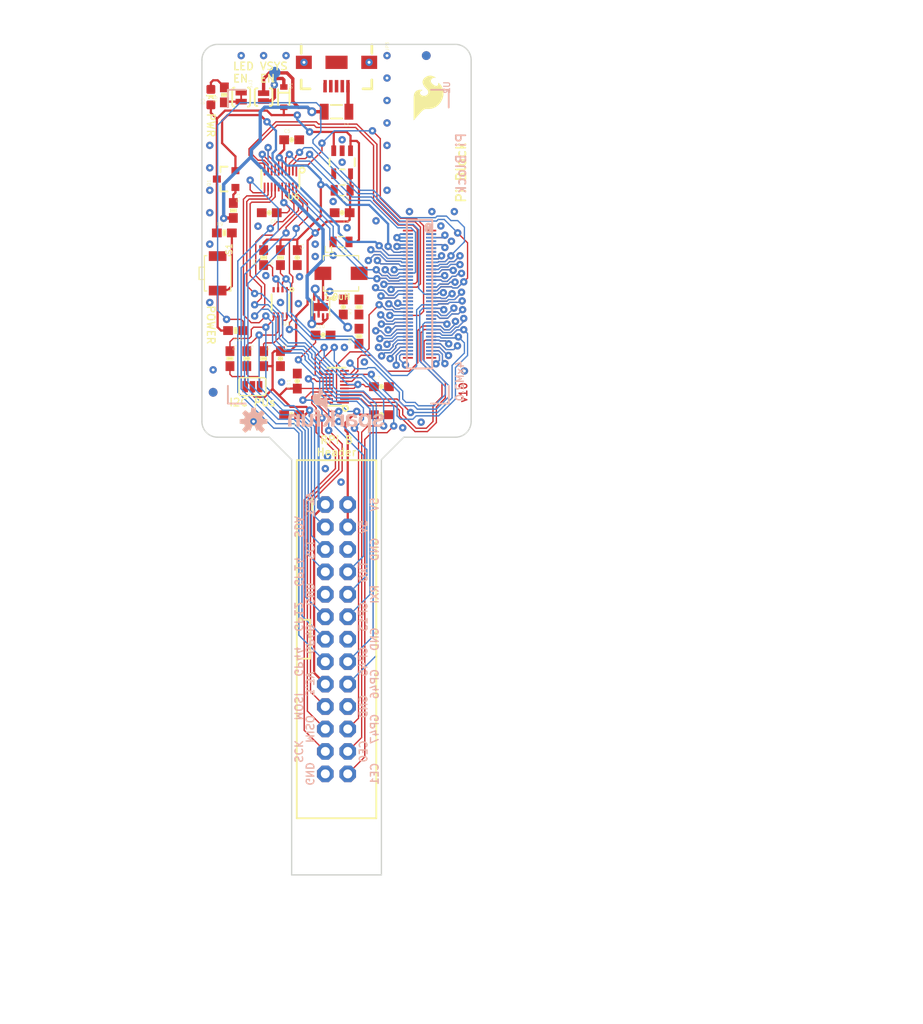
<source format=kicad_pcb>
(kicad_pcb (version 20211014) (generator pcbnew)
  (layers (0 "F.Cu" signal) (1 "In1.Cu" signal) (2 "In2.Cu" signal) (31 "B.Cu" signal) (34 "B.Paste" user) (35 "F.Paste" user) (36 "B.SilkS" user "B.Silkscreen") (37 "F.SilkS" user "F.Silkscreen") (38 "B.Mask" user) (39 "F.Mask" user) (44 "Edge.Cuts" user))
  (net 0 "")
  (net 1 "GND")
  (net 2 "VSYS")
  (net 3 "3.3V")
  (net 4 "GP183_PWM3")
  (net 5 "GP182_PWM2")
  (net 6 "GP13_PWM1")
  (net 7 "GP12_PWM0")
  (net 8 "GP14")
  (net 9 "GP15")
  (net 10 "GP49")
  (net 11 "GP48")
  (net 12 "GP47")
  (net 13 "GP46")
  (net 14 "GP45")
  (net 15 "GP165")
  (net 16 "GP44")
  (net 17 "PSW")
  (net 18 "FAULT")
  (net 19 "USB_VBUS")
  (net 20 "USB_DN")
  (net 21 "USB_DP")
  (net 22 "USB_ID")
  (net 23 "GP114_SPI_2_RXD")
  (net 24 "GP115_SPI_2_TXD")
  (net 25 "GP109_SPI_2_CLK")
  (net 26 "GP110_SPI_2_FS0")
  (net 27 "GP111_SPI_2_FS1")
  (net 28 "GP135_UART_2_TX")
  (net 29 "GP134_UART_2_RX")
  (net 30 "GP43_I2S_2_TXD")
  (net 31 "GP41_I2S_2_FS")
  (net 32 "GP40_I2S_2_CLK")
  (net 33 "GP42_I2S_2_RXD")
  (net 34 "GP28_I2C_6_SDA")
  (net 35 "GP27_I2C_6_SCL")
  (net 36 "GP20_I2C_1_SDA")
  (net 37 "GP19_I2C_1_SCL")
  (net 38 "GP131_UART_1_TX")
  (net 39 "GP130_UART_1_RX")
  (net 40 "GP129_UART_1_RTS")
  (net 41 "GP128_UART_1_CTS")
  (net 42 "GP84_SD_CLK_FB")
  (net 43 "GP78_SD_0_CLK")
  (net 44 "GP77_SD_0_CD#")
  (net 45 "GP79_SD_0_CMD")
  (net 46 "GP80_SD_0_DAT0")
  (net 47 "GP81_SD_0_DAT1")
  (net 48 "GP82_SD_0_DAT2")
  (net 49 "GP83_SD_0_DAT3")
  (net 50 "MSIC_SLP_CLK")
  (net 51 "RESET_OUT#")
  (net 52 "PWRBTN#")
  (net 53 "V_BAT_BKUP")
  (net 54 "1.8V")
  (net 55 "FW_RCVR")
  (net 56 "RCVR_MODE")
  (net 57 "OSC_CLK_OUT")
  (net 58 "5V")
  (net 59 "N$1")
  (net 60 "HV_SCL")
  (net 61 "HV_SDA")
  (net 62 "N$2")
  (net 63 "N$12")
  (net 64 "N$13")
  (net 65 "N$18")
  (net 66 "N$19")
  (net 67 "3.3V_LOCAL")
  (net 68 "PI_GP4")
  (net 69 "PI_GP17")
  (net 70 "PI_GP18#")
  (net 71 "PI_GP22")
  (net 72 "PI_GP23")
  (net 73 "PI_GP24")
  (net 74 "PI_GP25")
  (net 75 "PI_GP27")
  (net 76 "PI_TXO")
  (net 77 "PI_RXI")
  (net 78 "PI_SCLK")
  (net 79 "PI_MISO")
  (net 80 "PI_MOSI")
  (net 81 "PI_CE0")
  (net 82 "PI_CE1")
  (net 83 "N$15")
  (net 84 "DCIN")
  (net 85 "N$16")
  (net 86 "N$3")
  (net 87 "N$4")
  (net 88 "N$5")
  (footprint "boardEagle:2X13-SHROUDED" (layer "F.Cu") (at 148.5011 125.3236)
    (fp_text reference "JP1" hide)
    (fp_text value "RASPBERRYPI-GPIOPTH")
  )
  (footprint "boardEagle:0603-CAP" (layer "F.Cu") (at 144.0561 82.1436 -90)
    (fp_text reference "C1")
    (fp_text value "0.1uF")
  )
  (footprint "boardEagle:PAD-JUMPER-3-NC_BY_PASTE_YES_SILK_FULL_BOX" (layer "F.Cu") (at 138.9761 96.7486 180)
    (fp_text reference "SJ2")
    (fp_text value "JUMPER-PAD-3-NC_BY_PASTE")
  )
  (footprint "boardEagle:0603-RES" (layer "F.Cu") (at 136.4361 93.5736 -90)
    (fp_text reference "R1")
    (fp_text value "10K")
  )
  (footprint "boardEagle:0603-CAP" (layer "F.Cu") (at 153.5811 96.7486)
    (fp_text reference "C7")
    (fp_text value "0.1uF")
  )
  (footprint "boardEagle:0603-RES" (layer "F.Cu") (at 135.8011 79.3496)
    (fp_text reference "R9")
    (fp_text value "10K")
  )
  (footprint "" (layer "F.Cu") (at 135.1661 59.9186)
    (fp_text reference "@HOLE2" hide)
    (fp_text value "")
  )
  (footprint "boardEagle:SOD-323" (layer "F.Cu") (at 142.5321 63.9826 -90)
    (fp_text reference "D1")
    (fp_text value "BAT20J")
  )
  (footprint "boardEagle:CREATIVE_COMMONS" (layer "F.Cu") (at 131.9911 168.5036)
    (fp_text reference "FRAME1" hide)
    (fp_text value "FRAME-LETTER" hide)
  )
  (footprint "boardEagle:WSON-8-PAD" (layer "F.Cu") (at 146.7231 87.7316 180)
    (fp_text reference "U4" hide)
    (fp_text value "TPS62065" hide)
  )
  (footprint "boardEagle:UFDFN-20" (layer "F.Cu") (at 148.5011 96.7486 90)
    (fp_text reference "U7")
    (fp_text value "TXB0108")
  )
  (footprint "boardEagle:FIDUCIAL-1X2" (layer "F.Cu") (at 158.6611 59.2836)
    (fp_text reference "FID2" hide)
    (fp_text value "FIDUCIAL1X2" hide)
  )
  (footprint "boardEagle:0603-RES" (layer "F.Cu") (at 140.2461 93.5736 -90)
    (fp_text reference "R3")
    (fp_text value "200k")
  )
  (footprint "boardEagle:0603-CAP" (layer "F.Cu") (at 142.1511 93.5736 -90)
    (fp_text reference "C2")
    (fp_text value "0.1uF")
  )
  (footprint "boardEagle:LED-0603" (layer "F.Cu") (at 134.2771 63.9826)
    (fp_text reference "D3")
    (fp_text value "BLUE")
  )
  (footprint "boardEagle:0603-RES" (layer "F.Cu") (at 135.8011 63.7286 90)
    (fp_text reference "R6")
    (fp_text value "1K")
  )
  (footprint "boardEagle:0603-RES" (layer "F.Cu") (at 140.2461 82.1436 90)
    (fp_text reference "R5")
    (fp_text value "DNP")
  )
  (footprint "boardEagle:0603-CAP" (layer "F.Cu") (at 144.0561 96.1136 90)
    (fp_text reference "C11")
    (fp_text value "0.1uF")
  )
  (footprint "boardEagle:0603-RES" (layer "F.Cu") (at 142.1511 82.1436 90)
    (fp_text reference "R4")
    (fp_text value "DNP")
  )
  (footprint "" (layer "F.Cu") (at 161.8361 100.5586)
    (fp_text reference "@HOLE0" hide)
    (fp_text value "")
  )
  (footprint "boardEagle:CREATIVE_COMMONS" (layer "F.Cu") (at 131.9911 168.5036)
    (fp_text reference "FRAME2" hide)
    (fp_text value "FRAME-LETTER" hide)
  )
  (footprint "boardEagle:0603-RES" (layer "F.Cu") (at 136.8171 76.8096 -90)
    (fp_text reference "R11")
    (fp_text value "1K")
  )
  (footprint "boardEagle:0603-CAP" (layer "F.Cu") (at 149.1361 77.0636 180)
    (fp_text reference "C4")
    (fp_text value "0.1uF")
  )
  (footprint "boardEagle:0603-CAP" (layer "F.Cu") (at 146.9771 90.9066)
    (fp_text reference "C10")
    (fp_text value "4.7uF")
  )
  (footprint "boardEagle:0603-RES" (layer "F.Cu") (at 138.3411 93.5736 -90)
    (fp_text reference "R2")
    (fp_text value "10K")
  )
  (footprint "boardEagle:FIDUCIAL-1X2" (layer "F.Cu") (at 134.5311 97.3836)
    (fp_text reference "FID1" hide)
    (fp_text value "FIDUCIAL1X2" hide)
  )
  (footprint "boardEagle:OSHW-LOGO-S" (layer "F.Cu") (at 139.1031 100.6856)
    (fp_text reference "LOGO1" hide)
    (fp_text value "OSHW-LOGOS" hide)
  )
  (footprint "boardEagle:0603-CAP" (layer "F.Cu") (at 143.4211 68.8086)
    (fp_text reference "C5")
    (fp_text value "0.1uF")
  )
  (footprint "boardEagle:PCA9306DC-1_1" (layer "F.Cu") (at 142.1511 87.2236 180)
    (fp_text reference "U1")
    (fp_text value "PCA9306")
  )
  (footprint "boardEagle:0603-RES" (layer "F.Cu") (at 137.0711 90.3986 180)
    (fp_text reference "R10")
    (fp_text value "220")
  )
  (footprint "boardEagle:TACTILE_SWITCH-SMD-RIGHT-ANGLE" (layer "F.Cu") (at 135.0391 83.9216 -90)
    (fp_text reference "S1")
    (fp_text value "POWER" hide)
  )
  (footprint "" (layer "F.Cu") (at 148.5011 148.9456)
    (fp_text reference "@HOLE4" hide)
    (fp_text value "")
  )
  (footprint "boardEagle:PAD-JUMPER-2-NO_YES_SILK" (layer "F.Cu") (at 140.2461 63.9826 -90)
    (fp_text reference "SJ1")
    (fp_text value "JUMPER-PAD-2-NOYES_SILK")
  )
  (footprint "boardEagle:INDUCTOR-SRP4020" (layer "F.Cu") (at 149.0091 83.9216)
    (fp_text reference "L1")
    (fp_text value "1.0uH")
  )
  (footprint "boardEagle:SOT23-3" (layer "F.Cu") (at 136.0551 73.2536 90)
    (fp_text reference "Q1")
    (fp_text value "200mA/50V")
  )
  (footprint "boardEagle:0603-CAP" (layer "F.Cu") (at 153.5811 99.9236)
    (fp_text reference "C12")
    (fp_text value "1.0uF")
  )
  (footprint "boardEagle:USB-B-MICRO-SMD_V03" (layer "F.Cu") (at 148.5011 60.0456 -90)
    (fp_text reference "JP3")
    (fp_text value "USB_MICROB")
  )
  (footprint "boardEagle:PTC-1206" (layer "F.Cu") (at 148.5011 65.6336 180)
    (fp_text reference "F1")
    (fp_text value "PTCSMD")
  )
  (footprint "boardEagle:0603-RES" (layer "F.Cu") (at 151.0411 91.0336 90)
    (fp_text reference "R8")
    (fp_text value "120k")
  )
  (footprint "boardEagle:0603-CAP" (layer "F.Cu") (at 140.8811 77.0636 180)
    (fp_text reference "C6")
    (fp_text value "0.1uF")
  )
  (footprint "boardEagle:0805" (layer "F.Cu") (at 149.1361 74.5236 180)
    (fp_text reference "C3")
    (fp_text value "10uF")
  )
  (footprint "boardEagle:0603-RES" (layer "F.Cu") (at 151.0411 87.7316 90)
    (fp_text reference "R7")
    (fp_text value "680k")
  )
  (footprint "boardEagle:SFE_LOGO_FLAME_.2" (layer "F.Cu") (at 156.8831 66.9036)
    (fp_text reference "LOGO3" hide)
    (fp_text value "SFE_LOGO_FLAME.2_INCH" hide)
  )
  (footprint "boardEagle:0603-CAP" (layer "F.Cu") (at 149.2631 87.7316 -90)
    (fp_text reference "C9")
    (fp_text value "9.0pF")
  )
  (footprint "" (layer "F.Cu") (at 161.8361 59.9186)
    (fp_text reference "@HOLE3" hide)
    (fp_text value "")
  )
  (footprint "boardEagle:SOT23-5" (layer "F.Cu") (at 149.1361 71.3486 180)
    (fp_text reference "U5")
    (fp_text value "MIC5219 3.3V")
  )
  (footprint "boardEagle:CREATIVE_COMMONS" (layer "F.Cu") (at 131.9911 168.5036)
    (fp_text reference "FRAME3" hide)
    (fp_text value "FRAME-LETTER" hide)
  )
  (footprint "boardEagle:UFDFN-20" (layer "F.Cu") (at 142.1511 73.2536 180)
    (fp_text reference "U6")
    (fp_text value "TXB0108")
  )
  (footprint "boardEagle:0603-CAP" (layer "F.Cu") (at 143.4211 99.9236 180)
    (fp_text reference "C13")
    (fp_text value "1.0uF")
  )
  (footprint "boardEagle:PAD-JUMPER-2-NC_BY_TRACE_YES_SILK" (layer "F.Cu") (at 137.7061 63.9826 -90)
    (fp_text reference "SJ3")
    (fp_text value "JUMPER-PAD-2-NC_BY_TRACE")
  )
  (footprint "" (layer "F.Cu") (at 135.1661 100.5586)
    (fp_text reference "@HOLE1" hide)
    (fp_text value "")
  )
  (footprint "boardEagle:0805" (layer "F.Cu") (at 149.0091 80.3656 180)
    (fp_text reference "C8")
    (fp_text value "22uF")
  )
  (footprint "boardEagle:FIDUCIAL-1X2" (layer "B.Cu") (at 158.6611 59.2836 180)
    (fp_text reference "FID4" hide)
    (fp_text value "FIDUCIAL1X2" hide)
  )
  (footprint "boardEagle:OSHW-LOGO-S" (layer "B.Cu") (at 139.1031 100.6856 180)
    (fp_text reference "LOGO2" hide)
    (fp_text value "OSHW-LOGOS" hide)
  )
  (footprint "boardEagle:PAD.03X.05" (layer "B.Cu") (at 141.5161 61.1886 180)
    (fp_text reference "TP1" hide)
    (fp_text value "TEST-POINT3X5" hide)
  )
  (footprint "boardEagle:EDISON_DAUGHTER" (layer "B.Cu") (at 161.2011 98.6536 180)
    (fp_text reference "U2")
    (fp_text value "EDISON_CONNECTOR_FULLMOUNTING_HOLES" hide)
  )
  (footprint "boardEagle:FIDUCIAL-1X2" (layer "B.Cu") (at 134.5311 97.3836 180)
    (fp_text reference "FID3" hide)
    (fp_text value "FIDUCIAL1X2" hide)
  )
  (footprint "boardEagle:SFE_LOGO_NAME_FLAME_.1" (layer "B.Cu") (at 154.3431 102.2096 180)
    (fp_text reference "LOGO4" hide)
    (fp_text value "SFE_LOGO_NAME_FLAME.1_INCH" hide)
  )
  (footprint "boardEagle:DF40C-70DP-0.4(51)" (layer "B.Cu") (at 157.9011 86.2838 90)
    (fp_text reference "U3" hide)
    (fp_text value "EDISON_CONNECTOR_FULLHEADER" hide)
  )
  (gr_line (start 133.2611 100.6856) (end 133.2611 59.7916) (layer "Edge.Cuts") (width 0.1524))
  (gr_arc (start 163.7411 100.6856) (mid 163.220336 101.942836) (end 161.9631 102.4636) (layer "Edge.Cuts") (width 0.1524))
  (gr_line (start 135.0391 58.0136) (end 161.9631 58.0136) (layer "Edge.Cuts") (width 0.1524))
  (gr_line (start 153.5811 105.0036) (end 156.1211 102.4636) (layer "Edge.Cuts") (width 0.1524))
  (gr_line (start 143.4211 151.9936) (end 153.5811 151.9936) (layer "Edge.Cuts") (width 0.1524))
  (gr_line (start 143.4211 105.0036) (end 140.8811 102.4636) (layer "Edge.Cuts") (width 0.1524))
  (gr_arc (start 133.2611 59.7916) (mid 133.781864 58.534364) (end 135.0391 58.0136) (layer "Edge.Cuts") (width 0.1524))
  (gr_arc (start 161.9631 58.0136) (mid 163.220336 58.534364) (end 163.7411 59.7916) (layer "Edge.Cuts") (width 0.1524))
  (gr_arc (start 135.0391 102.4636) (mid 133.781864 101.942836) (end 133.2611 100.6856) (layer "Edge.Cuts") (width 0.1524))
  (gr_line (start 153.5811 151.9936) (end 153.5811 105.0036) (layer "Edge.Cuts") (width 0.1524))
  (gr_line (start 163.7411 59.7916) (end 163.7411 100.6856) (layer "Edge.Cuts") (width 0.1524))
  (gr_line (start 161.9631 102.4636) (end 156.1211 102.4636) (layer "Edge.Cuts") (width 0.1524))
  (gr_line (start 140.8811 102.4636) (end 135.0391 102.4636) (layer "Edge.Cuts") (width 0.1524))
  (gr_line (start 143.4211 151.9936) (end 143.4211 105.0036) (layer "Edge.Cuts") (width 0.1524))
  (gr_text "v10" (at 163.3601 98.6536 90) (layer "F.Cu") (effects (font (size 0.8636 0.8636) (thickness 0.1524)) (justify left bottom)))
  (gr_text "GP12" (at 144.6911 122.7836 -90) (layer "B.SilkS") (effects (font (size 0.8636 0.8636) (thickness 0.1524)) (justify top mirror)))
  (gr_text "GP44" (at 144.6911 127.8636 -90) (layer "B.SilkS") (effects (font (size 0.8636 0.8636) (thickness 0.1524)) (justify top mirror)))
  (gr_text "GP46" (at 152.3111 130.4036 -270) (layer "B.SilkS") (effects (font (size 0.8636 0.8636) (thickness 0.1524)) (justify top mirror)))
  (gr_text "GP47" (at 152.3111 135.4836 -270) (layer "B.SilkS") (effects (font (size 0.8636 0.8636) (thickness 0.1524)) (justify top mirror)))
  (gr_text "MOSI" (at 144.6911 132.9436 -90) (layer "B.SilkS") (effects (font (size 0.8636 0.8636) (thickness 0.1524)) (justify top mirror)))
  (gr_text "GND" (at 145.9611 140.5636 -90) (layer "B.SilkS") (effects (font (size 0.8636 0.8636) (thickness 0.1524)) (justify top mirror)))
  (gr_text "GND" (at 145.9611 120.2436 -90) (layer "B.SilkS") (effects (font (size 0.8636 0.8636) (thickness 0.1524)) (justify top mirror)))
  (gr_text "GP13" (at 151.0411 122.7836 -270) (layer "B.SilkS") (effects (font (size 0.8636 0.8636) (thickness 0.1524)) (justify top mirror)))
  (gr_text "3.3V" (at 145.9611 110.0836 -90) (layer "B.SilkS") (effects (font (size 0.8636 0.8636) (thickness 0.1524)) (justify top mirror)))
  (gr_text "GND" (at 151.0411 132.9436 -270) (layer "B.SilkS") (effects (font (size 0.8636 0.8636) (thickness 0.1524)) (justify top mirror)))
  (gr_text "CE1" (at 152.3111 140.5636 -270) (layer "B.SilkS") (effects (font (size 0.8636 0.8636) (thickness 0.1524)) (justify top mirror)))
  (gr_text "3.3V" (at 145.9611 130.4036 -90) (layer "B.SilkS") (effects (font (size 0.8636 0.8636) (thickness 0.1524)) (justify top mirror)))
  (gr_text "GP45" (at 151.0411 127.8636 -270) (layer "B.SilkS") (effects (font (size 0.8636 0.8636) (thickness 0.1524)) (justify top mirror)))
  (gr_text "SDA" (at 144.6911 112.6236 -90) (layer "B.SilkS") (effects (font (size 0.8636 0.8636) (thickness 0.1524)) (justify top mirror)))
  (gr_text "5V" (at 152.3111 110.0836 -270) (layer "B.SilkS") (effects (font (size 0.8636 0.8636) (thickness 0.1524)) (justify top mirror)))
  (gr_text "GND" (at 152.3111 125.3236 -270) (layer "B.SilkS") (effects (font (size 0.8636 0.8636) (thickness 0.1524)) (justify top mirror)))
  (gr_text "CE0" (at 151.0411 138.0236 -270) (layer "B.SilkS") (effects (font (size 0.8636 0.8636) (thickness 0.1524)) (justify top mirror)))
  (gr_text "GP48" (at 145.9611 125.3236 -90) (layer "B.SilkS") (effects (font (size 0.8636 0.8636) (thickness 0.1524)) (justify top mirror)))
  (gr_text "TXO" (at 151.0411 117.7036 -270) (layer "B.SilkS") (effects (font (size 0.8636 0.8636) (thickness 0.1524)) (justify top mirror)))
  (gr_text "SCK" (at 144.6911 138.0236 -90) (layer "B.SilkS") (effects (font (size 0.8636 0.8636) (thickness 0.1524)) (justify top mirror)))
  (gr_text "Pi Block" (at 163.2331 67.9196 -270) (layer "B.SilkS") (effects (font (size 1.0795 1.0795) (thickness 0.1905)) (justify left bottom mirror)))
  (gr_text "RXI" (at 152.3111 120.2436 -270) (layer "B.SilkS") (effects (font (size 0.8636 0.8636) (thickness 0.1524)) (justify top mirror)))
  (gr_text "MISO" (at 145.9611 135.4836 -90) (layer "B.SilkS") (effects (font (size 0.8636 0.8636) (thickness 0.1524)) (justify top mirror)))
  (gr_text "SCL" (at 145.9611 115.1636 -90) (layer "B.SilkS") (effects (font (size 0.8636 0.8636) (thickness 0.1524)) (justify top mirror)))
  (gr_text "4xM2.0" (at 162.4711 96.1136 -270) (layer "B.SilkS") (effects (font (size 0.8636 0.8636) (thickness 0.1524)) (justify mirror)))
  (gr_text "GND" (at 152.3111 115.1636 -270) (layer "B.SilkS") (effects (font (size 0.8636 0.8636) (thickness 0.1524)) (justify top mirror)))
  (gr_text "5V" (at 151.0411 112.6236 -270) (layer "B.SilkS") (effects (font (size 0.8636 0.8636) (thickness 0.1524)) (justify top mirror)))
  (gr_text "GP14" (at 144.6911 117.7036 -90) (layer "B.SilkS") (effects (font (size 0.8636 0.8636) (thickness 0.1524)) (justify top mirror)))
  (gr_text "VSYS\nEN" (at 139.7381 61.1886) (layer "F.SilkS") (effects (font (size 0.8636 0.8636) (thickness 0.1524)) (justify left)))
  (gr_text "Pi Block" (at 163.2331 76.0476 90) (layer "F.SilkS") (effects (font (size 1.0795 1.0795) (thickness 0.1905)) (justify left bottom)))
  (gr_text "RPi B\nHeader" (at 148.5011 103.4796) (layer "F.SilkS") (effects (font (size 0.8636 0.8636) (thickness 0.1524))))
  (gr_text "PWR" (at 134.2771 67.1576 270) (layer "F.SilkS") (effects (font (size 0.8636 0.8636) (thickness 0.1524))))
  (gr_text "POWER" (at 134.2771 89.7636 270) (layer "F.SilkS") (effects (font (size 0.8636 0.8636) (thickness 0.1524))))
  (gr_text "I2C PUs" (at 138.9761 98.5266) (layer "F.SilkS") (effects (font (size 0.8636 0.8636) (thickness 0.1524))))
  (gr_text "LED\nEN" (at 136.6901 61.1886) (layer "F.SilkS") (effects (font (size 0.8636 0.8636) (thickness 0.1524)) (justify left)))
  (segment (start 146.4731 87.9816) (end 146.7231 87.7316) (width 0.254) (layer "F.Cu") (net 1))
  (segment (start 159.2211 82.2838) (end 160.0449 82.2838) (width 0.1524) (layer "F.Cu") (net 1))
  (segment (start 146.4731 86.7816) (end 146.4731 87.4816) (width 0.254) (layer "F.Cu") (net 1))
  (segment (start 146.4731 88.6816) (end 146.4731 87.9816) (width 0.254) (layer "F.Cu") (net 1))
  (segment (start 146.4731 87.4816) (end 146.7231 87.7316) (width 0.254) (layer "F.Cu") (net 1))
  (segment (start 160.0449 82.2838) (end 160.3883 81.9404) (width 0.1524) (layer "F.Cu") (net 1))
  (via (at 160.3883 81.9404) (size 0.8382) (drill 0.3302) (layers "F.Cu" "B.Cu") (net 1))
  (via (at 161.8361 76.9366) (size 0.8382) (drill 0.3302) (layers "F.Cu" "B.Cu") (net 1))
  (via (at 147.4851 104.6734) (size 0.8382) (drill 0.3302) (layers "F.Cu" "B.Cu") (net 1))
  (via (at 134.5311 94.8436) (size 0.8382) (drill 0.3302) (layers "F.Cu" "B.Cu") (net 1))
  (via (at 149.1361 71.3486) (size 0.8382) (drill 0.3302) (layers "F.Cu" "B.Cu") (net 1))
  (via (at 142.2781 96.2406) (size 0.8382) (drill 0.3302) (layers "F.Cu" "B.Cu") (net 1))
  (via (at 149.1361 68.8086) (size 0.8382) (drill 0.3302) (layers "F.Cu" "B.Cu") (net 1))
  (via (at 149.6949 78.7654) (size 0.8382) (drill 0.3302) (layers "F.Cu" "B.Cu") (net 1))
  (via (at 154.2161 64.3636) (size 0.8382) (drill 0.3302) (layers "F.Cu" "B.Cu") (net 1))
  (via (at 162.9791 94.9706) (size 0.8382) (drill 0.3302) (layers "F.Cu" "B.Cu") (net 1))
  (via (at 160.3121 78.5622) (size 0.8382) (drill 0.3302) (layers "F.Cu" "B.Cu") (net 1))
  (via (at 134.1501 80.6196) (size 0.8382) (drill 0.3302) (layers "F.Cu" "B.Cu") (net 1))
  (via (at 146.0881 80.6196) (size 0.8382) (drill 0.3302) (layers "F.Cu" "B.Cu") (net 1))
  (via (at 154.2161 69.4436) (size 0.8382) (drill 0.3302) (layers "F.Cu" "B.Cu") (net 1))
  (via (at 144.8181 60.0456) (size 0.8382) (drill 0.3302) (layers "F.Cu" "B.Cu") (net 1))
  (via (at 149.3901 92.3036) (size 0.8382) (drill 0.3302) (layers "F.Cu" "B.Cu") (net 1))
  (via (at 147.7391 85.9536) (size 0.8382) (drill 0.3302) (layers "F.Cu" "B.Cu") (net 1))
  (via (at 134.1501 74.5236) (size 0.8382) (drill 0.3302) (layers "F.Cu" "B.Cu") (net 1))
  (via (at 134.1501 69.4436) (size 0.8382) (drill 0.3302) (layers "F.Cu" "B.Cu") (net 1))
  (via (at 152.1841 60.0456) (size 0.8382) (drill 0.3302) (layers "F.Cu" "B.Cu") (net 1))
  (via (at 137.7061 59.2836) (size 0.8382) (drill 0.3302) (layers "F.Cu" "B.Cu") (net 1))
  (via (at 144.3101 84.3026) (size 0.8382) (drill 0.3302) (layers "F.Cu" "B.Cu") (net 1))
  (via (at 155.9941 101.3968) (size 0.8382) (drill 0.3302) (layers "F.Cu" "B.Cu") (net 1))
  (via (at 156.7561 76.9366) (size 0.8382) (drill 0.3302) (layers "F.Cu" "B.Cu") (net 1))
  (via (at 148.1201 75.7936) (size 0.8382) (drill 0.3302) (layers "F.Cu" "B.Cu") (net 1))
  (via (at 154.2161 59.2836) (size 0.8382) (drill 0.3302) (layers "F.Cu" "B.Cu") (net 1))
  (via (at 146.0881 82.0166) (size 0.8382) (drill 0.3302) (layers "F.Cu" "B.Cu") (net 1))
  (via (at 144.1831 87.3506) (size 0.8382) (drill 0.3302) (layers "F.Cu" "B.Cu") (net 1))
  (via (at 142.1511 87.2236) (size 0.8382) (drill 0.3302) (layers "F.Cu" "B.Cu") (net 1))
  (via (at 140.2461 59.2836) (size 0.8382) (drill 0.3302) (layers "F.Cu" "B.Cu") (net 1))
  (via (at 151.6507 93.9546) (size 0.8382) (drill 0.3302) (layers "F.Cu" "B.Cu") (net 1))
  (via (at 147.2311 106.0196) (size 0.8382) (drill 0.3302) (layers "F.Cu" "B.Cu") (net 1))
  (via (at 134.1501 87.2236) (size 0.8382) (drill 0.3302) (layers "F.Cu" "B.Cu") (net 1))
  (via (at 140.5001 84.1756) (size 0.8382) (drill 0.3302) (layers "F.Cu" "B.Cu") (net 1))
  (via (at 161.5059 80.2894) (size 0.8382) (drill 0.3302) (layers "F.Cu" "B.Cu") (net 1))
  (via (at 152.9715 77.978) (size 0.8382) (drill 0.3302) (layers "F.Cu" "B.Cu") (net 1))
  (via (at 134.1501 77.0636) (size 0.8382) (drill 0.3302) (layers "F.Cu" "B.Cu") (net 1))
  (via (at 154.2161 66.9036) (size 0.8382) (drill 0.3302) (layers "F.Cu" "B.Cu") (net 1))
  (via (at 158.0769 100.7618) (size 0.8382) (drill 0.3302) (layers "F.Cu" "B.Cu") (net 1))
  (via (at 154.2161 74.5236) (size 0.8382) (drill 0.3302) (layers "F.Cu" "B.Cu") (net 1))
  (via (at 148.1201 81.8896) (size 0.8382) (drill 0.3302) (layers "F.Cu" "B.Cu") (net 1))
  (via (at 154.2161 71.9836) (size 0.8382) (drill 0.3302) (layers "F.Cu" "B.Cu") (net 1))
  (via (at 142.7861 59.2836) (size 0.8382) (drill 0.3302) (layers "F.Cu" "B.Cu") (net 1))
  (via (at 154.2161 61.8236) (size 0.8382) (drill 0.3302) (layers "F.Cu" "B.Cu") (net 1))
  (via (at 139.1031 100.6856) (size 0.8382) (drill 0.3302) (layers "F.Cu" "B.Cu") (net 1))
  (via (at 139.6111 78.5876) (size 0.8382) (drill 0.3302) (layers "F.Cu" "B.Cu") (net 1))
  (via (at 159.2961 76.9366) (size 0.8382) (drill 0.3302) (layers "F.Cu" "B.Cu") (net 1))
  (via (at 134.1501 71.9836) (size 0.8382) (drill 0.3302) (layers "F.Cu" "B.Cu") (net 1))
  (via (at 149.0091 107.5436) (size 0.8382) (drill 0.3302) (layers "F.Cu" "B.Cu") (net 1))
  (segment (start 160.0451 82.2836) (end 160.3883 81.9404) (width 0.1524) (layer "B.Cu") (net 1))
  (segment (start 159.2211 82.2836) (end 160.0451 82.2836) (width 0.1524) (layer "B.Cu") (net 1))
  (segment (start 134.9511 73.2576) (end 134.9551 73.2536) (width 0.254) (layer "F.Cu") (net 2))
  (segment (start 149.9091 80.3656) (end 150.7871 80.3656) (width 0.254) (layer "F.Cu") (net 2))
  (segment (start 150.7871 68.9356) (end 150.0861 68.9356) (width 0.254) (layer "F.Cu") (net 2))
  (segment (start 150.7871 80.3656) (end 151.0411 80.1116) (width 0.254) (layer "F.Cu") (net 2))
  (segment (start 134.9511 79.3496) (end 134.9511 73.2576) (width 0.254) (layer "F.Cu") (net 2))
  (segment (start 135.8791 65.5066) (end 140.6271 65.5066) (width 0.254) (layer "F.Cu") (net 2))
  (segment (start 148.1861 67.9806) (end 148.2471 67.9196) (width 0.254) (layer "F.Cu") (net 2))
  (segment (start 148.2471 67.9196) (end 145.4531 67.9196) (width 0.254) (layer "F.Cu") (net 2))
  (segment (start 149.6441 67.9196) (end 148.2471 67.9196) (width 0.254) (layer "F.Cu") (net 2))
  (segment (start 150.0861 68.9356) (end 150.0861 68.3616) (width 0.254) (layer "F.Cu") (net 2))
  (segment (start 134.2771 65.7606) (end 134.9511 66.4346) (width 0.254) (layer "F.Cu") (net 2))
  (segment (start 134.2771 64.8596) (end 134.2771 65.7606) (width 0.254) (layer "F.Cu") (net 2))
  (segment (start 151.0411 69.1896) (end 150.7871 68.9356) (width 0.254) (layer "F.Cu") (net 2))
  (segment (start 134.9511 66.4346) (end 134.9511 73.2496) (width 0.254) (layer "F.Cu") (net 2))
  (segment (start 151.0411 80.1116) (end 151.0411 69.1896) (width 0.254) (layer "F.Cu") (net 2))
  (segment (start 140.6271 65.5066) (end 141.1351 66.0146) (width 0.254) (layer "F.Cu") (net 2))
  (segment (start 150.0861 68.3616) (end 149.6441 67.9196) (width 0.254) (layer "F.Cu") (net 2))
  (segment (start 135.8791 65.5066) (end 134.9511 66.4346) (width 0.254) (layer "F.Cu") (net 2))
  (segment (start 150.0861 70.0485) (end 150.0861 68.9356) (width 0.254) (layer "F.Cu") (net 2))
  (segment (start 134.9511 73.2496) (end 134.9551 73.2536) (width 0.254) (layer "F.Cu") (net 2))
  (segment (start 142.5321 66.0146) (end 144.0561 66.0146) (width 0.254) (layer "F.Cu") (net 2))
  (segment (start 142.5321 65.1326) (end 142.5321 66.0146) (width 0.254) (layer "F.Cu") (net 2))
  (segment (start 141.1351 66.0146) (end 142.5321 66.0146) (width 0.254) (layer "F.Cu") (net 2))
  (segment (start 156.5811 79.8836) (end 155.3411 79.8836) (width 0.2) (layer "F.Cu") (net 2))
  (segment (start 148.1861 70.0485) (end 148.1861 67.9806) (width 0.254) (layer "F.Cu") (net 2))
  (via (at 145.4531 67.9196) (size 0.8382) (drill 0.3302) (layers "F.Cu" "B.Cu") (net 2))
  (via (at 144.0561 66.0146) (size 0.8382) (drill 0.3302) (layers "F.Cu" "B.Cu") (net 2))
  (via (at 155.3411 79.8836) (size 0.8382) (drill 0.3302) (layers "F.Cu" "B.Cu") (net 2))
  (segment (start 155.7411 79.4836) (end 155.3411 79.8836) (width 0.198118) (layer "B.Cu") (net 2))
  (segment (start 156.5811 79.4836) (end 155.7411 79.4836) (width 0.198118) (layer "B.Cu") (net 2))
  (segment (start 144.0561 66.5226) (end 144.0561 66.0146) (width 0.254) (layer "B.Cu") (net 2))
  (segment (start 155.3411 79.8836) (end 156.5811 79.8836) (width 0.2) (layer "B.Cu") (net 2))
  (segment (start 144.0561 66.5226) (end 145.4531 67.9196) (width 0.254) (layer "B.Cu") (net 2))
  (segment (start 156.5811 80.2836) (end 155.7411 80.2836) (width 0.198118) (layer "B.Cu") (net 2))
  (segment (start 155.7411 80.2836) (end 155.3411 79.8836) (width 0.198118) (layer "B.Cu") (net 2))
  (segment (start 156.5811 80.6838) (end 155.5409 80.6838) (width 0.198118) (layer "F.Cu") (net 3))
  (segment (start 156.5811 81.0838) (end 155.5413 81.0838) (width 0.198118) (layer "F.Cu") (net 3))
  (segment (start 155.5413 81.0838) (end 155.3411 80.8836) (width 0.198118) (layer "F.Cu") (net 3))
  (segment (start 155.5409 80.6838) (end 155.3411 80.8836) (width 0.198118) (layer "F.Cu") (net 3))
  (via (at 155.3411 80.8836) (size 0.8382) (drill 0.3302) (layers "F.Cu" "B.Cu") (net 3))
  (segment (start 156.5811 81.0836) (end 155.5411 81.0836) (width 0.198118) (layer "B.Cu") (net 3))
  (segment (start 155.5411 81.0836) (end 155.3411 80.8836) (width 0.198118) (layer "B.Cu") (net 3))
  (segment (start 156.5811 80.6838) (end 155.5409 80.6838) (width 0.198118) (layer "B.Cu") (net 3))
  (segment (start 155.5409 80.6838) (end 155.3411 80.8836) (width 0.198118) (layer "B.Cu") (net 3))
  (segment (start 156.5811 80.6836) (end 156.5811 80.6838) (width 0.1524) (layer "B.Cu") (net 3))
  (segment (start 162.6489 86.0552) (end 162.6489 86.106) (width 0.1524) (layer "F.Cu") (net 4))
  (segment (start 161.8615 86.8934) (end 161.1757 86.8934) (width 0.1524) (layer "F.Cu") (net 4))
  (segment (start 162.6489 86.106) (end 161.8615 86.8934) (width 0.1524) (layer "F.Cu") (net 4))
  (segment (start 160.9979 87.0712) (end 159.8803 87.0712) (width 0.1524) (layer "F.Cu") (net 4))
  (segment (start 159.8803 87.0712) (end 159.8677 87.0838) (width 0.1524) (layer "F.Cu") (net 4))
  (segment (start 161.1757 86.8934) (end 160.9979 87.0712) (width 0.1524) (layer "F.Cu") (net 4))
  (segment (start 159.8677 87.0838) (end 159.2211 87.0838) (width 0.1524) (layer "F.Cu") (net 4))
  (via (at 162.6489 86.0552) (size 0.8382) (drill 0.3302) (layers "F.Cu" "B.Cu") (net 4))
  (segment (start 160.9979 87.0712) (end 161.1757 86.8934) (width 0.1524) (layer "B.Cu") (net 4))
  (segment (start 159.2211 87.0836) (end 159.8679 87.0836) (width 0.1524) (layer "B.Cu") (net 4))
  (segment (start 162.6489 86.106) (end 162.6489 86.0552) (width 0.1524) (layer "B.Cu") (net 4))
  (segment (start 161.1757 86.8934) (end 161.8615 86.8934) (width 0.1524) (layer "B.Cu") (net 4))
  (segment (start 161.8615 86.8934) (end 162.6489 86.106) (width 0.1524) (layer "B.Cu") (net 4))
  (segment (start 159.8803 87.0712) (end 160.9979 87.0712) (width 0.1524) (layer "B.Cu") (net 4))
  (segment (start 159.8679 87.0836) (end 159.8803 87.0712) (width 0.1524) (layer "B.Cu") (net 4))
  (segment (start 160.2803 86.6838) (end 160.3629 86.7664) (width 0.1524) (layer "F.Cu") (net 5))
  (segment (start 161.4043 86.233) (end 161.5821 86.233) (width 0.1524) (layer "F.Cu") (net 5))
  (segment (start 160.8709 86.7664) (end 161.4043 86.233) (width 0.1524) (layer "F.Cu") (net 5))
  (segment (start 159.2211 86.6838) (end 160.2803 86.6838) (width 0.1524) (layer "F.Cu") (net 5))
  (segment (start 160.3629 86.7664) (end 160.8709 86.7664) (width 0.1524) (layer "F.Cu") (net 5))
  (via (at 161.5821 86.233) (size 0.8382) (drill 0.3302) (layers "F.Cu" "B.Cu") (net 5))
  (segment (start 160.3629 86.7664) (end 160.2801 86.6836) (width 0.1524) (layer "B.Cu") (net 5))
  (segment (start 161.5821 86.233) (end 161.4043 86.233) (width 0.1524) (layer "B.Cu") (net 5))
  (segment (start 161.4043 86.233) (end 160.8709 86.7664) (width 0.1524) (layer "B.Cu") (net 5))
  (segment (start 160.2801 86.6836) (end 159.2211 86.6836) (width 0.1524) (layer "B.Cu") (net 5))
  (segment (start 160.8709 86.7664) (end 160.3629 86.7664) (width 0.1524) (layer "B.Cu") (net 5))
  (segment (start 160.3121 85.4456) (end 159.8739 85.8838) (width 0.1524) (layer "F.Cu") (net 6))
  (segment (start 161.5313 85.4456) (end 160.3121 85.4456) (width 0.1524) (layer "F.Cu") (net 6))
  (segment (start 163.3347 80.4672) (end 162.2171 79.3496) (width 0.1524) (layer "F.Cu") (net 6))
  (segment (start 143.1511 72.3536) (end 143.1511 71.517) (width 0.1524) (layer "F.Cu") (net 6))
  (segment (start 163.3347 84.455) (end 163.3347 80.4672) (width 0.1524) (layer "F.Cu") (net 6))
  (segment (start 162.9029 84.8868) (end 163.3347 84.455) (width 0.1524) (layer "F.Cu") (net 6))
  (segment (start 159.8739 85.8838) (end 159.2211 85.8838) (width 0.1524) (layer "F.Cu") (net 6))
  (segment (start 162.8775 84.8868) (end 162.1917 85.5726) (width 0.1524) (layer "F.Cu") (net 6))
  (segment (start 143.8783 70.6628) (end 143.8783 70.7898) (width 0.1524) (layer "F.Cu") (net 6))
  (segment (start 162.1917 85.5726) (end 161.6583 85.5726) (width 0.1524) (layer "F.Cu") (net 6))
  (segment (start 162.9029 84.8868) (end 162.8775 84.8868) (width 0.1524) (layer "F.Cu") (net 6))
  (segment (start 144.3101 70.231) (end 143.8783 70.6628) (width 0.1524) (layer "F.Cu") (net 6))
  (segment (start 161.6583 85.5726) (end 161.5313 85.4456) (width 0.1524) (layer "F.Cu") (net 6))
  (segment (start 143.1511 71.517) (end 143.8783 70.7898) (width 0.1524) (layer "F.Cu") (net 6))
  (via (at 144.3101 70.231) (size 0.8382) (drill 0.3302) (layers "F.Cu" "B.Cu") (net 6))
  (via (at 162.2171 79.3496) (size 0.8382) (drill 0.3302) (layers "F.Cu" "B.Cu") (net 6))
  (via (at 162.9029 84.8868) (size 0.8382) (drill 0.3302) (layers "F.Cu" "B.Cu") (net 6))
  (segment (start 159.2211 85.8836) (end 159.8741 85.8836) (width 0.1524) (layer "B.Cu") (net 6))
  (segment (start 162.8775 84.8868) (end 162.9029 84.8868) (width 0.1524) (layer "B.Cu") (net 6))
  (segment (start 145.7071 69.6976) (end 144.8435 69.6976) (width 0.1524) (layer "B.Cu") (net 6))
  (segment (start 161.5313 85.4456) (end 161.6583 85.5726) (width 0.1524) (layer "B.Cu") (net 6))
  (segment (start 160.0073 77.8256) (end 159.8295 78.0034) (width 0.1524) (layer "B.Cu") (net 6))
  (segment (start 160.6931 77.8256) (end 162.2171 79.3496) (width 0.1524) (layer "B.Cu") (net 6))
  (segment (start 144.8435 69.6976) (end 144.3101 70.231) (width 0.1524) (layer "B.Cu") (net 6))
  (segment (start 160.0073 77.8256) (end 160.6931 77.8256) (width 0.1524) (layer "B.Cu") (net 6))
  (segment (start 152.5651 74.9046) (end 155.6639 78.0034) (width 0.1524) (layer "B.Cu") (net 6))
  (segment (start 159.8741 85.8836) (end 160.3121 85.4456) (width 0.1524) (layer "B.Cu") (net 6))
  (segment (start 160.3121 85.4456) (end 161.5313 85.4456) (width 0.1524) (layer "B.Cu") (net 6))
  (segment (start 159.8295 78.0034) (end 155.6639 78.0034) (width 0.1524) (layer "B.Cu") (net 6))
  (segment (start 162.1917 85.5726) (end 162.8775 84.8868) (width 0.1524) (layer "B.Cu") (net 6))
  (segment (start 150.9141 74.9046) (end 152.5651 74.9046) (width 0.1524) (layer "B.Cu") (net 6))
  (segment (start 161.6583 85.5726) (end 162.1917 85.5726) (width 0.1524) (layer "B.Cu") (net 6))
  (segment (start 150.9141 74.9046) (end 145.7071 69.6976) (width 0.1524) (layer "B.Cu") (net 6))
  (segment (start 143.5511 72.3536) (end 143.5511 71.6504) (width 0.1524) (layer "F.Cu") (net 7))
  (segment (start 160.0835 86.106) (end 160.5915 86.106) (width 0.1524) (layer "F.Cu") (net 7))
  (segment (start 144.2593 70.9422) (end 144.9705 70.9422) (width 0.1524) (layer "F.Cu") (net 7))
  (segment (start 159.2211 86.2838) (end 159.9057 86.2838) (width 0.1524) (layer "F.Cu") (net 7))
  (segment (start 159.9057 86.2838) (end 160.0835 86.106) (width 0.1524) (layer "F.Cu") (net 7))
  (segment (start 144.9705 70.9422) (end 145.4531 70.4596) (width 0.1524) (layer "F.Cu") (net 7))
  (segment (start 143.5511 71.6504) (end 144.2593 70.9422) (width 0.1524) (layer "F.Cu") (net 7))
  (via (at 145.4531 70.4596) (size 0.8382) (drill 0.3302) (layers "F.Cu" "B.Cu") (net 7))
  (via (at 160.5915 86.106) (size 0.8382) (drill 0.3302) (layers "F.Cu" "B.Cu") (net 7))
  (segment (start 150.2791 75.2856) (end 152.4381 75.2856) (width 0.1524) (layer "B.Cu") (net 7))
  (segment (start 158.4577 86.2836) (end 157.7975 85.6234) (width 0.1524) (layer "B.Cu") (net 7))
  (segment (start 157.7975 85.6234) (end 157.7975 78.994) (width 0.1524) (layer "B.Cu") (net 7))
  (segment (start 145.4531 70.4596) (end 150.2791 75.2856) (width 0.1524) (layer "B.Cu") (net 7))
  (segment (start 159.9057 86.2838) (end 159.2213 86.2838) (width 0.1524) (layer "B.Cu") (net 7))
  (segment (start 159.2211 86.2836) (end 158.4577 86.2836) (width 0.1524) (layer "B.Cu") (net 7))
  (segment (start 155.5369 78.3844) (end 157.1879 78.3844) (width 0.1524) (layer "B.Cu") (net 7))
  (segment (start 160.0835 86.106) (end 159.9057 86.2838) (width 0.1524) (layer "B.Cu") (net 7))
  (segment (start 160.5915 86.106) (end 160.0835 86.106) (width 0.1524) (layer "B.Cu") (net 7))
  (segment (start 152.4381 75.2856) (end 155.5369 78.3844) (width 0.1524) (layer "B.Cu") (net 7))
  (segment (start 159.2213 86.2838) (end 159.2211 86.2836) (width 0.1524) (layer "B.Cu") (net 7))
  (segment (start 157.1879 78.3844) (end 157.7975 78.994) (width 0.1524) (layer "B.Cu") (net 7))
  (segment (start 146.8501 70.0786) (end 146.8501 69.1896) (width 0.1524) (layer "F.Cu") (net 8))
  (segment (start 156.5811 88.6838) (end 157.8867 88.6838) (width 0.1524) (layer "F.Cu") (net 8))
  (segment (start 158.3563 78.5368) (end 157.5181 77.6986) (width 0.1524) (layer "F.Cu") (net 8))
  (segment (start 157.5181 77.6986) (end 155.7401 77.6986) (width 0.1524) (layer "F.Cu") (net 8))
  (segment (start 156.5809 88.6836) (end 154.5341 88.6836) (width 0.1524) (layer "F.Cu") (net 8))
  (segment (start 153.4541 68.6816) (end 152.5651 67.7926) (width 0.1524) (layer "F.Cu") (net 8))
  (segment (start 143.9511 72.4036) (end 143.9511 71.7584) (width 0.1524) (layer "F.Cu") (net 8))
  (segment (start 145.2753 71.6534) (end 146.8501 70.0786) (width 0.1524) (layer "F.Cu") (net 8))
  (segment (start 153.4541 75.4126) (end 155.7401 77.6986) (width 0.1524) (layer "F.Cu") (net 8))
  (segment (start 144.0561 71.6534) (end 145.2753 71.6534) (width 0.1524) (layer "F.Cu") (net 8))
  (segment (start 158.3563 88.2142) (end 158.3563 78.5368) (width 0.1524) (layer "F.Cu") (net 8))
  (segment (start 156.5809 88.6836) (end 156.5811 88.6838) (width 0.1524) (layer "F.Cu") (net 8))
  (segment (start 157.8867 88.6838) (end 158.3563 88.2142) (width 0.1524) (layer "F.Cu") (net 8))
  (segment (start 143.9511 71.7584) (end 144.0561 71.6534) (width 0.1524) (layer "F.Cu") (net 8))
  (segment (start 153.4541 75.4126) (end 153.4541 68.6816) (width 0.1524) (layer "F.Cu") (net 8))
  (via (at 154.5341 88.6836) (size 0.8382) (drill 0.3302) (layers "F.Cu" "B.Cu") (net 8))
  (via (at 152.5651 67.7926) (size 0.8382) (drill 0.3302) (layers "F.Cu" "B.Cu") (net 8))
  (via (at 146.8501 69.1896) (size 0.8382) (drill 0.3302) (layers "F.Cu" "B.Cu") (net 8))
  (segment (start 148.2471 67.7926) (end 146.8501 69.1896) (width 0.1524) (layer "B.Cu") (net 8))
  (segment (start 156.5811 88.6836) (end 154.5341 88.6836) (width 0.1524) (layer "B.Cu") (net 8))
  (segment (start 148.2471 67.7926) (end 152.5651 67.7926) (width 0.1524) (layer "B.Cu") (net 8))
  (segment (start 156.5811 87.4838) (end 155.6193 87.4838) (width 0.1524) (layer "F.Cu") (net 9))
  (segment (start 155.6193 87.4838) (end 155.4353 87.2998) (width 0.1524) (layer "F.Cu") (net 9))
  (via (at 155.4353 87.2998) (size 0.8382) (drill 0.3302) (layers "F.Cu" "B.Cu") (net 9))
  (segment (start 155.6191 87.4836) (end 156.5811 87.4836) (width 0.1524) (layer "B.Cu") (net 9))
  (segment (start 155.4353 87.2998) (end 155.6191 87.4836) (width 0.1524) (layer "B.Cu") (net 9))
  (segment (start 155.4797 85.8838) (end 154.9527 86.4108) (width 0.1524) (layer "F.Cu") (net 10))
  (segment (start 154.9527 86.4108) (end 154.3939 86.4108) (width 0.1524) (layer "F.Cu") (net 10))
  (segment (start 154.3939 86.4108) (end 153.8097 85.8266) (width 0.1524) (layer "F.Cu") (net 10))
  (segment (start 156.5811 85.8838) (end 155.4797 85.8838) (width 0.1524) (layer "F.Cu") (net 10))
  (segment (start 153.2001 85.8266) (end 152.9207 85.5472) (width 0.1524) (layer "F.Cu") (net 10))
  (segment (start 153.8097 85.8266) (end 153.2001 85.8266) (width 0.1524) (layer "F.Cu") (net 10))
  (via (at 152.9207 85.5472) (size 0.8382) (drill 0.3302) (layers "F.Cu" "B.Cu") (net 10))
  (segment (start 152.9207 85.5472) (end 153.2001 85.8266) (width 0.1524) (layer "B.Cu") (net 10))
  (segment (start 153.8097 85.8266) (end 154.3939 86.4108) (width 0.1524) (layer "B.Cu") (net 10))
  (segment (start 154.9527 86.4108) (end 155.4799 85.8836) (width 0.1524) (layer "B.Cu") (net 10))
  (segment (start 153.2001 85.8266) (end 153.8097 85.8266) (width 0.1524) (layer "B.Cu") (net 10))
  (segment (start 154.3939 86.4108) (end 154.9527 86.4108) (width 0.1524) (layer "B.Cu") (net 10))
  (segment (start 155.4799 85.8836) (end 156.5811 85.8836) (width 0.1524) (layer "B.Cu") (net 10))
  (segment (start 140.3511 72.3536) (end 140.3511 71.6568) (width 0.1524) (layer "F.Cu") (net 11))
  (segment (start 139.4841 71.4502) (end 138.5951 70.5612) (width 0.1524) (layer "F.Cu") (net 11))
  (segment (start 153.0731 75.5396) (end 153.0731 69.3166) (width 0.1524) (layer "F.Cu") (net 11))
  (segment (start 157.6323 85.4838) (end 158.0007 85.1154) (width 0.1524) (layer "F.Cu") (net 11))
  (segment (start 158.0007 78.6892) (end 157.3911 78.0796) (width 0.1524) (layer "F.Cu") (net 11))
  (segment (start 154.9399 85.4838) (end 154.6733 85.7504) (width 0.1524) (layer "F.Cu") (net 11))
  (segment (start 150.7871 67.0306) (end 153.0731 69.3166) (width 0.1524) (layer "F.Cu") (net 11))
  (segment (start 156.5811 85.4838) (end 157.6323 85.4838) (width 0.1524) (layer "F.Cu") (net 11))
  (segment (start 141.6431 66.7766) (end 146.2151 66.7766) (width 0.1524) (layer "F.Cu") (net 11))
  (segment (start 158.0007 85.1154) (end 158.0007 78.6892) (width 0.1524) (layer "F.Cu") (net 11))
  (segment (start 140.1445 71.4502) (end 139.4841 71.4502) (width 0.1524) (layer "F.Cu") (net 11))
  (segment (start 146.2151 66.7766) (end 146.4691 67.0306) (width 0.1524) (layer "F.Cu") (net 11))
  (segment (start 138.5951 70.5612) (end 138.5951 69.8246) (width 0.1524) (layer "F.Cu") (net 11))
  (segment (start 157.3911 78.0796) (end 155.6131 78.0796) (width 0.1524) (layer "F.Cu") (net 11))
  (segment (start 146.4691 67.0306) (end 150.7871 67.0306) (width 0.1524) (layer "F.Cu") (net 11))
  (segment (start 140.3511 71.6568) (end 140.1445 71.4502) (width 0.1524) (layer "F.Cu") (net 11))
  (segment (start 156.5811 85.4838) (end 154.9399 85.4838) (width 0.1524) (layer "F.Cu") (net 11))
  (segment (start 153.0731 75.5396) (end 155.6131 78.0796) (width 0.1524) (layer "F.Cu") (net 11))
  (segment (start 138.5951 69.8246) (end 141.6431 66.7766) (width 0.1524) (layer "F.Cu") (net 11))
  (via (at 154.6733 85.7504) (size 0.8382) (drill 0.3302) (layers "F.Cu" "B.Cu") (net 11))
  (segment (start 156.5811 85.4836) (end 154.9401 85.4836) (width 0.1524) (layer "B.Cu") (net 11))
  (segment (start 154.9401 85.4836) (end 154.6733 85.7504) (width 0.1524) (layer "B.Cu") (net 11))
  (segment (start 155.6893 85.09) (end 153.9367 85.09) (width 0.1524) (layer "F.Cu") (net 12))
  (segment (start 145.9611 67.1576) (end 146.2151 67.4116) (width 0.1524) (layer "F.Cu") (net 12))
  (segment (start 152.6921 69.4436) (end 150.6601 67.4116) (width 0.1524) (layer "F.Cu") (net 12))
  (segment (start 141.7701 67.1576) (end 138.9761 69.9516) (width 0.1524) (layer "F.Cu") (net 12))
  (segment (start 153.9367 85.09) (end 153.8605 85.1662) (width 0.1524) (layer "F.Cu") (net 12))
  (segment (start 157.1371 78.4606) (end 155.4861 78.4606) (width 0.1524) (layer "F.Cu") (net 12))
  (segment (start 141.7701 67.1576) (end 145.9611 67.1576) (width 0.1524) (layer "F.Cu") (net 12))
  (segment (start 157.4227 85.0838) (end 157.6451 84.8614) (width 0.1524) (layer "F.Cu") (net 12))
  (segment (start 155.6955 85.0838) (end 155.6893 85.09) (width 0.1524) (layer "F.Cu") (net 12))
  (segment (start 157.6451 78.9686) (end 157.1371 78.4606) (width 0.1524) (layer "F.Cu") (net 12))
  (segment (start 152.6921 75.6666) (end 155.4861 78.4606) (width 0.1524) (layer "F.Cu") (net 12))
  (segment (start 140.2969 71.12) (end 139.6111 71.12) (width 0.1524) (layer "F.Cu") (net 12))
  (segment (start 146.2151 67.4116) (end 150.6601 67.4116) (width 0.1524) (layer "F.Cu") (net 12))
  (segment (start 156.5811 85.0838) (end 157.4227 85.0838) (width 0.1524) (layer "F.Cu") (net 12))
  (segment (start 156.5811 85.0838) (end 155.6955 85.0838) (width 0.1524) (layer "F.Cu") (net 12))
  (segment (start 157.6451 84.8614) (end 157.6451 78.9686) (width 0.1524) (layer "F.Cu") (net 12))
  (segment (start 152.6921 75.6666) (end 152.6921 69.4436) (width 0.1524) (layer "F.Cu") (net 12))
  (segment (start 138.9761 70.485) (end 138.9761 69.9516) (width 0.1524) (layer "F.Cu") (net 12))
  (segment (start 140.7511 71.5742) (end 140.2969 71.12) (width 0.1524) (layer "F.Cu") (net 12))
  (segment (start 139.6111 71.12) (end 138.9761 70.485) (width 0.1524) (layer "F.Cu") (net 12))
  (segment (start 140.7511 72.3536) (end 140.7511 71.5742) (width 0.1524) (layer "F.Cu") (net 12))
  (via (at 153.8605 85.1662) (size 0.8382) (drill 0.3302) (layers "F.Cu" "B.Cu") (net 12))
  (segment (start 155.6957 85.0836) (end 156.5811 85.0836) (width 0.1524) (layer "B.Cu") (net 12))
  (segment (start 155.6893 85.09) (end 155.6957 85.0836) (width 0.1524) (layer "B.Cu") (net 12))
  (segment (start 153.8605 85.1662) (end 153.9367 85.09) (width 0.1524) (layer "B.Cu") (net 12))
  (segment (start 153.9367 85.09) (end 155.6893 85.09) (width 0.1524) (layer "B.Cu") (net 12))
  (segment (start 141.1511 71.517) (end 140.0937 70.4596) (width 0.1524) (layer "F.Cu") (net 13))
  (segment (start 156.5811 84.6838) (end 155.6637 84.6838) (width 0.1524) (layer "F.Cu") (net 13))
  (segment (start 154.4193 84.7852) (end 154.1145 84.4804) (width 0.1524) (layer "F.Cu") (net 13))
  (segment (start 153.1239 84.4804) (end 153.0731 84.5312) (width 0.1524) (layer "F.Cu") (net 13))
  (segment (start 155.6637 84.6838) (end 155.5623 84.7852) (width 0.1524) (layer "F.Cu") (net 13))
  (segment (start 141.1511 72.3536) (end 141.1511 71.517) (width 0.1524) (layer "F.Cu") (net 13))
  (segment (start 155.5623 84.7852) (end 154.4193 84.7852) (width 0.1524) (layer "F.Cu") (net 13))
  (segment (start 154.1145 84.4804) (end 153.1239 84.4804) (width 0.1524) (layer "F.Cu") (net 13))
  (via (at 140.0937 70.4596) (size 0.8382) (drill 0.3302) (layers "F.Cu" "B.Cu") (net 13))
  (via (at 153.0731 84.5312) (size 0.8382) (drill 0.3302) (layers "F.Cu" "B.Cu") (net 13))
  (segment (start 147.7391 80.1116) (end 147.7391 78.8416) (width 0.1524) (layer "B.Cu") (net 13))
  (segment (start 154.1145 84.4804) (end 154.4193 84.7852) (width 0.1524) (layer "B.Cu") (net 13))
  (segment (start 147.7391 80.1116) (end 152.1079 84.4804) (width 0.1524) (layer "B.Cu") (net 13))
  (segment (start 153.1239 84.4804) (end 152.1079 84.4804) (width 0.1524) (layer "B.Cu") (net 13))
  (segment (start 155.5623 84.7852) (end 155.6639 84.6836) (width 0.1524) (layer "B.Cu") (net 13))
  (segment (start 147.7391 78.8416) (end 140.0937 71.1962) (width 0.1524) (layer "B.Cu") (net 13))
  (segment (start 155.6639 84.6836) (end 156.5811 84.6836) (width 0.1524) (layer "B.Cu") (net 13))
  (segment (start 154.4193 84.7852) (end 155.5623 84.7852) (width 0.1524) (layer "B.Cu") (net 13))
  (segment (start 140.0937 70.4596) (end 140.0937 71.1962) (width 0.1524) (layer "B.Cu") (net 13))
  (segment (start 153.0731 84.5312) (end 153.1239 84.4804) (width 0.1524) (layer "B.Cu") (net 13))
  (segment (start 153.1239 84.4804) (end 154.1145 84.4804) (width 0.1524) (layer "B.Cu") (net 13))
  (segment (start 141.5511 72.3536) (end 141.5511 71.3836) (width 0.1524) (layer "F.Cu") (net 14))
  (segment (start 153.6573 84.1756) (end 154.2415 84.1756) (width 0.1524) (layer "F.Cu") (net 14))
  (segment (start 152.9969 83.5152) (end 153.6573 84.1756) (width 0.1524) (layer "F.Cu") (net 14))
  (segment (start 155.4353 84.4804) (end 155.6319 84.2838) (width 0.1524) (layer "F.Cu") (net 14))
  (segment (start 154.2415 84.1756) (end 154.5463 84.4804) (width 0.1524) (layer "F.Cu") (net 14))
  (segment (start 154.5463 84.4804) (end 155.4353 84.4804) (width 0.1524) (layer "F.Cu") (net 14))
  (segment (start 141.5511 71.3836) (end 140.7541 70.5866) (width 0.1524) (layer "F.Cu") (net 14))
  (segment (start 140.7541 70.5866) (end 140.7541 69.6976) (width 0.1524) (layer "F.Cu") (net 14))
  (segment (start 155.6319 84.2838) (end 156.5811 84.2838) (width 0.1524) (layer "F.Cu") (net 14))
  (via (at 152.9969 83.5152) (size 0.8382) (drill 0.3302) (layers "F.Cu" "B.Cu") (net 14))
  (via (at 140.7541 69.6976) (size 0.8382) (drill 0.3302) (layers "F.Cu" "B.Cu") (net 14))
  (segment (start 155.6321 84.2836) (end 155.4353 84.4804) (width 0.1524) (layer "B.Cu") (net 14))
  (segment (start 156.5811 84.2836) (end 155.6321 84.2836) (width 0.1524) (layer "B.Cu") (net 14))
  (segment (start 154.5463 84.4804) (end 154.2415 84.1756) (width 0.1524) (layer "B.Cu") (net 14))
  (segment (start 153.6573 84.1756) (end 152.9969 83.5152) (width 0.1524) (layer "B.Cu") (net 14))
  (segment (start 140.7541 71.2216) (end 140.7541 69.6976) (width 0.1524) (layer "B.Cu") (net 14))
  (segment (start 155.4353 84.4804) (end 154.5463 84.4804) (width 0.1524) (layer "B.Cu") (net 14))
  (segment (start 152.9969 83.5152) (end 151.9047 83.5152) (width 0.1524) (layer "B.Cu") (net 14))
  (segment (start 154.2415 84.1756) (end 153.6573 84.1756) (width 0.1524) (layer "B.Cu") (net 14))
  (segment (start 148.1201 79.7306) (end 151.9047 83.5152) (width 0.1524) (layer "B.Cu") (net 14))
  (segment (start 148.1201 78.5876) (end 140.7541 71.2216) (width 0.1524) (layer "B.Cu") (net 14))
  (segment (start 148.1201 79.7306) (end 148.1201 78.5876) (width 0.1524) (layer "B.Cu") (net 14))
  (segment (start 160.6357 84.2838) (end 159.2211 84.2838) (width 0.1524) (layer "F.Cu") (net 15))
  (segment (start 160.7439 84.1756) (end 160.6357 84.2838) (width 0.1524) (layer "F.Cu") (net 15))
  (via (at 160.7439 84.1756) (size 0.8382) (drill 0.3302) (layers "F.Cu" "B.Cu") (net 15))
  (segment (start 160.6359 84.2836) (end 160.7439 84.1756) (width 0.1524) (layer "B.Cu") (net 15))
  (segment (start 159.2211 84.2836) (end 160.6359 84.2836) (width 0.1524) (layer "B.Cu") (net 15))
  (segment (start 155.3083 84.1756) (end 154.6733 84.1756) (width 0.1524) (layer "F.Cu") (net 16))
  (segment (start 154.6733 84.1756) (end 154.0129 83.5152) (width 0.1524) (layer "F.Cu") (net 16))
  (segment (start 155.6001 83.8838) (end 155.3083 84.1756) (width 0.1524) (layer "F.Cu") (net 16))
  (segment (start 142.7511 72.3536) (end 142.7511 70.8756) (width 0.1524) (layer "F.Cu") (net 16))
  (segment (start 156.5811 83.8838) (end 155.6001 83.8838) (width 0.1524) (layer "F.Cu") (net 16))
  (segment (start 142.7511 70.8756) (end 143.1671 70.4596) (width 0.1524) (layer "F.Cu") (net 16))
  (via (at 143.1671 70.4596) (size 0.8382) (drill 0.3302) (layers "F.Cu" "B.Cu") (net 16))
  (via (at 154.0129 83.5152) (size 0.8382) (drill 0.3302) (layers "F.Cu" "B.Cu") (net 16))
  (segment (start 154.6733 84.1756) (end 155.3083 84.1756) (width 0.1524) (layer "B.Cu") (net 16))
  (segment (start 145.4531 71.2216) (end 149.8981 75.6666) (width 0.1524) (layer "B.Cu") (net 16))
  (segment (start 155.4099 78.7654) (end 156.9339 78.7654) (width 0.1524) (layer "B.Cu") (net 16))
  (segment (start 156.9339 78.7654) (end 157.4419 79.2734) (width 0.1524) (layer "B.Cu") (net 16))
  (segment (start 157.4419 83.7946) (end 157.4419 79.2734) (width 0.1524) (layer "B.Cu") (net 16))
  (segment (start 157.3529 83.8836) (end 156.5811 83.8836) (width 0.1524) (layer "B.Cu") (net 16))
  (segment (start 154.0129 83.5152) (end 154.6733 84.1756) (width 0.1524) (layer "B.Cu") (net 16))
  (segment (start 149.8981 75.6666) (end 152.3111 75.6666) (width 0.1524) (layer "B.Cu") (net 16))
  (segment (start 143.9291 71.2216) (end 143.1671 70.4596) (width 0.1524) (layer "B.Cu") (net 16))
  (segment (start 152.3111 75.6666) (end 155.4099 78.7654) (width 0.1524) (layer "B.Cu") (net 16))
  (segment (start 145.4531 71.2216) (end 143.9291 71.2216) (width 0.1524) (layer "B.Cu") (net 16))
  (segment (start 155.3083 84.1756) (end 155.6003 83.8836) (width 0.1524) (layer "B.Cu") (net 16))
  (segment (start 156.5811 83.8836) (end 155.6003 83.8836) (width 0.1524) (layer "B.Cu") (net 16))
  (segment (start 157.3529 83.8836) (end 157.4419 83.7946) (width 0.1524) (layer "B.Cu") (net 16))
  (segment (start 161.4297 82.9056) (end 161.1249 83.2104) (width 0.1524) (layer "F.Cu") (net 17))
  (segment (start 160.0387 83.4838) (end 159.2211 83.4838) (width 0.1524) (layer "F.Cu") (net 17))
  (segment (start 160.3121 83.2104) (end 160.0387 83.4838) (width 0.1524) (layer "F.Cu") (net 17))
  (segment (start 162.4711 82.931) (end 162.4457 82.9056) (width 0.1524) (layer "F.Cu") (net 17))
  (segment (start 161.1249 83.2104) (end 160.3121 83.2104) (width 0.1524) (layer "F.Cu") (net 17))
  (segment (start 162.4457 82.9056) (end 161.4297 82.9056) (width 0.1524) (layer "F.Cu") (net 17))
  (via (at 162.4711 82.931) (size 0.8382) (drill 0.3302) (layers "F.Cu" "B.Cu") (net 17))
  (segment (start 161.1249 83.2104) (end 161.4297 82.9056) (width 0.1524) (layer "B.Cu") (net 17))
  (segment (start 161.4297 82.9056) (end 162.4457 82.9056) (width 0.1524) (layer "B.Cu") (net 17))
  (segment (start 159.2211 83.4836) (end 160.0389 83.4836) (width 0.1524) (layer "B.Cu") (net 17))
  (segment (start 162.4457 82.9056) (end 162.4711 82.931) (width 0.1524) (layer "B.Cu") (net 17))
  (segment (start 160.0389 83.4836) (end 160.3121 83.2104) (width 0.1524) (layer "B.Cu") (net 17))
  (segment (start 160.3121 83.2104) (end 161.1249 83.2104) (width 0.1524) (layer "B.Cu") (net 17))
  (segment (start 160.1851 82.9056) (end 160.9979 82.9056) (width 0.1524) (layer "F.Cu") (net 18))
  (segment (start 161.3027 82.6008) (end 161.8107 82.6008) (width 0.1524) (layer "F.Cu") (net 18))
  (segment (start 159.2211 83.0838) (end 160.0069 83.0838) (width 0.1524) (layer "F.Cu") (net 18))
  (segment (start 160.9979 82.9056) (end 161.3027 82.6008) (width 0.1524) (layer "F.Cu") (net 18))
  (segment (start 161.8107 82.6008) (end 162.4711 81.9404) (width 0.1524) (layer "F.Cu") (net 18))
  (segment (start 160.0069 83.0838) (end 160.1851 82.9056) (width 0.1524) (layer "F.Cu") (net 18))
  (via (at 162.4711 81.9404) (size 0.8382) (drill 0.3302) (layers "F.Cu" "B.Cu") (net 18))
  (segment (start 160.0071 83.0836) (end 159.2211 83.0836) (width 0.1524) (layer "B.Cu") (net 18))
  (segment (start 162.4711 81.9404) (end 161.8107 82.6008) (width 0.1524) (layer "B.Cu") (net 18))
  (segment (start 161.3027 82.6008) (end 160.9979 82.9056) (width 0.1524) (layer "B.Cu") (net 18))
  (segment (start 160.9979 82.9056) (end 160.1851 82.9056) (width 0.1524) (layer "B.Cu") (net 18))
  (segment (start 161.8107 82.6008) (end 161.3027 82.6008) (width 0.1524) (layer "B.Cu") (net 18))
  (segment (start 160.1851 82.9056) (end 160.0071 83.0836) (width 0.1524) (layer "B.Cu") (net 18))
  (segment (start 155.7659 83.0838) (end 156.5811 83.0838) (width 0.1524) (layer "F.Cu") (net 19))
  (segment (start 155.5369 82.8548) (end 155.7659 83.0838) (width 0.1524) (layer "F.Cu") (net 19))
  (segment (start 153.1239 82.4738) (end 153.5049 82.8548) (width 0.1524) (layer "F.Cu") (net 19))
  (segment (start 153.5049 82.8548) (end 155.5369 82.8548) (width 0.1524) (layer "F.Cu") (net 19))
  (via (at 153.1239 82.4738) (size 0.8382) (drill 0.3302) (layers "F.Cu" "B.Cu") (net 19))
  (segment (start 155.5369 82.8548) (end 153.5049 82.8548) (width 0.1524) (layer "B.Cu") (net 19))
  (segment (start 155.7657 83.0836) (end 155.5369 82.8548) (width 0.1524) (layer "B.Cu") (net 19))
  (segment (start 156.5811 83.0836) (end 155.7657 83.0836) (width 0.1524) (layer "B.Cu") (net 19))
  (segment (start 153.5049 82.8548) (end 153.1239 82.4738) (width 0.1524) (layer "B.Cu") (net 19))
  (segment (start 154.1399 82.55) (end 153.4033 81.8134) (width 0.1524) (layer "F.Cu") (net 20))
  (segment (start 152.7683 81.8134) (end 152.1079 82.4738) (width 0.1524) (layer "F.Cu") (net 20))
  (segment (start 156.5811 82.6838) (end 155.8993 82.6838) (width 0.1524) (layer "F.Cu") (net 20))
  (segment (start 155.7655 82.55) (end 154.1399 82.55) (width 0.1524) (layer "F.Cu") (net 20))
  (segment (start 155.8993 82.6838) (end 155.7655 82.55) (width 0.1524) (layer "F.Cu") (net 20))
  (segment (start 153.4033 81.8134) (end 152.7683 81.8134) (width 0.1524) (layer "F.Cu") (net 20))
  (via (at 152.1079 82.4738) (size 0.8382) (drill 0.3302) (layers "F.Cu" "B.Cu") (net 20))
  (segment (start 155.7655 82.55) (end 155.8991 82.6836) (width 0.1524) (layer "B.Cu") (net 20))
  (segment (start 155.8991 82.6836) (end 156.5811 82.6836) (width 0.1524) (layer "B.Cu") (net 20))
  (segment (start 154.1399 82.55) (end 155.7655 82.55) (width 0.1524) (layer "B.Cu") (net 20))
  (segment (start 152.1079 82.4738) (end 152.7683 81.8134) (width 0.1524) (layer "B.Cu") (net 20))
  (segment (start 152.7683 81.8134) (end 153.4033 81.8134) (width 0.1524) (layer "B.Cu") (net 20))
  (segment (start 153.4033 81.8134) (end 154.1399 82.55) (width 0.1524) (layer "B.Cu") (net 20))
  (segment (start 153.4795 81.4578) (end 154.2669 82.2452) (width 0.1524) (layer "F.Cu") (net 21))
  (segment (start 155.9311 82.2838) (end 155.8925 82.2452) (width 0.1524) (layer "F.Cu") (net 21))
  (segment (start 154.2669 82.2452) (end 155.8925 82.2452) (width 0.1524) (layer "F.Cu") (net 21))
  (segment (start 152.5905 81.4578) (end 153.4795 81.4578) (width 0.1524) (layer "F.Cu") (net 21))
  (segment (start 152.3873 81.2546) (end 152.5905 81.4578) (width 0.1524) (layer "F.Cu") (net 21))
  (segment (start 155.9311 82.2838) (end 156.5811 82.2838) (width 0.1524) (layer "F.Cu") (net 21))
  (via (at 152.3873 81.2546) (size 0.8382) (drill 0.3302) (layers "F.Cu" "B.Cu") (net 21))
  (segment (start 156.5811 82.2836) (end 155.9309 82.2836) (width 0.1524) (layer "B.Cu") (net 21))
  (segment (start 152.5905 81.4578) (end 152.3873 81.2546) (width 0.1524) (layer "B.Cu") (net 21))
  (segment (start 154.2669 82.2452) (end 153.4795 81.4578) (width 0.1524) (layer "B.Cu") (net 21))
  (segment (start 155.9309 82.2836) (end 155.8925 82.2452) (width 0.1524) (layer "B.Cu") (net 21))
  (segment (start 155.8925 82.2452) (end 154.2669 82.2452) (width 0.1524) (layer "B.Cu") (net 21))
  (segment (start 153.4795 81.4578) (end 152.5905 81.4578) (width 0.1524) (layer "B.Cu") (net 21))
  (segment (start 160.4899 79.8838) (end 159.2211 79.8838) (width 0.1524) (layer "F.Cu") (net 22))
  (segment (start 160.7701 79.6036) (end 160.4899 79.8838) (width 0.1524) (layer "F.Cu") (net 22))
  (via (at 160.7701 79.6036) (size 0.8382) (drill 0.3302) (layers "F.Cu" "B.Cu") (net 22))
  (segment (start 160.4901 79.8836) (end 160.7701 79.6036) (width 0.1524) (layer "B.Cu") (net 22))
  (segment (start 159.2211 79.8836) (end 160.4901 79.8836) (width 0.1524) (layer "B.Cu") (net 22))
  (segment (start 149.4011 97.3486) (end 151.5141 97.3486) (width 0.1524) (layer "F.Cu") (net 23))
  (segment (start 155.3591 98.1456) (end 156.8831 99.6696) (width 0.1524) (layer "F.Cu") (net 23))
  (segment (start 159.2211 91.0838) (end 160.1845 91.0838) (width 0.1524) (layer "F.Cu") (net 23))
  (segment (start 160.1845 91.0838) (end 160.3375 91.2368) (width 0.1524) (layer "F.Cu") (net 23))
  (segment (start 160.3375 91.2368) (end 162.1663 91.2368) (width 0.1524) (layer "F.Cu") (net 23))
  (segment (start 162.1663 91.2368) (end 162.2933 91.1098) (width 0.1524) (layer "F.Cu") (net 23))
  (segment (start 151.5141 97.3486) (end 152.3111 98.1456) (width 0.1524) (layer "F.Cu") (net 23))
  (segment (start 152.3111 98.1456) (end 155.3591 98.1456) (width 0.1524) (layer "F.Cu") (net 23))
  (via (at 156.8831 99.6696) (size 0.8382) (drill 0.3302) (layers "F.Cu" "B.Cu") (net 23))
  (via (at 162.2933 91.1098) (size 0.8382) (drill 0.3302) (layers "F.Cu" "B.Cu") (net 23))
  (segment (start 160.1843 91.0836) (end 160.3375 91.2368) (width 0.1524) (layer "B.Cu") (net 23))
  (segment (start 161.5821 94.3356) (end 162.9791 92.9386) (width 0.1524) (layer "B.Cu") (net 23))
  (segment (start 162.9791 92.9386) (end 162.9791 91.7956) (width 0.1524) (layer "B.Cu") (net 23))
  (segment (start 156.8831 99.6696) (end 159.9311 99.6696) (width 0.1524) (layer "B.Cu") (net 23))
  (segment (start 162.1663 91.2368) (end 162.2933 91.1098) (width 0.1524) (layer "B.Cu") (net 23))
  (segment (start 161.5821 98.0186) (end 161.5821 94.3356) (width 0.1524) (layer "B.Cu") (net 23))
  (segment (start 162.9791 91.7956) (end 162.2933 91.1098) (width 0.1524) (layer "B.Cu") (net 23))
  (segment (start 159.2211 91.0836) (end 160.1843 91.0836) (width 0.1524) (layer "B.Cu") (net 23))
  (segment (start 159.9311 99.6696) (end 161.5821 98.0186) (width 0.1524) (layer "B.Cu") (net 23))
  (segment (start 160.3375 91.2368) (end 162.1663 91.2368) (width 0.1524) (layer "B.Cu") (net 23))
  (segment (start 160.2163 90.6838) (end 159.2211 90.6838) (width 0.1524) (layer "F.Cu") (net 24))
  (segment (start 149.4011 96.1486) (end 150.2441 96.1486) (width 0.1524) (layer "F.Cu") (net 24))
  (segment (start 162.1409 90.3224) (end 161.5313 90.932) (width 0.1524) (layer "F.Cu") (net 24))
  (segment (start 151.0411 95.3516) (end 150.2441 96.1486) (width 0.1524) (layer "F.Cu") (net 24))
  (segment (start 162.8775 90.3224) (end 162.9029 90.297) (width 0.1524) (layer "F.Cu") (net 24))
  (segment (start 162.1409 90.3224) (end 162.8775 90.3224) (width 0.1524) (layer "F.Cu") (net 24))
  (segment (start 160.4645 90.932) (end 160.2163 90.6838) (width 0.1524) (layer "F.Cu") (net 24))
  (segment (start 161.5313 90.932) (end 160.4645 90.932) (width 0.1524) (layer "F.Cu") (net 24))
  (segment (start 152.4381 95.3516) (end 151.0411 95.3516) (width 0.1524) (layer "F.Cu") (net 24))
  (via (at 162.9029 90.297) (size 0.8382) (drill 0.3302) (layers "F.Cu" "B.Cu") (net 24))
  (via (at 152.4381 95.3516) (size 0.8382) (drill 0.3302) (layers "F.Cu" "B.Cu") (net 24))
  (segment (start 155.3591 98.6536) (end 152.4381 95.7326) (width 0.1524) (layer "B.Cu") (net 24))
  (segment (start 152.4381 95.3516) (end 152.4381 95.7326) (width 0.1524) (layer "B.Cu") (net 24))
  (segment (start 155.3591 98.6536) (end 155.3591 100.0506) (width 0.1524) (layer "B.Cu") (net 24))
  (segment (start 157.1371 100.4316) (end 157.5181 100.0506) (width 0.1524) (layer "B.Cu") (net 24))
  (segment (start 163.3347 90.7288) (end 163.3347 93.218) (width 0.1524) (layer "B.Cu") (net 24))
  (segment (start 155.7401 100.4316) (end 157.1371 100.4316) (width 0.1524) (layer "B.Cu") (net 24))
  (segment (start 162.9029 90.297) (end 162.8775 90.3224) (width 0.1524) (layer "B.Cu") (net 24))
  (segment (start 160.2161 90.6836) (end 160.4645 90.932) (width 0.1524) (layer "B.Cu") (net 24))
  (segment (start 163.3347 93.218) (end 161.9631 94.5896) (width 0.1524) (layer "B.Cu") (net 24))
  (segment (start 163.3347 90.7288) (end 162.9029 90.297) (width 0.1524) (layer "B.Cu") (net 24))
  (segment (start 162.8775 90.3224) (end 162.1409 90.3224) (width 0.1524) (layer "B.Cu") (net 24))
  (segment (start 160.4645 90.932) (end 161.5313 90.932) (width 0.1524) (layer "B.Cu") (net 24))
  (segment (start 157.5181 100.0506) (end 160.0581 100.0506) (width 0.1524) (layer "B.Cu") (net 24))
  (segment (start 161.9631 94.5896) (end 161.9631 98.1456) (width 0.1524) (layer "B.Cu") (net 24))
  (segment (start 161.5313 90.932) (end 162.1409 90.3224) (width 0.1524) (layer "B.Cu") (net 24))
  (segment (start 159.2211 90.6836) (end 160.2161 90.6836) (width 0.1524) (layer "B.Cu") (net 24))
  (segment (start 155.3591 100.0506) (end 155.7401 100.4316) (width 0.1524) (layer "B.Cu") (net 24))
  (segment (start 163.2331 90.6272) (end 162.9029 90.297) (width 0.1524) (layer "B.Cu") (net 24))
  (segment (start 160.0581 100.0506) (end 161.9631 98.1456) (width 0.1524) (layer "B.Cu") (net 24))
  (segment (start 158.0515 90.6526) (end 158.4203 90.2838) (width 0.1524) (layer "F.Cu") (net 25))
  (segment (start 149.4011 97.7486) (end 151.4061 97.7486) (width 0.1524) (layer "F.Cu") (net 25))
  (segment (start 160.4391 96.3676) (end 160.4391 97.8916) (width 0.1524) (layer "F.Cu") (net 25))
  (segment (start 159.4231 100.6856) (end 159.4231 98.9076) (width 0.1524) (layer "F.Cu") (net 25))
  (segment (start 158.0515 93.98) (end 160.4391 96.3676) (width 0.1524) (layer "F.Cu") (net 25))
  (segment (start 160.2481 90.2838) (end 160.5915 90.6272) (width 0.1524) (layer "F.Cu") (net 25))
  (segment (start 160.4391 97.8916) (end 159.4231 98.9076) (width 0.1524) (layer "F.Cu") (net 25))
  (segment (start 155.2321 98.5266) (end 155.9941 99.2886) (width 0.1524) (layer "F.Cu") (net 25))
  (segment (start 162.9029 89.3572) (end 162.9029 89.027) (width 0.1524) (layer "F.Cu") (net 25))
  (segment (start 157.5181 101.4476) (end 158.6611 101.4476) (width 0.1524) (layer "F.Cu") (net 25))
  (segment (start 158.0515 93.98) (end 158.0515 90.6526) (width 0.1524) (layer "F.Cu") (net 25))
  (segment (start 159.2211 90.2838) (end 160.2481 90.2838) (width 0.1524) (layer "F.Cu") (net 25))
  (segment (start 162.2425 90.0176) (end 162.9029 89.3572) (width 0.1524) (layer "F.Cu") (net 25))
  (segment (start 155.9941 99.9236) (end 157.5181 101.4476) (width 0.1524) (layer "F.Cu") (net 25))
  (segment (start 155.9941 99.2886) (end 155.9941 99.9236) (width 0.1524) (layer "F.Cu") (net 25))
  (segment (start 158.6611 101.4476) (end 159.4231 100.6856) (width 0.1524) (layer "F.Cu") (net 25))
  (segment (start 151.4061 97.7486) (end 152.1841 98.5266) (width 0.1524) (layer "F.Cu") (net 25))
  (segment (start 159.2211 90.2838) (end 158.4203 90.2838) (width 0.1524) (layer "F.Cu") (net 25))
  (segment (start 162.0139 90.0176) (end 162.2425 90.0176) (width 0.1524) (layer "F.Cu") (net 25))
  (segment (start 161.4043 90.6272) (end 162.0139 90.0176) (width 0.1524) (layer "F.Cu") (net 25))
  (segment (start 152.1841 98.5266) (end 155.2321 98.5266) (width 0.1524) (layer "F.Cu") (net 25))
  (segment (start 160.5915 90.6272) (end 161.4043 90.6272) (width 0.1524) (layer "F.Cu") (net 25))
  (via (at 162.9029 89.027) (size 0.8382) (drill 0.3302) (layers "F.Cu" "B.Cu") (net 25))
  (segment (start 160.2479 90.2836) (end 159.2211 90.2836) (width 0.1524) (layer "B.Cu") (net 25))
  (segment (start 160.5915 90.6272) (end 160.2479 90.2836) (width 0.1524) (layer "B.Cu") (net 25))
  (segment (start 162.9029 89.027) (end 162.9029 89.3572) (width 0.1524) (layer "B.Cu") (net 25))
  (segment (start 162.0139 90.0176) (end 161.4043 90.6272) (width 0.1524) (layer "B.Cu") (net 25))
  (segment (start 162.9029 89.3572) (end 162.2425 90.0176) (width 0.1524) (layer "B.Cu") (net 25))
  (segment (start 161.4043 90.6272) (end 160.5915 90.6272) (width 0.1524) (layer "B.Cu") (net 25))
  (segment (start 162.2425 90.0176) (end 162.0139 90.0176) (width 0.1524) (layer "B.Cu") (net 25))
  (segment (start 150.9141 94.9706) (end 150.1361 95.7486) (width 0.1524) (layer "F.Cu") (net 26))
  (segment (start 161.9631 89.3572) (end 161.9631 89.6366) (width 0.1524) (layer "F.Cu") (net 26))
  (segment (start 159.2211 89.8838) (end 158.2107 89.8838) (width 0.1524) (layer "F.Cu") (net 26))
  (segment (start 157.6959 94.0308) (end 156.7307 94.996) (width 0.1524) (layer "F.Cu") (net 26))
  (segment (start 161.2773 90.3224) (end 160.7185 90.3224) (width 0.1524) (layer "F.Cu") (net 26))
  (segment (start 160.7185 90.3224) (end 160.2799 89.8838) (width 0.1524) (layer "F.Cu") (net 26))
  (segment (start 150.9141 93.5736) (end 151.2951 93.1926) (width 0.1524) (layer "F.Cu") (net 26))
  (segment (start 161.9631 89.6366) (end 161.2773 90.3224) (width 0.1524) (layer "F.Cu") (net 26))
  (segment (start 149.4011 95.7486) (end 150.1361 95.7486) (width 0.1524) (layer "F.Cu") (net 26))
  (segment (start 156.7307 94.996) (end 154.2415 94.996) (width 0.1524) (layer "F.Cu") (net 26))
  (segment (start 150.9141 93.5736) (end 150.9141 94.9706) (width 0.1524) (layer "F.Cu") (net 26))
  (segment (start 157.6959 94.0308) (end 157.6959 90.3986) (width 0.1524) (layer "F.Cu") (net 26))
  (segment (start 151.2951 93.1926) (end 152.4381 93.1926) (width 0.1524) (layer "F.Cu") (net 26))
  (segment (start 157.6959 90.3986) (end 158.2107 89.8838) (width 0.1524) (layer "F.Cu") (net 26))
  (segment (start 160.2799 89.8838) (end 159.2211 89.8838) (width 0.1524) (layer "F.Cu") (net 26))
  (segment (start 154.2415 94.996) (end 152.4381 93.1926) (width 0.1524) (layer "F.Cu") (net 26))
  (via (at 161.9631 89.3572) (size 0.8382) (drill 0.3302) (layers "F.Cu" "B.Cu") (net 26))
  (segment (start 161.2773 90.3224) (end 161.9631 89.6366) (width 0.1524) (layer "B.Cu") (net 26))
  (segment (start 160.2797 89.8836) (end 160.7185 90.3224) (width 0.1524) (layer "B.Cu") (net 26))
  (segment (start 161.9631 89.6366) (end 161.9631 89.3572) (width 0.1524) (layer "B.Cu") (net 26))
  (segment (start 159.2211 89.8836) (end 160.2797 89.8836) (width 0.1524) (layer "B.Cu") (net 26))
  (segment (start 160.7185 90.3224) (end 161.2773 90.3224) (width 0.1524) (layer "B.Cu") (net 26))
  (segment (start 160.9979 89.662) (end 160.8201 89.4842) (width 0.1524) (layer "F.Cu") (net 27))
  (segment (start 159.2215 89.4842) (end 159.2211 89.4838) (width 0.1524) (layer "F.Cu") (net 27))
  (segment (start 150.5331 94.8436) (end 150.0281 95.3486) (width 0.1524) (layer "F.Cu") (net 27))
  (segment (start 150.0251 94.0816) (end 150.5331 94.5896) (width 0.1524) (layer "F.Cu") (net 27))
  (segment (start 160.8201 89.4842) (end 159.2215 89.4842) (width 0.1524) (layer "F.Cu") (net 27))
  (segment (start 149.4011 95.3486) (end 150.0281 95.3486) (width 0.1524) (layer "F.Cu") (net 27))
  (segment (start 150.5331 94.5896) (end 150.5331 94.8436) (width 0.1524) (layer "F.Cu") (net 27))
  (via (at 150.0251 94.0816) (size 0.8382) (drill 0.3302) (layers "F.Cu" "B.Cu") (net 27))
  (via (at 160.9979 89.662) (size 0.8382) (drill 0.3302) (layers "F.Cu" "B.Cu") (net 27))
  (segment (start 150.6601 94.7166) (end 150.0251 94.0816) (width 0.1524) (layer "B.Cu") (net 27))
  (segment (start 158.2801 89.7128) (end 158.2801 93.7006) (width 0.1524) (layer "B.Cu") (net 27))
  (segment (start 155.6131 98.3996) (end 156.1211 98.9076) (width 0.1524) (layer "B.Cu") (net 27))
  (segment (start 150.6601 94.7166) (end 151.9301 94.7166) (width 0.1524) (layer "B.Cu") (net 27))
  (segment (start 156.1211 98.9076) (end 157.2641 98.9076) (width 0.1524) (layer "B.Cu") (net 27))
  (segment (start 158.5091 89.4838) (end 158.5093 89.4836) (width 0.1524) (layer "B.Cu") (net 27))
  (segment (start 159.8041 99.2886) (end 161.2011 97.8916) (width 0.1524) (layer "B.Cu") (net 27))
  (segment (start 152.8191 94.5896) (end 155.6131 97.3836) (width 0.1524) (layer "B.Cu") (net 27))
  (segment (start 151.9301 94.7166) (end 152.0571 94.5896) (width 0.1524) (layer "B.Cu") (net 27))
  (segment (start 159.2211 89.4838) (end 158.5091 89.4838) (width 0.1524) (layer "B.Cu") (net 27))
  (segment (start 152.0571 94.5896) (end 152.8191 94.5896) (width 0.1524) (layer "B.Cu") (net 27))
  (segment (start 155.6131 97.3836) (end 155.6131 98.3996) (width 0.1524) (layer "B.Cu") (net 27))
  (segment (start 157.2641 98.9076) (end 157.6451 99.2886) (width 0.1524) (layer "B.Cu") (net 27))
  (segment (start 159.2213 89.4836) (end 159.2211 89.4838) (width 0.1524) (layer "B.Cu") (net 27))
  (segment (start 157.6451 99.2886) (end 159.8041 99.2886) (width 0.1524) (layer "B.Cu") (net 27))
  (segment (start 161.2011 96.6216) (end 161.2011 97.8916) (width 0.1524) (layer "B.Cu") (net 27))
  (segment (start 158.2801 93.7006) (end 161.2011 96.6216) (width 0.1524) (layer "B.Cu") (net 27))
  (segment (start 160.8195 89.4836) (end 160.9979 89.662) (width 0.1524) (layer "B.Cu") (net 27))
  (segment (start 160.8195 89.4836) (end 159.2213 89.4836) (width 0.1524) (layer "B.Cu") (net 27))
  (segment (start 158.2801 89.7128) (end 158.5091 89.4838) (width 0.1524) (layer "B.Cu") (net 27))
  (segment (start 159.2211 89.4836) (end 159.2211 89.4838) (width 0.1524) (layer "B.Cu") (net 27))
  (segment (start 160.4899 84.836) (end 160.3377 84.6838) (width 0.1524) (layer "F.Cu") (net 28))
  (segment (start 162.3187 83.9216) (end 161.9885 84.2518) (width 0.1524) (layer "F.Cu") (net 28))
  (segment (start 162.6489 83.9216) (end 162.3187 83.9216) (width 0.1524) (layer "F.Cu") (net 28))
  (segment (start 161.9885 84.2518) (end 161.6075 84.2518) (width 0.1524) (layer "F.Cu") (net 28))
  (segment (start 161.0233 84.836) (end 160.4899 84.836) (width 0.1524) (layer "F.Cu") (net 28))
  (segment (start 161.6075 84.2518) (end 161.0233 84.836) (width 0.1524) (layer "F.Cu") (net 28))
  (segment (start 160.3377 84.6838) (end 159.2211 84.6838) (width 0.1524) (layer "F.Cu") (net 28))
  (via (at 162.6489 83.9216) (size 0.8382) (drill 0.3302) (layers "F.Cu" "B.Cu") (net 28))
  (segment (start 162.3187 83.9216) (end 162.6489 83.9216) (width 0.1524) (layer "B.Cu") (net 28))
  (segment (start 159.2211 84.6836) (end 160.3375 84.6836) (width 0.1524) (layer "B.Cu") (net 28))
  (segment (start 160.4899 84.836) (end 161.0233 84.836) (width 0.1524) (layer "B.Cu") (net 28))
  (segment (start 161.9885 84.2518) (end 162.3187 83.9216) (width 0.1524) (layer "B.Cu") (net 28))
  (segment (start 161.0233 84.836) (end 161.6075 84.2518) (width 0.1524) (layer "B.Cu") (net 28))
  (segment (start 161.6075 84.2518) (end 161.9885 84.2518) (width 0.1524) (layer "B.Cu") (net 28))
  (segment (start 160.3375 84.6836) (end 160.4899 84.836) (width 0.1524) (layer "B.Cu") (net 28))
  (segment (start 155.0289 83.5152) (end 155.0603 83.4838) (width 0.1524) (layer "F.Cu") (net 29))
  (segment (start 155.0603 83.4838) (end 156.5811 83.4838) (width 0.1524) (layer "F.Cu") (net 29))
  (via (at 155.0289 83.5152) (size 0.8382) (drill 0.3302) (layers "F.Cu" "B.Cu") (net 29))
  (segment (start 155.0605 83.4836) (end 155.0289 83.5152) (width 0.1524) (layer "B.Cu") (net 29))
  (segment (start 156.5811 83.4836) (end 155.0605 83.4836) (width 0.1524) (layer "B.Cu") (net 29))
  (segment (start 156.5811 90.2838) (end 155.3215 90.2838) (width 0.1524) (layer "F.Cu") (net 30))
  (segment (start 155.3215 90.2838) (end 154.6225 90.9828) (width 0.1524) (layer "F.Cu") (net 30))
  (segment (start 153.5049 90.424) (end 152.9461 90.424) (width 0.1524) (layer "F.Cu") (net 30))
  (segment (start 154.6225 90.9828) (end 154.0637 90.9828) (width 0.1524) (layer "F.Cu") (net 30))
  (segment (start 154.0637 90.9828) (end 153.5049 90.424) (width 0.1524) (layer "F.Cu") (net 30))
  (via (at 152.9461 90.424) (size 0.8382) (drill 0.3302) (layers "F.Cu" "B.Cu") (net 30))
  (segment (start 154.0637 90.9828) (end 154.6225 90.9828) (width 0.1524) (layer "B.Cu") (net 30))
  (segment (start 154.6225 90.9828) (end 155.3217 90.2836) (width 0.1524) (layer "B.Cu") (net 30))
  (segment (start 155.3217 90.2836) (end 156.5811 90.2836) (width 0.1524) (layer "B.Cu") (net 30))
  (segment (start 153.5049 90.424) (end 154.0637 90.9828) (width 0.1524) (layer "B.Cu") (net 30))
  (segment (start 152.9461 90.424) (end 153.5049 90.424) (width 0.1524) (layer "B.Cu") (net 30))
  (segment (start 154.3431 90.3224) (end 154.7241 90.3224) (width 0.1524) (layer "F.Cu") (net 31))
  (segment (start 154.7241 90.3224) (end 155.1627 89.8838) (width 0.1524) (layer "F.Cu") (net 31))
  (segment (start 155.1627 89.8838) (end 156.5811 89.8838) (width 0.1524) (layer "F.Cu") (net 31))
  (via (at 154.3431 90.3224) (size 0.8382) (drill 0.3302) (layers "F.Cu" "B.Cu") (net 31))
  (segment (start 154.7241 90.3224) (end 154.3431 90.3224) (width 0.1524) (layer "B.Cu") (net 31))
  (segment (start 155.1629 89.8836) (end 154.7241 90.3224) (width 0.1524) (layer "B.Cu") (net 31))
  (segment (start 156.5811 89.8836) (end 155.1629 89.8836) (width 0.1524) (layer "B.Cu") (net 31))
  (segment (start 154.9527 89.662) (end 153.5811 89.662) (width 0.1524) (layer "F.Cu") (net 32))
  (segment (start 156.5811 89.4838) (end 155.1309 89.4838) (width 0.1524) (layer "F.Cu") (net 32))
  (segment (start 155.1309 89.4838) (end 154.9527 89.662) (width 0.1524) (layer "F.Cu") (net 32))
  (via (at 153.5811 89.662) (size 0.8382) (drill 0.3302) (layers "F.Cu" "B.Cu") (net 32))
  (segment (start 154.9527 89.662) (end 155.1311 89.4836) (width 0.1524) (layer "B.Cu") (net 32))
  (segment (start 155.1311 89.4836) (end 156.5811 89.4836) (width 0.1524) (layer "B.Cu") (net 32))
  (segment (start 153.5811 89.662) (end 154.9527 89.662) (width 0.1524) (layer "B.Cu") (net 32))
  (segment (start 155.0991 89.0838) (end 154.8257 89.3572) (width 0.1524) (layer "F.Cu") (net 33))
  (segment (start 154.2415 89.3572) (end 153.5049 88.6206) (width 0.1524) (layer "F.Cu") (net 33))
  (segment (start 154.8257 89.3572) (end 154.2415 89.3572) (width 0.1524) (layer "F.Cu") (net 33))
  (segment (start 156.5811 89.0838) (end 155.0991 89.0838) (width 0.1524) (layer "F.Cu") (net 33))
  (via (at 153.5049 88.6206) (size 0.8382) (drill 0.3302) (layers "F.Cu" "B.Cu") (net 33))
  (segment (start 155.0993 89.0836) (end 156.5811 89.0836) (width 0.1524) (layer "B.Cu") (net 33))
  (segment (start 153.5049 88.6206) (end 154.2415 89.3572) (width 0.1524) (layer "B.Cu") (net 33))
  (segment (start 154.2415 89.3572) (end 154.8257 89.3572) (width 0.1524) (layer "B.Cu") (net 33))
  (segment (start 154.8257 89.3572) (end 155.0993 89.0836) (width 0.1524) (layer "B.Cu") (net 33))
  (segment (start 160.1851 89.0016) (end 161.0741 89.0016) (width 0.1524) (layer "F.Cu") (net 34))
  (segment (start 159.2211 88.6838) (end 159.8673 88.6838) (width 0.1524) (layer "F.Cu") (net 34))
  (segment (start 161.0741 89.0016) (end 161.5567 88.519) (width 0.1524) (layer "F.Cu") (net 34))
  (segment (start 159.8673 88.6838) (end 160.1851 89.0016) (width 0.1524) (layer "F.Cu") (net 34))
  (segment (start 161.5567 88.519) (end 162.2933 88.519) (width 0.1524) (layer "F.Cu") (net 34))
  (segment (start 162.2933 88.519) (end 162.7759 88.0364) (width 0.1524) (layer "F.Cu") (net 34))
  (via (at 162.7759 88.0364) (size 0.8382) (drill 0.3302) (layers "F.Cu" "B.Cu") (net 34))
  (segment (start 161.0741 89.0016) (end 160.1851 89.0016) (width 0.1524) (layer "B.Cu") (net 34))
  (segment (start 162.2933 88.519) (end 161.5567 88.519) (width 0.1524) (layer "B.Cu") (net 34))
  (segment (start 160.1851 89.0016) (end 159.8671 88.6836) (width 0.1524) (layer "B.Cu") (net 34))
  (segment (start 162.7759 88.0364) (end 162.2933 88.519) (width 0.1524) (layer "B.Cu") (net 34))
  (segment (start 161.5567 88.519) (end 161.0741 89.0016) (width 0.1524) (layer "B.Cu") (net 34))
  (segment (start 159.8671 88.6836) (end 159.2211 88.6836) (width 0.1524) (layer "B.Cu") (net 34))
  (segment (start 160.9471 88.6968) (end 160.3629 88.6968) (width 0.1524) (layer "F.Cu") (net 35))
  (segment (start 159.9499 88.2838) (end 159.2211 88.2838) (width 0.1524) (layer "F.Cu") (net 35))
  (segment (start 161.7853 87.8586) (end 160.9471 88.6968) (width 0.1524) (layer "F.Cu") (net 35))
  (segment (start 160.3629 88.6968) (end 159.9499 88.2838) (width 0.1524) (layer "F.Cu") (net 35))
  (via (at 161.7853 87.8586) (size 0.8382) (drill 0.3302) (layers "F.Cu" "B.Cu") (net 35))
  (segment (start 160.9471 88.6968) (end 161.7853 87.8586) (width 0.1524) (layer "B.Cu") (net 35))
  (segment (start 159.2211 88.2836) (end 159.9497 88.2836) (width 0.1524) (layer "B.Cu") (net 35))
  (segment (start 159.9497 88.2836) (end 160.3629 88.6968) (width 0.1524) (layer "B.Cu") (net 35))
  (segment (start 160.3629 88.6968) (end 160.9471 88.6968) (width 0.1524) (layer "B.Cu") (net 35))
  (segment (start 141.2621 83.2866) (end 141.2621 84.1756) (width 0.1524) (layer "F.Cu") (net 36))
  (segment (start 141.8811 84.7946) (end 141.6431 84.5566) (width 0.1524) (layer "F.Cu") (net 36))
  (segment (start 160.4897 87.8838) (end 160.6423 88.0364) (width 0.1524) (layer "F.Cu") (net 36))
  (segment (start 141.8811 85.7774) (end 141.8811 84.7946) (width 0.1524) (layer "F.Cu") (net 36))
  (segment (start 141.2621 84.1756) (end 141.6431 84.5566) (width 0.1524) (layer "F.Cu") (net 36))
  (segment (start 140.2461 82.9936) (end 140.9691 82.9936) (width 0.1524) (layer "F.Cu") (net 36))
  (segment (start 140.9691 82.9936) (end 141.2621 83.2866) (width 0.1524) (layer "F.Cu") (net 36))
  (segment (start 159.2211 87.8838) (end 160.4897 87.8838) (width 0.1524) (layer "F.Cu") (net 36))
  (via (at 141.6431 84.5566) (size 0.8382) (drill 0.3302) (layers "F.Cu" "B.Cu") (net 36))
  (via (at 160.6423 88.0364) (size 0.8382) (drill 0.3302) (layers "F.Cu" "B.Cu") (net 36))
  (segment (start 159.5501 98.9076) (end 160.8201 97.6376) (width 0.1524) (layer "B.Cu") (net 36))
  (segment (start 160.4895 87.8836) (end 160.6423 88.0364) (width 0.1524) (layer "B.Cu") (net 36))
  (segment (start 142.9131 88.4936) (end 142.9131 85.8266) (width 0.1524) (layer "B.Cu") (net 36))
  (segment (start 150.1521 91.4146) (end 145.8341 91.4146) (width 0.1524) (layer "B.Cu") (net 36))
  (segment (start 155.9941 97.2566) (end 155.9941 98.1456) (width 0.1524) (layer "B.Cu") (net 36))
  (segment (start 160.6423 88.0364) (end 160.4899 87.884) (width 0.1524) (layer "B.Cu") (net 36))
  (segment (start 159.2215 87.884) (end 158.2547 87.884) (width 0.1524) (layer "B.Cu") (net 36))
  (segment (start 157.9245 93.853) (end 160.8201 96.7486) (width 0.1524) (layer "B.Cu") (net 36))
  (segment (start 159.2211 87.8836) (end 160.4895 87.8836) (width 0.1524) (layer "B.Cu") (net 36))
  (segment (start 142.9131 85.8266) (end 141.6431 84.5566) (width 0.1524) (layer "B.Cu") (net 36))
  (segment (start 157.9245 88.2142) (end 158.2547 87.884) (width 0.1524) (layer "B.Cu") (net 36))
  (segment (start 155.9941 98.1456) (end 156.3751 98.5266) (width 0.1524) (layer "B.Cu") (net 36))
  (segment (start 160.8201 96.7486) (end 160.8201 97.6376) (width 0.1524) (layer "B.Cu") (net 36))
  (segment (start 157.3911 98.5266) (end 157.7721 98.9076) (width 0.1524) (layer "B.Cu") (net 36))
  (segment (start 159.2215 87.884) (end 159.2211 87.8836) (width 0.1524) (layer "B.Cu") (net 36))
  (segment (start 157.9245 88.2142) (end 157.9245 93.853) (width 0.1524) (layer "B.Cu") (net 36))
  (segment (start 156.3751 98.5266) (end 157.3911 98.5266) (width 0.1524) (layer "B.Cu") (net 36))
  (segment (start 157.7721 98.9076) (end 159.5501 98.9076) (width 0.1524) (layer "B.Cu") (net 36))
  (segment (start 150.1521 91.4146) (end 155.9941 97.2566) (width 0.1524) (layer "B.Cu") (net 36))
  (segment (start 145.8341 91.4146) (end 142.9131 88.4936) (width 0.1524) (layer "B.Cu") (net 36))
  (segment (start 159.2211 87.4838) (end 159.9249 87.4838) (width 0.1524) (layer "F.Cu") (net 37))
  (segment (start 142.1511 82.9936) (end 142.1511 83.9216) (width 0.1524) (layer "F.Cu") (net 37))
  (segment (start 161.3027 87.1982) (end 162.5727 87.1982) (width 0.1524) (layer "F.Cu") (net 37))
  (segment (start 159.9249 87.4838) (end 160.0327 87.376) (width 0.1524) (layer "F.Cu") (net 37))
  (segment (start 161.1249 87.376) (end 161.3027 87.1982) (width 0.1524) (layer "F.Cu") (net 37))
  (segment (start 162.5727 87.1982) (end 162.7251 87.0458) (width 0.1524) (layer "F.Cu") (net 37))
  (segment (start 142.1511 83.9216) (end 142.7861 84.5566) (width 0.1524) (layer "F.Cu") (net 37))
  (segment (start 142.3811 84.9616) (end 142.7861 84.5566) (width 0.1524) (layer "F.Cu") (net 37))
  (segment (start 160.0327 87.376) (end 161.1249 87.376) (width 0.1524) (layer "F.Cu") (net 37))
  (segment (start 142.3811 85.7774) (end 142.3811 84.9616) (width 0.1524) (layer "F.Cu") (net 37))
  (via (at 142.7861 84.5566) (size 0.8382) (drill 0.3302) (layers "F.Cu" "B.Cu") (net 37))
  (via (at 162.7251 87.0458) (size 0.8382) (drill 0.3302) (layers "F.Cu" "B.Cu") (net 37))
  (segment (start 160.0327 87.376) (end 159.9251 87.4836) (width 0.1524) (layer "B.Cu") (net 37))
  (segment (start 150.2791 91.0336) (end 145.9611 91.0336) (width 0.1524) (layer "B.Cu") (net 37))
  (segment (start 161.1249 87.376) (end 160.0327 87.376) (width 0.1524) (layer "B.Cu") (net 37))
  (segment (start 150.2791 91.0336) (end 154.7241 95.4786) (width 0.1524) (layer "B.Cu") (net 37))
  (segment (start 157.5689 88.0618) (end 158.1471 87.4836) (width 0.1524) (layer "B.Cu") (net 37))
  (segment (start 143.2941 88.3666) (end 143.2941 85.0646) (width 0.1524) (layer "B.Cu") (net 37))
  (segment (start 162.5727 87.1982) (end 161.3027 87.1982) (width 0.1524) (layer "B.Cu") (net 37))
  (segment (start 159.2211 87.4836) (end 159.9251 87.4836) (width 0.1524) (layer "B.Cu") (net 37))
  (segment (start 159.2211 87.4836) (end 158.1471 87.4836) (width 0.1524) (layer "B.Cu") (net 37))
  (segment (start 157.5689 94.4118) (end 157.5689 88.0618) (width 0.1524) (layer "B.Cu") (net 37))
  (segment (start 161.3027 87.1982) (end 161.1249 87.376) (width 0.1524) (layer "B.Cu") (net 37))
  (segment (start 162.7251 87.0458) (end 162.5727 87.1982) (width 0.1524) (layer "B.Cu") (net 37))
  (segment (start 145.9611 91.0336) (end 143.2941 88.3666) (width 0.1524) (layer "B.Cu") (net 37))
  (segment (start 143.2941 85.0646) (end 142.7861 84.5566) (width 0.1524) (layer "B.Cu") (net 37))
  (segment (start 154.7241 95.4786) (end 156.5021 95.4786) (width 0.1524) (layer "B.Cu") (net 37))
  (segment (start 156.5021 95.4786) (end 157.5689 94.4118) (width 0.1524) (layer "B.Cu") (net 37))
  (segment (start 152.1841 88.6206) (end 153.3271 87.4776) (width 0.1524) (layer "F.Cu") (net 38))
  (segment (start 150.0251 92.8116) (end 151.8031 92.8116) (width 0.1524) (layer "F.Cu") (net 38))
  (segment (start 150.0251 92.8116) (end 148.5011 94.3356) (width 0.1524) (layer "F.Cu") (net 38))
  (segment (start 154.1145 88.031319) (end 154.802837 88.031319) (width 0.1524) (layer "F.Cu") (net 38))
  (segment (start 155.7655 88.265) (end 155.036518 88.265) (width 0.1524) (layer "F.Cu") (net 38))
  (segment (start 156.5811 88.2838) (end 155.7843 88.2838) (width 0.1524) (layer "F.Cu") (net 38))
  (segment (start 154.802837 88.031319) (end 155.036518 88.265) (width 0.1524) (layer "F.Cu") (net 38))
  (segment (start 148.6501 98.5486) (end 148.5011 98.3996) (width 0.1524) (layer "F.Cu") (net 38))
  (segment (start 152.1841 92.4306) (end 152.1841 88.6206) (width 0.1524) (layer "F.Cu") (net 38))
  (segment (start 155.7843 88.2838) (end 155.7655 88.265) (width 0.1524) (layer "F.Cu") (net 38))
  (segment (start 151.8031 92.8116) (end 152.1841 92.4306) (width 0.1524) (layer "F.Cu") (net 38))
  (segment (start 149.3511 98.5486) (end 148.6501 98.5486) (width 0.1524) (layer "F.Cu") (net 38))
  (segment (start 153.560781 87.4776) (end 153.3271 87.4776) (width 0.1524) (layer "F.Cu") (net 38))
  (segment (start 153.560781 87.4776) (end 154.1145 88.031319) (width 0.1524) (layer "F.Cu") (net 38))
  (segment (start 148.5011 94.3356) (end 148.5011 98.3996) (width 0.1524) (layer "F.Cu") (net 38))
  (via (at 153.3271 87.4776) (size 0.8382) (drill 0.3302) (layers "F.Cu" "B.Cu") (net 38))
  (segment (start 154.1145 88.031319) (end 154.8003 88.031319) (width 0.1524) (layer "B.Cu") (net 38))
  (segment (start 153.3271 87.4776) (end 153.560781 87.4776) (width 0.1524) (layer "B.Cu") (net 38))
  (segment (start 153.560781 87.4776) (end 154.1145 88.031319) (width 0.1524) (layer "B.Cu") (net 38))
  (segment (start 155.7841 88.2836) (end 156.5811 88.2836) (width 0.1524) (layer "B.Cu") (net 38))
  (segment (start 154.8003 88.031319) (end 155.033981 88.265) (width 0.1524) (layer "B.Cu") (net 38))
  (segment (start 155.033981 88.265) (end 155.7655 88.265) (width 0.1524) (layer "B.Cu") (net 38))
  (segment (start 155.7655 88.265) (end 155.7841 88.2836) (width 0.1524) (layer "B.Cu") (net 38))
  (segment (start 158.4071 93.8276) (end 160.8201 96.2406) (width 0.1524) (layer "F.Cu") (net 39))
  (segment (start 161.2011 91.8972) (end 160.8709 91.567) (width 0.1524) (layer "F.Cu") (net 39))
  (segment (start 149.4011 98.1486) (end 151.2981 98.1486) (width 0.1524) (layer "F.Cu") (net 39))
  (segment (start 158.7881 101.8286) (end 159.8041 100.8126) (width 0.1524) (layer "F.Cu") (net 39))
  (segment (start 155.6131 100.0506) (end 157.3911 101.8286) (width 0.1524) (layer "F.Cu") (net 39))
  (segment (start 157.3911 101.8286) (end 158.7881 101.8286) (width 0.1524) (layer "F.Cu") (net 39))
  (segment (start 159.2211 91.4838) (end 158.5411 91.4838) (width 0.1524) (layer "F.Cu") (net 39))
  (segment (start 160.8201 96.2406) (end 160.8201 98.0186) (width 0.1524) (layer "F.Cu") (net 39))
  (segment (start 158.4071 91.6178) (end 158.5411 91.4838) (width 0.1524) (layer "F.Cu") (net 39))
  (segment (start 155.1051 98.9076) (end 155.6131 99.4156) (width 0.1524) (layer "F.Cu") (net 39))
  (segment (start 159.8041 100.8126) (end 159.8041 99.0346) (width 0.1524) (layer "F.Cu") (net 39))
  (segment (start 155.6131 99.4156) (end 155.6131 100.0506) (width 0.1524) (layer "F.Cu") (net 39))
  (segment (start 152.0571 98.9076) (end 155.1051 98.9076) (width 0.1524) (layer "F.Cu") (net 39))
  (segment (start 160.2105 91.567) (end 160.1273 91.4838) (width 0.1524) (layer "F.Cu") (net 39))
  (segment (start 160.8201 98.0186) (end 159.8041 99.0346) (width 0.1524) (layer "F.Cu") (net 39))
  (segment (start 160.1273 91.4838) (end 159.2211 91.4838) (width 0.1524) (layer "F.Cu") (net 39))
  (segment (start 158.4071 93.8276) (end 158.4071 91.6178) (width 0.1524) (layer "F.Cu") (net 39))
  (segment (start 160.8709 91.567) (end 160.2105 91.567) (width 0.1524) (layer "F.Cu") (net 39))
  (segment (start 151.2981 98.1486) (end 152.0571 98.9076) (width 0.1524) (layer "F.Cu") (net 39))
  (via (at 161.2011 91.8972) (size 0.8382) (drill 0.3302) (layers "F.Cu" "B.Cu") (net 39))
  (segment (start 159.2211 91.4836) (end 160.1271 91.4836) (width 0.1524) (layer "B.Cu") (net 39))
  (segment (start 160.2105 91.567) (end 160.8709 91.567) (width 0.1524) (layer "B.Cu") (net 39))
  (segment (start 160.1271 91.4836) (end 160.2105 91.567) (width 0.1524) (layer "B.Cu") (net 39))
  (segment (start 160.8709 91.567) (end 161.2011 91.8972) (width 0.1524) (layer "B.Cu") (net 39))
  (segment (start 161.7599 92.5576) (end 160.9217 92.5576) (width 0.1524) (layer "F.Cu") (net 40))
  (segment (start 162.1917 92.1258) (end 161.7599 92.5576) (width 0.1524) (layer "F.Cu") (net 40))
  (segment (start 160.9217 92.5576) (end 160.2479 91.8838) (width 0.1524) (layer "F.Cu") (net 40))
  (segment (start 160.2479 91.8838) (end 159.2211 91.8838) (width 0.1524) (layer "F.Cu") (net 40))
  (via (at 162.1917 92.1258) (size 0.8382) (drill 0.3302) (layers "F.Cu" "B.Cu") (net 40))
  (segment (start 160.9217 92.5576) (end 161.7599 92.5576) (width 0.1524) (layer "B.Cu") (net 40))
  (segment (start 159.2211 91.8836) (end 160.2477 91.8836) (width 0.1524) (layer "B.Cu") (net 40))
  (segment (start 160.2477 91.8836) (end 160.9217 92.5576) (width 0.1524) (layer "B.Cu") (net 40))
  (segment (start 161.7599 92.5576) (end 162.1917 92.1258) (width 0.1524) (layer "B.Cu") (net 40))
  (segment (start 160.1653 92.2838) (end 161.0995 93.218) (width 0.1524) (layer "F.Cu") (net 41))
  (segment (start 159.2211 92.2838) (end 160.1653 92.2838) (width 0.1524) (layer "F.Cu") (net 41))
  (segment (start 161.0995 93.218) (end 161.1757 93.218) (width 0.1524) (layer "F.Cu") (net 41))
  (via (at 161.1757 93.218) (size 0.8382) (drill 0.3302) (layers "F.Cu" "B.Cu") (net 41))
  (segment (start 161.0995 93.218) (end 160.1651 92.2836) (width 0.1524) (layer "B.Cu") (net 41))
  (segment (start 160.1651 92.2836) (end 159.2211 92.2836) (width 0.1524) (layer "B.Cu") (net 41))
  (segment (start 161.1757 93.218) (end 161.0995 93.218) (width 0.1524) (layer "B.Cu") (net 41))
  (segment (start 155.7403 87.8838) (end 155.6639 87.9602) (width 0.1524) (layer "F.Cu") (net 42))
  (segment (start 154.579318 87.376) (end 155.163518 87.9602) (width 0.1524) (layer "F.Cu") (net 42))
  (segment (start 155.6639 87.9602) (end 155.163518 87.9602) (width 0.1524) (layer "F.Cu") (net 42))
  (segment (start 154.579318 87.376) (end 154.4193 87.376) (width 0.1524) (layer "F.Cu") (net 42))
  (segment (start 156.5811 87.8838) (end 155.7403 87.8838) (width 0.1524) (layer "F.Cu") (net 42))
  (via (at 154.4193 87.376) (size 0.8382) (drill 0.3302) (layers "F.Cu" "B.Cu") (net 42))
  (segment (start 154.579318 87.376) (end 155.163518 87.9602) (width 0.1524) (layer "B.Cu") (net 42))
  (segment (start 155.6639 87.9602) (end 155.163518 87.9602) (width 0.1524) (layer "B.Cu") (net 42))
  (segment (start 154.4193 87.376) (end 154.579318 87.376) (width 0.1524) (layer "B.Cu") (net 42))
  (segment (start 156.5807 87.884) (end 156.5811 87.8836) (width 0.1524) (layer "B.Cu") (net 42))
  (segment (start 155.6639 87.9602) (end 155.7401 87.884) (width 0.1524) (layer "B.Cu") (net 42))
  (segment (start 155.7401 87.884) (end 156.5807 87.884) (width 0.1524) (layer "B.Cu") (net 42))
  (segment (start 154.7495 91.2876) (end 153.4287 91.2876) (width 0.1524) (layer "F.Cu") (net 43))
  (segment (start 155.3533 90.6838) (end 154.7495 91.2876) (width 0.1524) (layer "F.Cu") (net 43))
  (segment (start 156.5811 90.6838) (end 155.3533 90.6838) (width 0.1524) (layer "F.Cu") (net 43))
  (segment (start 153.4287 91.2876) (end 153.4033 91.313) (width 0.1524) (layer "F.Cu") (net 43))
  (via (at 153.4033 91.313) (size 0.8382) (drill 0.3302) (layers "F.Cu" "B.Cu") (net 43))
  (segment (start 155.3535 90.6836) (end 156.5811 90.6836) (width 0.1524) (layer "B.Cu") (net 43))
  (segment (start 153.4287 91.2876) (end 154.7495 91.2876) (width 0.1524) (layer "B.Cu") (net 43))
  (segment (start 154.7495 91.2876) (end 155.3535 90.6836) (width 0.1524) (layer "B.Cu") (net 43))
  (segment (start 153.4033 91.313) (end 153.4287 91.2876) (width 0.1524) (layer "B.Cu") (net 43))
  (segment (start 154.5463 91.6178) (end 154.2161 91.948) (width 0.1524) (layer "F.Cu") (net 44))
  (segment (start 154.8511 91.6178) (end 154.5463 91.6178) (width 0.1524) (layer "F.Cu") (net 44))
  (segment (start 155.3851 91.0838) (end 154.8511 91.6178) (width 0.1524) (layer "F.Cu") (net 44))
  (segment (start 156.5811 91.0838) (end 155.3851 91.0838) (width 0.1524) (layer "F.Cu") (net 44))
  (via (at 154.2161 91.948) (size 0.8382) (drill 0.3302) (layers "F.Cu" "B.Cu") (net 44))
  (segment (start 154.5463 91.6178) (end 154.8511 91.6178) (width 0.1524) (layer "B.Cu") (net 44))
  (segment (start 155.3845 91.0844) (end 156.5803 91.0844) (width 0.1524) (layer "B.Cu") (net 44))
  (segment (start 154.8511 91.6178) (end 155.3845 91.0844) (width 0.1524) (layer "B.Cu") (net 44))
  (segment (start 154.2161 91.948) (end 154.5463 91.6178) (width 0.1524) (layer "B.Cu") (net 44))
  (segment (start 156.5803 91.0844) (end 156.5811 91.0836) (width 0.1524) (layer "B.Cu") (net 44))
  (segment (start 156.5811 91.4838) (end 155.4169 91.4838) (width 0.1524) (layer "F.Cu") (net 45))
  (segment (start 154.9019 91.9988) (end 154.9019 92.202) (width 0.1524) (layer "F.Cu") (net 45))
  (segment (start 154.9019 92.202) (end 154.4955 92.6084) (width 0.1524) (layer "F.Cu") (net 45))
  (segment (start 154.4955 92.6084) (end 153.5557 92.6084) (width 0.1524) (layer "F.Cu") (net 45))
  (segment (start 153.5557 92.6084) (end 153.2509 92.3036) (width 0.1524) (layer "F.Cu") (net 45))
  (segment (start 155.4169 91.4838) (end 154.9019 91.9988) (width 0.1524) (layer "F.Cu") (net 45))
  (via (at 153.2509 92.3036) (size 0.8382) (drill 0.3302) (layers "F.Cu" "B.Cu") (net 45))
  (segment (start 153.2509 92.3036) (end 153.5557 92.6084) (width 0.1524) (layer "B.Cu") (net 45))
  (segment (start 154.9019 91.9988) (end 155.4171 91.4836) (width 0.1524) (layer "B.Cu") (net 45))
  (segment (start 155.4171 91.4836) (end 156.5811 91.4836) (width 0.1524) (layer "B.Cu") (net 45))
  (segment (start 153.5557 92.6084) (end 154.4955 92.6084) (width 0.1524) (layer "B.Cu") (net 45))
  (segment (start 154.9019 92.202) (end 154.9019 91.9988) (width 0.1524) (layer "B.Cu") (net 45))
  (segment (start 154.4955 92.6084) (end 154.9019 92.202) (width 0.1524) (layer "B.Cu") (net 45))
  (segment (start 154.5717 93.4212) (end 155.7091 92.2838) (width 0.1524) (layer "F.Cu") (net 46))
  (segment (start 155.7091 92.2838) (end 156.5811 92.2838) (width 0.1524) (layer "F.Cu") (net 46))
  (segment (start 154.5717 93.5736) (end 154.5717 93.4212) (width 0.1524) (layer "F.Cu") (net 46))
  (via (at 154.5717 93.5736) (size 0.8382) (drill 0.3302) (layers "F.Cu" "B.Cu") (net 46))
  (segment (start 155.7093 92.2836) (end 154.5717 93.4212) (width 0.1524) (layer "B.Cu") (net 46))
  (segment (start 156.5811 92.2836) (end 155.7093 92.2836) (width 0.1524) (layer "B.Cu") (net 46))
  (segment (start 154.5717 93.4212) (end 154.5717 93.5736) (width 0.1524) (layer "B.Cu") (net 46))
  (segment (start 155.8235 93.0838) (end 155.6385 93.2688) (width 0.1524) (layer "F.Cu") (net 47))
  (segment (start 156.5811 93.0838) (end 155.8235 93.0838) (width 0.1524) (layer "F.Cu") (net 47))
  (segment (start 155.6385 93.2688) (end 155.6385 93.6752) (width 0.1524) (layer "F.Cu") (net 47))
  (segment (start 156.2481 94.2848) (end 156.2989 94.2848) (width 0.1524) (layer "F.Cu") (net 47))
  (segment (start 155.6385 93.6752) (end 156.2481 94.2848) (width 0.1524) (layer "F.Cu") (net 47))
  (via (at 156.2989 94.2848) (size 0.8382) (drill 0.3302) (layers "F.Cu" "B.Cu") (net 47))
  (segment (start 155.8237 93.0836) (end 156.5811 93.0836) (width 0.1524) (layer "B.Cu") (net 47))
  (segment (start 156.2481 94.2848) (end 155.6385 93.6752) (width 0.1524) (layer "B.Cu") (net 47))
  (segment (start 155.6385 93.6752) (end 155.6385 93.2688) (width 0.1524) (layer "B.Cu") (net 47))
  (segment (start 155.6385 93.2688) (end 155.8237 93.0836) (width 0.1524) (layer "B.Cu") (net 47))
  (segment (start 156.2989 94.2848) (end 156.2481 94.2848) (width 0.1524) (layer "B.Cu") (net 47))
  (segment (start 156.5811 91.8838) (end 155.4487 91.8838) (width 0.1524) (layer "F.Cu") (net 48))
  (segment (start 155.2067 92.3544) (end 154.6479 92.9132) (width 0.1524) (layer "F.Cu") (net 48))
  (segment (start 153.9621 92.9132) (end 153.6065 93.2688) (width 0.1524) (layer "F.Cu") (net 48))
  (segment (start 155.4487 91.8838) (end 155.2067 92.1258) (width 0.1524) (layer "F.Cu") (net 48))
  (segment (start 154.6479 92.9132) (end 153.9621 92.9132) (width 0.1524) (layer "F.Cu") (net 48))
  (segment (start 155.2067 92.1258) (end 155.2067 92.3544) (width 0.1524) (layer "F.Cu") (net 48))
  (via (at 153.6065 93.2688) (size 0.8382) (drill 0.3302) (layers "F.Cu" "B.Cu") (net 48))
  (segment (start 153.9621 92.9132) (end 154.6479 92.9132) (width 0.1524) (layer "B.Cu") (net 48))
  (segment (start 155.4489 91.8836) (end 156.5811 91.8836) (width 0.1524) (layer "B.Cu") (net 48))
  (segment (start 155.2067 92.3544) (end 155.2067 92.1258) (width 0.1524) (layer "B.Cu") (net 48))
  (segment (start 154.6479 92.9132) (end 155.2067 92.3544) (width 0.1524) (layer "B.Cu") (net 48))
  (segment (start 153.6065 93.2688) (end 153.9621 92.9132) (width 0.1524) (layer "B.Cu") (net 48))
  (segment (start 155.2067 92.1258) (end 155.4489 91.8836) (width 0.1524) (layer "B.Cu") (net 48))
  (segment (start 155.7917 92.6838) (end 156.5811 92.6838) (width 0.1524) (layer "F.Cu") (net 49))
  (segment (start 155.2575 93.218) (end 155.7917 92.6838) (width 0.1524) (layer "F.Cu") (net 49))
  (segment (start 155.2575 94.3102) (end 155.2575 93.218) (width 0.1524) (layer "F.Cu") (net 49))
  (via (at 155.2575 94.3102) (size 0.8382) (drill 0.3302) (layers "F.Cu" "B.Cu") (net 49))
  (segment (start 156.5811 92.6836) (end 155.7919 92.6836) (width 0.1524) (layer "B.Cu") (net 49))
  (segment (start 155.2575 93.218) (end 155.2575 94.3102) (width 0.1524) (layer "B.Cu") (net 49))
  (segment (start 155.7919 92.6836) (end 155.2575 93.218) (width 0.1524) (layer "B.Cu") (net 49))
  (segment (start 160.4533 80.6838) (end 159.2211 80.6838) (width 0.1524) (layer "F.Cu") (net 50))
  (segment (start 160.7701 81.0006) (end 160.4533 80.6838) (width 0.1524) (layer "F.Cu") (net 50))
  (via (at 160.7701 81.0006) (size 0.8382) (drill 0.3302) (layers "F.Cu" "B.Cu") (net 50))
  (segment (start 159.2211 80.6836) (end 160.4531 80.6836) (width 0.1524) (layer "B.Cu") (net 50))
  (segment (start 160.4531 80.6836) (end 160.7701 81.0006) (width 0.1524) (layer "B.Cu") (net 50))
  (segment (start 155.5115 86.2838) (end 155.0797 86.7156) (width 0.1524) (layer "F.Cu") (net 51))
  (segment (start 153.7589 86.7156) (end 153.5303 86.487) (width 0.1524) (layer "F.Cu") (net 51))
  (segment (start 155.0797 86.7156) (end 153.7589 86.7156) (width 0.1524) (layer "F.Cu") (net 51))
  (segment (start 156.5811 86.2838) (end 155.5115 86.2838) (width 0.1524) (layer "F.Cu") (net 51))
  (via (at 153.5303 86.487) (size 0.8382) (drill 0.3302) (layers "F.Cu" "B.Cu") (net 51))
  (segment (start 153.7589 86.7156) (end 155.0797 86.7156) (width 0.1524) (layer "B.Cu") (net 51))
  (segment (start 155.5117 86.2836) (end 156.5811 86.2836) (width 0.1524) (layer "B.Cu") (net 51))
  (segment (start 153.5303 86.487) (end 153.7589 86.7156) (width 0.1524) (layer "B.Cu") (net 51))
  (segment (start 155.0797 86.7156) (end 155.5117 86.2836) (width 0.1524) (layer "B.Cu") (net 51))
  (segment (start 160.0581 82.6008) (end 159.9751 82.6838) (width 0.1524) (layer "F.Cu") (net 52))
  (segment (start 160.7947 82.6008) (end 160.0581 82.6008) (width 0.1524) (layer "F.Cu") (net 52))
  (segment (start 137.9211 90.3986) (end 137.9211 89.3436) (width 0.1524) (layer "F.Cu") (net 52))
  (segment (start 159.9751 82.6838) (end 159.2211 82.6838) (width 0.1524) (layer "F.Cu") (net 52))
  (segment (start 137.9211 89.3436) (end 137.7061 89.1286) (width 0.1524) (layer "F.Cu") (net 52))
  (segment (start 137.7061 89.1286) (end 136.0551 89.1286) (width 0.1524) (layer "F.Cu") (net 52))
  (segment (start 161.4551 81.9404) (end 160.7947 82.6008) (width 0.1524) (layer "F.Cu") (net 52))
  (via (at 161.4551 81.9404) (size 0.8382) (drill 0.3302) (layers "F.Cu" "B.Cu") (net 52))
  (via (at 136.0551 89.1286) (size 0.8382) (drill 0.3302) (layers "F.Cu" "B.Cu") (net 52))
  (segment (start 160.0581 82.6008) (end 160.7947 82.6008) (width 0.1524) (layer "B.Cu") (net 52))
  (segment (start 146.7231 65.1256) (end 146.2151 64.6176) (width 0.1524) (layer "B.Cu") (net 52))
  (segment (start 159.7025 77.6224) (end 155.7909 77.6224) (width 0.1524) (layer "B.Cu") (net 52))
  (segment (start 161.4551 77.9526) (end 162.2171 77.9526) (width 0.1524) (layer "B.Cu") (net 52))
  (segment (start 159.8803 77.4446) (end 159.7025 77.6224) (width 0.1524) (layer "B.Cu") (net 52))
  (segment (start 151.1681 74.5236) (end 152.6921 74.5236) (width 0.1524) (layer "B.Cu") (net 52))
  (segment (start 161.4551 81.9404) (end 161.4551 81.8896) (width 0.1524) (layer "B.Cu") (net 52))
  (segment (start 146.7231 67.9196) (end 146.7231 65.1256) (width 0.1524) (layer "B.Cu") (net 52))
  (segment (start 137.5791 64.6176) (end 135.0391 67.1576) (width 0.1524) (layer "B.Cu") (net 52))
  (segment (start 135.0391 67.1576) (end 135.0391 88.1126) (width 0.1524) (layer "B.Cu") (net 52))
  (segment (start 162.2171 77.9526) (end 162.9791 78.7146) (width 0.1524) (layer "B.Cu") (net 52))
  (segment (start 162.9791 80.3656) (end 162.9791 78.7146) (width 0.1524) (layer "B.Cu") (net 52))
  (segment (start 152.6921 74.5236) (end 155.7909 77.6224) (width 0.1524) (layer "B.Cu") (net 52))
  (segment (start 159.2211 82.6836) (end 159.9753 82.6836) (width 0.1524) (layer "B.Cu") (net 52))
  (segment (start 145.8341 68.8086) (end 146.7231 67.9196) (width 0.1524) (layer "B.Cu") (net 52))
  (segment (start 159.8803 77.4446) (end 160.9471 77.4446) (width 0.1524) (layer "B.Cu") (net 52))
  (segment (start 146.2151 64.6176) (end 137.5791 64.6176) (width 0.1524) (layer "B.Cu") (net 52))
  (segment (start 145.8341 69.1896) (end 145.8341 68.8086) (width 0.1524) (layer "B.Cu") (net 52))
  (segment (start 160.9471 77.4446) (end 161.4551 77.9526) (width 0.1524) (layer "B.Cu") (net 52))
  (segment (start 135.0391 88.1126) (end 136.0551 89.1286) (width 0.1524) (layer "B.Cu") (net 52))
  (segment (start 159.9753 82.6836) (end 160.0581 82.6008) (width 0.1524) (layer "B.Cu") (net 52))
  (segment (start 161.4551 81.8896) (end 162.9791 80.3656) (width 0.1524) (layer "B.Cu") (net 52))
  (segment (start 151.1681 74.5236) (end 145.8341 69.1896) (width 0.1524) (layer "B.Cu") (net 52))
  (segment (start 160.7947 82.6008) (end 161.4551 81.9404) (width 0.1524) (layer "B.Cu") (net 52))
  (segment (start 161.7091 83.5914) (end 161.6329 83.5152) (width 0.1524) (layer "F.Cu") (net 53))
  (segment (start 161.6329 83.5152) (end 160.4391 83.5152) (width 0.1524) (layer "F.Cu") (net 53))
  (segment (start 160.4391 83.5152) (end 160.0705 83.8838) (width 0.1524) (layer "F.Cu") (net 53))
  (segment (start 160.0705 83.8838) (end 159.2211 83.8838) (width 0.1524) (layer "F.Cu") (net 53))
  (via (at 161.7091 83.5914) (size 0.8382) (drill 0.3302) (layers "F.Cu" "B.Cu") (net 53))
  (segment (start 161.6329 83.5152) (end 161.7091 83.5914) (width 0.1524) (layer "B.Cu") (net 53))
  (segment (start 160.0707 83.8836) (end 160.4391 83.5152) (width 0.1524) (layer "B.Cu") (net 53))
  (segment (start 159.2211 83.8836) (end 160.0707 83.8836) (width 0.1524) (layer "B.Cu") (net 53))
  (segment (start 160.4391 83.5152) (end 161.6329 83.5152) (width 0.1524) (layer "B.Cu") (net 53))
  (segment (start 141.9511 72.3536) (end 141.9511 70.9136) (width 0.1524) (layer "F.Cu") (net 54))
  (segment (start 146.7231 77.4446) (end 146.7231 73.8886) (width 0.254) (layer "F.Cu") (net 54))
  (segment (start 142.5711 68.8086) (end 142.5711 69.9126) (width 0.254) (layer "F.Cu") (net 54))
  (segment (start 140.2461 81.2936) (end 140.2461 80.4926) (width 0.254) (layer "F.Cu") (net 54))
  (segment (start 141.9511 70.9136) (end 142.0241 70.8406) (width 0.1524) (layer "F.Cu") (net 54))
  (segment (start 142.3511 72.3536) (end 142.3511 71.1676) (width 0.1524) (layer "F.Cu") (net 54))
  (segment (start 142.3511 71.1676) (end 142.0241 70.8406) (width 0.1524) (layer "F.Cu") (net 54))
  (segment (start 143.1671 80.1116) (end 143.9291 80.1116) (width 0.254) (layer "F.Cu") (net 54))
  (segment (start 142.0241 70.8406) (end 142.0241 70.4596) (width 0.254) (layer "F.Cu") (net 54))
  (segment (start 142.0241 70.4596) (end 142.5711 69.9126) (width 0.254) (layer "F.Cu") (net 54))
  (segment (start 156.5805 81.4832) (end 156.5811 81.4838) (width 0.1524) (layer "F.Cu") (net 54))
  (segment (start 143.1671 83.9216) (end 143.5481 84.3026) (width 0.1524) (layer "F.Cu") (net 54))
  (segment (start 143.9291 80.1116) (end 144.0561 80.1116) (width 0.254) (layer "F.Cu") (net 54))
  (segment (start 149.4011 96.9486) (end 150.4601 96.9486) (width 0.1524) (layer "F.Cu") (net 54))
  (segment (start 152.7311 96.7486) (end 151.8031 96.7486) (width 0.1524) (layer "F.Cu") (net 54))
  (segment (start 155.7655 81.4832) (end 156.5805 81.4832) (width 0.1524) (layer "F.Cu") (net 54))
  (segment (start 155.7147 81.534) (end 155.7655 81.4832) (width 0.1524) (layer "F.Cu") (net 54))
  (segment (start 151.8031 96.7486) (end 151.5491 96.4946) (width 0.1524) (layer "F.Cu") (net 54))
  (segment (start 142.1511 80.1116) (end 143.1671 80.1116) (width 0.254) (layer "F.Cu") (net 54))
  (segment (start 151.5491 96.4946) (end 150.9141 96.4946) (width 0.1524) (layer "F.Cu") (net 54))
  (segment (start 143.1671 90.2716) (end 143.1671 89.5096) (width 0.1524) (layer "F.Cu") (net 54))
  (segment (start 146.7231 77.4446) (end 144.0561 80.1116) (width 0.254) (layer "F.Cu") (net 54))
  (segment (start 143.4211 85.7758) (end 143.4211 85.0646) (width 0.1524) (layer "F.Cu") (net 54))
  (segment (start 142.8811 85.7774) (end 143.4195 85.7774) (width 0.1524) (layer "F.Cu") (net 54))
  (segment (start 144.0561 81.2936) (end 144.0561 80.2386) (width 0.254) (layer "F.Cu") (net 54))
  (segment (start 140.6271 80.1116) (end 142.1511 80.1116) (width 0.254) (layer "F.Cu") (net 54))
  (segment (start 144.0561 80.2386) (end 143.9291 80.1116) (width 0.1524) (layer "F.Cu") (net 54))
  (segment (start 143.1671 80.1116) (end 143.1671 83.9216) (width 0.1524) (layer "F.Cu") (net 54))
  (segment (start 143.4211 89.2556) (end 143.4211 85.7758) (width 0.1524) (layer "F.Cu") (net 54))
  (segment (start 150.4601 96.9486) (end 150.9141 96.4946) (width 0.1524) (layer "F.Cu") (net 54))
  (segment (start 142.1511 81.2936) (end 142.1511 80.1116) (width 0.254) (layer "F.Cu") (net 54))
  (segment (start 150.8601 96.5486) (end 150.9141 96.4946) (width 0.1524) (layer "F.Cu") (net 54))
  (segment (start 140.2461 80.4926) (end 140.6271 80.1116) (width 0.254) (layer "F.Cu") (net 54))
  (segment (start 149.4011 96.5486) (end 150.8601 96.5486) (width 0.1524) (layer "F.Cu") (net 54))
  (segment (start 143.4211 85.0646) (end 143.5481 84.9376) (width 0.1524) (layer "F.Cu") (net 54))
  (segment (start 143.4195 85.7774) (end 143.4211 85.7758) (width 0.1524) (layer "F.Cu") (net 54))
  (segment (start 143.5481 84.3026) (end 143.5481 84.9376) (width 0.1524) (layer "F.Cu") (net 54))
  (segment (start 154.3431 80.8736) (end 155.0035 81.534) (width 0.1524) (layer "F.Cu") (net 54))
  (segment (start 155.0035 81.534) (end 155.7147 81.534) (width 0.1524) (layer "F.Cu") (net 54))
  (segment (start 143.1671 89.5096) (end 143.4211 89.2556) (width 0.1524) (layer "F.Cu") (net 54))
  (via (at 142.0241 70.8406) (size 0.8382) (drill 0.3302) (layers "F.Cu" "B.Cu") (net 54))
  (via (at 146.7231 73.8886) (size 0.8382) (drill 0.3302) (layers "F.Cu" "B.Cu") (net 54))
  (via (at 154.3431 80.8736) (size 0.8382) (drill 0.3302) (layers "F.Cu" "B.Cu") (net 54))
  (via (at 150.9141 96.4946) (size 0.8382) (drill 0.3302) (layers "F.Cu" "B.Cu") (net 54))
  (via (at 143.1671 90.2716) (size 0.8382) (drill 0.3302) (layers "F.Cu" "B.Cu") (net 54))
  (segment (start 154.3431 78.3336) (end 154.3431 80.8736) (width 0.254) (layer "B.Cu") (net 54))
  (segment (start 146.4691 93.1926) (end 149.7711 96.4946) (width 0.1524) (layer "B.Cu") (net 54))
  (segment (start 149.6441 76.1746) (end 147.3581 73.8886) (width 0.254) (layer "B.Cu") (net 54))
  (segment (start 142.9131 71.7296) (end 142.0241 70.8406) (width 0.254) (layer "B.Cu") (net 54))
  (segment (start 145.1991 71.7296) (end 146.7231 73.2536) (width 0.254) (layer "B.Cu") (net 54))
  (segment (start 142.9131 71.7296) (end 145.1991 71.7296) (width 0.254) (layer "B.Cu") (net 54))
  (segment (start 149.6441 76.1746) (end 152.1841 76.1746) (width 0.254) (layer "B.Cu") (net 54))
  (segment (start 146.4691 92.8116) (end 146.4691 93.1926) (width 0.1524) (layer "B.Cu") (net 54))
  (segment (start 146.7231 73.2536) (end 146.7231 73.8886) (width 0.254) (layer "B.Cu") (net 54))
  (segment (start 155.7651 81.4836) (end 156.5811 81.4836) (width 0.1524) (layer "B.Cu") (net 54))
  (segment (start 150.9141 96.4946) (end 149.7711 96.4946) (width 0.1524) (layer "B.Cu") (net 54))
  (segment (start 154.3431 80.8736) (end 155.0035 81.534) (width 0.1524) (layer "B.Cu") (net 54))
  (segment (start 152.1841 76.1746) (end 154.3431 78.3336) (width 0.254) (layer "B.Cu") (net 54))
  (segment (start 147.3581 73.8886) (end 146.7231 73.8886) (width 0.254) (layer "B.Cu") (net 54))
  (segment (start 143.9291 90.2716) (end 146.4691 92.8116) (width 0.1524) (layer "B.Cu") (net 54))
  (segment (start 155.0035 81.534) (end 155.7147 81.534) (width 0.1524) (layer "B.Cu") (net 54))
  (segment (start 143.1671 90.2716) (end 143.9291 90.2716) (width 0.1524) (layer "B.Cu") (net 54))
  (segment (start 155.7147 81.534) (end 155.7651 81.4836) (width 0.1524) (layer "B.Cu") (net 54))
  (segment (start 160.0255 93.0838) (end 159.2211 93.0838) (width 0.1524) (layer "F.Cu") (net 55))
  (segment (start 159.7533 94.1578) (end 160.1597 93.7514) (width 0.1524) (layer "F.Cu") (net 55))
  (segment (start 160.1597 93.7514) (end 160.1597 93.218) (width 0.1524) (layer "F.Cu") (net 55))
  (segment (start 160.1597 93.218) (end 160.0255 93.0838) (width 0.1524) (layer "F.Cu") (net 55))
  (via (at 159.7533 94.1578) (size 0.8382) (drill 0.3302) (layers "F.Cu" "B.Cu") (net 55))
  (segment (start 159.2211 93.0836) (end 160.0253 93.0836) (width 0.1524) (layer "B.Cu") (net 55))
  (segment (start 160.1597 93.218) (end 160.1597 93.7514) (width 0.1524) (layer "B.Cu") (net 55))
  (segment (start 160.0253 93.0836) (end 160.1597 93.218) (width 0.1524) (layer "B.Cu") (net 55))
  (segment (start 160.1597 93.7514) (end 159.7533 94.1578) (width 0.1524) (layer "B.Cu") (net 55))
  (segment (start 161.3789 84.9122) (end 161.1503 85.1408) (width 0.1524) (layer "F.Cu") (net 56))
  (segment (start 161.1503 85.1408) (end 160.1851 85.1408) (width 0.1524) (layer "F.Cu") (net 56))
  (segment (start 160.1851 85.1408) (end 159.8421 85.4838) (width 0.1524) (layer "F.Cu") (net 56))
  (segment (start 161.9123 84.9122) (end 161.3789 84.9122) (width 0.1524) (layer "F.Cu") (net 56))
  (segment (start 159.8421 85.4838) (end 159.2211 85.4838) (width 0.1524) (layer "F.Cu") (net 56))
  (via (at 161.9123 84.9122) (size 0.8382) (drill 0.3302) (layers "F.Cu" "B.Cu") (net 56))
  (segment (start 161.3789 84.9122) (end 161.9123 84.9122) (width 0.1524) (layer "B.Cu") (net 56))
  (segment (start 159.2211 85.4836) (end 159.8423 85.4836) (width 0.1524) (layer "B.Cu") (net 56))
  (segment (start 160.1851 85.1408) (end 161.1503 85.1408) (width 0.1524) (layer "B.Cu") (net 56))
  (segment (start 159.8423 85.4836) (end 160.1851 85.1408) (width 0.1524) (layer "B.Cu") (net 56))
  (segment (start 161.1503 85.1408) (end 161.3789 84.9122) (width 0.1524) (layer "B.Cu") (net 56))
  (segment (start 160.4899 93.853) (end 160.4899 93.091) (width 0.1524) (layer "F.Cu") (net 57))
  (segment (start 160.7693 94.1324) (end 160.4899 93.853) (width 0.1524) (layer "F.Cu") (net 57))
  (segment (start 160.0827 92.6838) (end 159.2211 92.6838) (width 0.1524) (layer "F.Cu") (net 57))
  (segment (start 160.4899 93.091) (end 160.0827 92.6838) (width 0.1524) (layer "F.Cu") (net 57))
  (via (at 160.7693 94.1324) (size 0.8382) (drill 0.3302) (layers "F.Cu" "B.Cu") (net 57))
  (segment (start 160.4899 93.853) (end 160.7693 94.1324) (width 0.1524) (layer "B.Cu") (net 57))
  (segment (start 159.2211 92.6836) (end 160.0825 92.6836) (width 0.1524) (layer "B.Cu") (net 57))
  (segment (start 160.0825 92.6836) (end 160.4899 93.091) (width 0.1524) (layer "B.Cu") (net 57))
  (segment (start 160.4899 93.091) (end 160.4899 93.853) (width 0.1524) (layer "B.Cu") (net 57))
  (segment (start 140.2461 61.8998) (end 140.9065 61.2394) (width 0.381) (layer "F.Cu") (net 58))
  (segment (start 136.8171 77.6596) (end 135.7639 77.6596) (width 0.381) (layer "F.Cu") (net 58))
  (segment (start 135.7639 77.6596) (end 135.7249 77.6986) (width 0.381) (layer "F.Cu") (net 58))
  (segment (start 149.7711 112.6236) (end 149.7711 110.0836) (width 0.254) (layer "F.Cu") (net 58))
  (segment (start 146.1271 91.7566) (end 144.1831 93.7006) (width 0.1524) (layer "F.Cu") (net 58))
  (segment (start 149.7711 110.0836) (end 149.7711 101.9556) (width 0.254) (layer "F.Cu") (net 58))
  (segment (start 143.5481 61.8998) (end 143.5481 64.4906) (width 0.381) (layer "F.Cu") (net 58))
  (segment (start 151.1681 99.9236) (end 150.7871 99.5426) (width 0.254) (layer "F.Cu") (net 58))
  (segment (start 145.9731 89.3706) (end 145.7071 89.6366) (width 0.254) (layer "F.Cu") (net 58))
  (segment (start 147.4731 89.0136) (end 147.2819 89.2048) (width 0.254) (layer "F.Cu") (net 58))
  (segment (start 146.9731 88.6816) (end 146.9731 89.2008) (width 0.254) (layer "F.Cu") (net 58))
  (segment (start 147.4731 88.6816) (end 147.4731 89.0136) (width 0.254) (layer "F.Cu") (net 58))
  (segment (start 144.1831 65.1256) (end 145.1991 65.1256) (width 0.381) (layer "F.Cu") (net 58))
  (segment (start 149.5171 101.7016) (end 149.5171 100.8126) (width 0.254) (layer "F.Cu") (net 58))
  (segment (start 143.5481 64.4906) (end 144.1831 65.1256) (width 0.381) (layer "F.Cu") (net 58))
  (segment (start 140.2461 63.5326) (end 140.2461 61.8998) (width 0.381) (layer "F.Cu") (net 58))
  (segment (start 146.1271 90.9066) (end 146.1271 91.7566) (width 0.1524) (layer "F.Cu") (net 58))
  (segment (start 149.7711 101.9556) (end 149.5171 101.7016) (width 0.254) (layer "F.Cu") (net 58))
  (segment (start 140.9065 61.2394) (end 142.8877 61.2394) (width 0.381) (layer "F.Cu") (net 58))
  (segment (start 146.9731 89.2008) (end 146.9771 89.2048) (width 0.254) (layer "F.Cu") (net 58))
  (segment (start 147.2819 89.2048) (end 146.9771 89.2048) (width 0.254) (layer "F.Cu") (net 58))
  (segment (start 152.7311 99.9236) (end 151.1681 99.9236) (width 0.254) (layer "F.Cu") (net 58))
  (segment (start 145.9731 88.6816) (end 145.9731 89.3706) (width 0.254) (layer "F.Cu") (net 58))
  (segment (start 149.5171 100.8126) (end 150.7871 99.5426) (width 0.254) (layer "F.Cu") (net 58))
  (segment (start 147.1011 65.6336) (end 145.7071 65.6336) (width 0.381) (layer "F.Cu") (net 58))
  (segment (start 145.1991 65.1256) (end 145.7071 65.6336) (width 0.381) (layer "F.Cu") (net 58))
  (segment (start 142.8877 61.2394) (end 143.5481 61.8998) (width 0.381) (layer "F.Cu") (net 58))
  (segment (start 147.2819 89.2048) (end 146.8501 89.6366) (width 0.254) (layer "F.Cu") (net 58))
  (segment (start 146.8501 89.6366) (end 145.7071 89.6366) (width 0.254) (layer "F.Cu") (net 58))
  (via (at 145.7071 65.6336) (size 1.016) (drill 0.508) (layers "F.Cu" "B.Cu") (net 58))
  (via (at 145.7071 89.6366) (size 1.016) (drill 0.508) (layers "F.Cu" "B.Cu") (net 58))
  (via (at 135.7249 77.6986) (size 0.8382) (drill 0.3302) (layers "F.Cu" "B.Cu") (net 58))
  (via (at 144.1831 93.7006) (size 0.8382) (drill 0.3302) (layers "F.Cu" "B.Cu") (net 58))
  (via (at 150.7871 99.5426) (size 0.8382) (drill 0.3302) (layers "F.Cu" "B.Cu") (net 58))
  (segment (start 145.9611 95.4786) (end 146.2151 95.4786) (width 0.1524) (layer "B.Cu") (net 58))
  (segment (start 146.9771 78.9686) (end 146.9771 82.3976) (width 0.381) (layer "B.Cu") (net 58))
  (segment (start 145.1991 65.1256) (end 145.7071 65.6336) (width 0.381) (layer "B.Cu") (net 58))
  (segment (start 144.1831 93.7006) (end 145.9611 95.4786) (width 0.1524) (layer "B.Cu") (net 58))
  (segment (start 149.0091 98.7806) (end 149.7711 99.5426) (width 0.1524) (layer "B.Cu") (net 58))
  (segment (start 146.5961 95.8596) (end 146.5961 97.5106) (width 0.1524) (layer "B.Cu") (net 58))
  (segment (start 138.8491 69.9516) (end 138.8491 70.7136) (width 0.381) (layer "B.Cu") (net 58))
  (segment (start 140.3731 65.1256) (end 145.1991 65.1256) (width 0.381) (layer "B.Cu") (net 58))
  (segment (start 145.7071 87.2236) (end 145.7071 89.6366) (width 0.381) (layer "B.Cu") (net 58))
  (segment (start 138.8491 70.7136) (end 138.8491 70.8406) (width 0.381) (layer "B.Cu") (net 58))
  (segment (start 146.9771 82.3976) (end 145.1737 84.201) (width 0.381) (layer "B.Cu") (net 58))
  (segment (start 147.8661 98.7806) (end 149.0091 98.7806) (width 0.1524) (layer "B.Cu") (net 58))
  (segment (start 139.8651 68.9356) (end 139.8651 65.6336) (width 0.381) (layer "B.Cu") (net 58))
  (segment (start 146.2151 95.4786) (end 146.5961 95.8596) (width 0.1524) (layer "B.Cu") (net 58))
  (segment (start 138.8491 70.8406) (end 146.9771 78.9686) (width 0.381) (layer "B.Cu") (net 58))
  (segment (start 145.1737 86.6902) (end 145.7071 87.2236) (width 0.381) (layer "B.Cu") (net 58))
  (segment (start 138.8491 69.9516) (end 139.8651 68.9356) (width 0.381) (layer "B.Cu") (net 58))
  (segment (start 135.7249 77.6986) (end 135.7249 73.8378) (width 0.381) (layer "B.Cu") (net 58))
  (segment (start 145.1737 86.6902) (end 145.1737 84.201) (width 0.381) (layer "B.Cu") (net 58))
  (segment (start 139.8651 65.6336) (end 140.3731 65.1256) (width 0.381) (layer "B.Cu") (net 58))
  (segment (start 135.7249 73.8378) (end 138.8491 70.7136) (width 0.381) (layer "B.Cu") (net 58))
  (segment (start 149.7711 99.5426) (end 150.7871 99.5426) (width 0.1524) (layer "B.Cu") (net 58))
  (segment (start 146.5961 97.5106) (end 147.8661 98.7806) (width 0.1524) (layer "B.Cu") (net 58))
  (segment (start 142.8811 89.0844) (end 142.7353 89.2302) (width 0.1524) (layer "F.Cu") (net 59))
  (segment (start 142.3811 89.2288) (end 142.3797 89.2302) (width 0.1524) (layer "F.Cu") (net 59))
  (segment (start 142.3811 88.6544) (end 142.3811 89.2288) (width 0.1524) (layer "F.Cu") (net 59))
  (segment (start 140.2461 92.7236) (end 140.2461 91.9226) (width 0.1524) (layer "F.Cu") (net 59))
  (segment (start 142.7353 89.2302) (end 142.3797 89.2302) (width 0.1524) (layer "F.Cu") (net 59))
  (segment (start 140.2461 91.9226) (end 140.3731 91.7956) (width 0.1524) (layer "F.Cu") (net 59))
  (segment (start 142.3811 88.6544) (end 142.3811 90.8036) (width 0.1524) (layer "F.Cu") (net 59))
  (segment (start 142.8811 88.6544) (end 142.8811 89.0844) (width 0.1524) (layer "F.Cu") (net 59))
  (segment (start 141.3891 91.7956) (end 142.3811 90.8036) (width 0.1524) (layer "F.Cu") (net 59))
  (segment (start 140.3731 91.7956) (end 141.3891 91.7956) (width 0.1524) (layer "F.Cu") (net 59))
  (segment (start 138.3411 92.0496) (end 138.5951 91.7956) (width 0.1524) (layer "F.Cu") (net 60))
  (segment (start 141.5161 90.9066) (end 141.8811 90.5416) (width 0.1524) (layer "F.Cu") (net 60))
  (segment (start 138.8491 91.7956) (end 139.7381 90.9066) (width 0.1524) (layer "F.Cu") (net 60))
  (segment (start 139.7381 90.9066) (end 141.5161 90.9066) (width 0.1524) (layer "F.Cu") (net 60))
  (segment (start 141.8811 88.6544) (end 141.8811 90.5416) (width 0.1524) (layer "F.Cu") (net 60))
  (segment (start 138.3411 92.7236) (end 138.3411 92.0496) (width 0.1524) (layer "F.Cu") (net 60))
  (segment (start 138.5951 91.7956) (end 138.8491 91.7956) (width 0.1524) (layer "F.Cu") (net 60))
  (via (at 139.7381 90.9066) (size 0.8382) (drill 0.3302) (layers "F.Cu" "B.Cu") (net 60))
  (segment (start 147.2311 115.1636) (end 145.6563 113.5888) (width 0.1524) (layer "B.Cu") (net 60))
  (segment (start 145.6563 101.3968) (end 143.6751 99.4156) (width 0.1524) (layer "B.Cu") (net 60))
  (segment (start 139.7381 96.7486) (end 139.7381 90.9066) (width 0.1524) (layer "B.Cu") (net 60))
  (segment (start 142.4051 99.4156) (end 139.7381 96.7486) (width 0.1524) (layer "B.Cu") (net 60))
  (segment (start 145.6563 113.5888) (end 145.6563 101.3968) (width 0.1524) (layer "B.Cu") (net 60))
  (segment (start 143.6751 99.4156) (end 142.4051 99.4156) (width 0.1524) (layer "B.Cu") (net 60))
  (segment (start 138.8491 91.0336) (end 138.8491 90.2716) (width 0.1524) (layer "F.Cu") (net 61))
  (segment (start 136.8171 91.2876) (end 138.5951 91.2876) (width 0.1524) (layer "F.Cu") (net 61))
  (segment (start 141.3811 89.1366) (end 140.5001 90.0176) (width 0.1524) (layer "F.Cu") (net 61))
  (segment (start 138.5951 91.2876) (end 138.8491 91.0336) (width 0.1524) (layer "F.Cu") (net 61))
  (segment (start 139.1031 90.0176) (end 140.5001 90.0176) (width 0.1524) (layer "F.Cu") (net 61))
  (segment (start 136.4361 91.6686) (end 136.8171 91.2876) (width 0.1524) (layer "F.Cu") (net 61))
  (segment (start 136.4361 92.7236) (end 136.4361 91.6686) (width 0.1524) (layer "F.Cu") (net 61))
  (segment (start 141.3811 88.6544) (end 141.3811 89.1366) (width 0.1524) (layer "F.Cu") (net 61))
  (segment (start 138.8491 90.2716) (end 139.1031 90.0176) (width 0.1524) (layer "F.Cu") (net 61))
  (via (at 140.5001 90.0176) (size 0.8382) (drill 0.3302) (layers "F.Cu" "B.Cu") (net 61))
  (segment (start 142.6591 98.9076) (end 140.5001 96.7486) (width 0.1524) (layer "B.Cu") (net 61))
  (segment (start 147.2311 112.6236) (end 146.0119 111.4044) (width 0.1524) (layer "B.Cu") (net 61))
  (segment (start 146.0119 101.2444) (end 143.6751 98.9076) (width 0.1524) (layer "B.Cu") (net 61))
  (segment (start 143.6751 98.9076) (end 142.6591 98.9076) (width 0.1524) (layer "B.Cu") (net 61))
  (segment (start 140.5001 96.7486) (end 140.5001 90.0176) (width 0.1524) (layer "B.Cu") (net 61))
  (segment (start 146.0119 111.4044) (end 146.0119 101.2444) (width 0.1524) (layer "B.Cu") (net 61))
  (segment (start 149.8011 65.5336) (end 149.9011 65.6336) (width 0.381) (layer "F.Cu") (net 62))
  (segment (start 149.8011 62.7456) (end 149.8011 65.5336) (width 0.381) (layer "F.Cu") (net 62))
  (segment (start 134.5311 62.0776) (end 134.2771 62.3316) (width 0.254) (layer "F.Cu") (net 63))
  (segment (start 135.0391 62.0776) (end 134.5311 62.0776) (width 0.254) (layer "F.Cu") (net 63))
  (segment (start 135.8011 62.8786) (end 135.8011 62.8396) (width 0.254) (layer "F.Cu") (net 63))
  (segment (start 134.2771 63.1056) (end 134.2771 62.3316) (width 0.254) (layer "F.Cu") (net 63))
  (segment (start 135.8011 62.8396) (end 135.0391 62.0776) (width 0.254) (layer "F.Cu") (net 63))
  (segment (start 135.8891 64.4906) (end 135.8011 64.5786) (width 0.254) (layer "F.Cu") (net 64))
  (segment (start 135.8891 64.4906) (end 137.7061 64.4906) (width 0.254) (layer "F.Cu") (net 64))
  (segment (start 145.9731 85.8146) (end 146.0881 85.6996) (width 0.254) (layer "F.Cu") (net 65))
  (segment (start 145.9731 86.7816) (end 145.9731 85.8146) (width 0.254) (layer "F.Cu") (net 65))
  (via (at 149.7711 90.0176) (size 1.016) (drill 0.508) (layers "F.Cu" "B.Cu") (net 65))
  (via (at 146.0881 85.6996) (size 1.016) (drill 0.508) (layers "F.Cu" "B.Cu") (net 65))
  (segment (start 146.0881 85.6996) (end 146.0881 86.3346) (width 0.254) (layer "B.Cu") (net 65))
  (segment (start 146.0881 86.3346) (end 149.7711 90.0176) (width 0.254) (layer "B.Cu") (net 65))
  (segment (start 146.9731 86.7816) (end 146.9731 83.9356) (width 0.254) (layer "F.Cu") (net 66))
  (segment (start 146.9731 83.9356) (end 146.9591 83.9216) (width 0.254) (layer "F.Cu") (net 66))
  (segment (start 147.2311 130.4036) (end 145.9611 129.1336) (width 0.254) (layer "F.Cu") (net 67))
  (segment (start 150.0361 77.0136) (end 149.9861 77.0636) (width 0.254) (layer "F.Cu") (net 67))
  (segment (start 150.0861 74.4736) (end 150.0361 74.5236) (width 0.254) (layer "F.Cu") (net 67))
  (segment (start 145.2245 87.4522) (end 145.2245 80.2132) (width 0.254) (layer "F.Cu") (net 67))
  (segment (start 144.0711 96.9486) (end 144.0561 96.9636) (width 0.1524) (layer "F.Cu") (net 67))
  (segment (start 142.9131 77.0636) (end 143.1671 76.8096) (width 0.1524) (layer "F.Cu") (net 67))
  (segment (start 142.3511 74.1536) (end 142.3511 75.7396) (width 0.1524) (layer "F.Cu") (net 67))
  (segment (start 143.1671 76.5556) (end 142.5321 75.9206) (width 0.1524) (layer "F.Cu") (net 67))
  (segment (start 141.4771 92.7236) (end 141.2621 92.9386) (width 0.254) (layer "F.Cu") (net 67))
  (segment (start 142.1511 92.7236) (end 141.4771 92.7236) (width 0.254) (layer "F.Cu") (net 67))
  (segment (start 150.0361 74.5236) (end 150.0361 77.0136) (width 0.254) (layer "F.Cu") (net 67))
  (segment (start 143.1671 76.8096) (end 143.1671 76.5556) (width 0.1524) (layer "F.Cu") (net 67))
  (segment (start 140.2461 94.4236) (end 141.1741 94.4236) (width 0.254) (layer "F.Cu") (net 67))
  (segment (start 142.1511 92.7236) (end 143.2551 92.7236) (width 0.254) (layer "F.Cu") (net 67))
  (segment (start 141.2621 97.0026) (end 142.0241 97.7646) (width 0.254) (layer "F.Cu") (net 67))
  (segment (start 147.6011 96.9486) (end 144.0711 96.9486) (width 0.1524) (layer "F.Cu") (net 67))
  (segment (start 143.2551 92.7236) (end 143.9291 92.0496) (width 0.254) (layer "F.Cu") (net 67))
  (segment (start 145.2245 80.2132) (end 146.0881 79.3496) (width 0.254) (layer "F.Cu") (net 67))
  (segment (start 143.9291 92.0496) (end 143.9291 88.7476) (width 0.254) (layer "F.Cu") (net 67))
  (segment (start 144.2711 99.9236) (end 144.9451 99.9236) (width 0.254) (layer "F.Cu") (net 67))
  (segment (start 138.9761 96.7486) (end 138.9761 97.6376) (width 0.254) (layer "F.Cu") (net 67))
  (segment (start 149.9861 77.0636) (end 149.9861 77.8646) (width 0.254) (layer "F.Cu") (net 67))
  (segment (start 142.0241 97.7646) (end 143.2941 99.0346) (width 0.254) (layer "F.Cu") (net 67))
  (segment (start 139.2301 97.8916) (end 140.3731 97.8916) (width 0.254) (layer "F.Cu") (net 67))
  (segment (start 143.2941 99.0346) (end 145.0721 99.0346) (width 0.254) (layer "F.Cu") (net 67))
  (segment (start 145.9611 111.3536) (end 147.2311 110.0836) (width 0.254) (layer "F.Cu") (net 67))
  (segment (start 147.3835 78.0542) (end 149.7965 78.0542) (width 0.254) (layer "F.Cu") (net 67))
  (segment (start 145.2245 87.4522) (end 143.9291 88.7476) (width 0.254) (layer "F.Cu") (net 67))
  (segment (start 141.2621 92.9386) (end 141.2621 94.3356) (width 0.254) (layer "F.Cu") (net 67))
  (segment (start 150.0861 72.6487) (end 150.0861 74.4736) (width 0.254) (layer "F.Cu") (net 67))
  (segment (start 141.2621 94.3356) (end 141.2621 97.0026) (width 0.254) (layer "F.Cu") (net 67))
  (segment (start 145.9611 129.1336) (end 145.9611 111.3536) (width 0.254) (layer "F.Cu") (net 67))
  (segment (start 144.0561 96.9636) (end 142.8251 96.9636) (width 0.254) (layer "F.Cu") (net 67))
  (segment (start 138.9761 97.6376) (end 139.2301 97.8916) (width 0.254) (layer "F.Cu") (net 67))
  (segment (start 142.3511 75.7396) (end 142.5321 75.9206) (width 0.1524) (layer "F.Cu") (net 67))
  (segment (start 147.3835 78.0542) (end 146.0881 79.3496) (width 0.254) (layer "F.Cu") (net 67))
  (segment (start 145.0721 99.0346) (end 145.4531 99.4156) (width 0.254) (layer "F.Cu") (net 67))
  (segment (start 141.7311 77.0636) (end 142.9131 77.0636) (width 0.1524) (layer "F.Cu") (net 67))
  (segment (start 140.3731 97.8916) (end 141.2621 97.0026) (width 0.254) (layer "F.Cu") (net 67))
  (segment (start 141.1741 94.4236) (end 141.2621 94.3356) (width 0.254) (layer "F.Cu") (net 67))
  (segment (start 144.9451 99.9236) (end 145.4531 99.4156) (width 0.254) (layer "F.Cu") (net 67))
  (segment (start 149.7965 78.0542) (end 149.9861 77.8646) (width 0.254) (layer "F.Cu") (net 67))
  (segment (start 142.8251 96.9636) (end 142.0241 97.7646) (width 0.254) (layer "F.Cu") (net 67))
  (via (at 142.5321 75.9206) (size 0.8382) (drill 0.3302) (layers "F.Cu" "B.Cu") (net 67))
  (via (at 145.4531 99.4156) (size 0.8382) (drill 0.3302) (layers "F.Cu" "B.Cu") (net 67))
  (via (at 146.0881 79.3496) (size 0.8382) (drill 0.3302) (layers "F.Cu" "B.Cu") (net 67))
  (segment (start 146.4691 101.0666) (end 145.4531 100.0506) (width 0.254) (layer "B.Cu") (net 67))
  (segment (start 146.4691 109.3216) (end 147.2311 110.0836) (width 0.254) (layer "B.Cu") (net 67))
  (segment (start 142.5321 75.9206) (end 142.6591 75.9206) (width 0.1524) (layer "B.Cu") (net 67))
  (segment (start 146.4691 101.0666) (end 146.4691 109.3216) (width 0.254) (layer "B.Cu") (net 67))
  (segment (start 145.4531 100.0506) (end 145.4531 99.4156) (width 0.254) (layer "B.Cu") (net 67))
  (segment (start 142.6591 75.9206) (end 146.0881 79.3496) (width 0.1524) (layer "B.Cu") (net 67))
  (segment (start 143.9511 74.1536) (end 143.9511 74.7996) (width 0.1524) (layer "F.Cu") (net 68))
  (segment (start 145.1991 76.0476) (end 143.9511 74.7996) (width 0.1524) (layer "F.Cu") (net 68))
  (segment (start 145.1991 77.5716) (end 143.9291 78.8416) (width 0.1524) (layer "F.Cu") (net 68))
  (segment (start 145.1991 76.0476) (end 145.1991 77.5716) (width 0.1524) (layer "F.Cu") (net 68))
  (via (at 143.9291 78.8416) (size 0.8382) (drill 0.3302) (layers "F.Cu" "B.Cu") (net 68))
  (segment (start 143.6751 99.9236) (end 142.1511 99.9236) (width 0.1524) (layer "B.Cu") (net 68))
  (segment (start 143.9291 79.6036) (end 143.9291 78.8416) (width 0.1524) (layer "B.Cu") (net 68))
  (segment (start 145.3007 115.7732) (end 145.3007 101.5492) (width 0.1524) (layer "B.Cu") (net 68))
  (segment (start 138.4681 85.0646) (end 143.9291 79.6036) (width 0.1524) (layer "B.Cu") (net 68))
  (segment (start 138.4681 85.0646) (end 138.4681 96.2406) (width 0.1524) (layer "B.Cu") (net 68))
  (segment (start 142.1511 99.9236) (end 138.4681 96.2406) (width 0.1524) (layer "B.Cu") (net 68))
  (segment (start 147.2311 117.7036) (end 145.3007 115.7732) (width 0.1524) (layer "B.Cu") (net 68))
  (segment (start 145.3007 101.5492) (end 143.6751 99.9236) (width 0.1524) (layer "B.Cu") (net 68))
  (segment (start 142.7861 78.7146) (end 144.6911 76.8096) (width 0.1524) (layer "F.Cu") (net 69))
  (segment (start 143.5511 74.1536) (end 143.5511 74.9076) (width 0.1524) (layer "F.Cu") (net 69))
  (segment (start 144.6911 76.0476) (end 144.6911 76.8096) (width 0.1524) (layer "F.Cu") (net 69))
  (segment (start 143.5511 74.9076) (end 144.6911 76.0476) (width 0.1524) (layer "F.Cu") (net 69))
  (segment (start 142.7861 78.7146) (end 142.7861 79.3496) (width 0.1524) (layer "F.Cu") (net 69))
  (via (at 142.7861 79.3496) (size 0.8382) (drill 0.3302) (layers "F.Cu" "B.Cu") (net 69))
  (segment (start 143.6751 100.4316) (end 141.8971 100.4316) (width 0.1524) (layer "B.Cu") (net 69))
  (segment (start 138.0871 84.0486) (end 142.7861 79.3496) (width 0.1524) (layer "B.Cu") (net 69))
  (segment (start 144.9451 120.4976) (end 144.9451 101.7016) (width 0.1524) (layer "B.Cu") (net 69))
  (segment (start 147.2311 122.7836) (end 144.9451 120.4976) (width 0.1524) (layer "B.Cu") (net 69))
  (segment (start 138.0871 84.0486) (end 138.0871 96.6216) (width 0.1524) (layer "B.Cu") (net 69))
  (segment (start 141.8971 100.4316) (end 138.0871 96.6216) (width 0.1524) (layer "B.Cu") (net 69))
  (segment (start 144.9451 101.7016) (end 143.6751 100.4316) (width 0.1524) (layer "B.Cu") (net 69))
  (segment (start 144.1831 76.0476) (end 144.1831 76.8096) (width 0.1524) (layer "F.Cu") (net 70))
  (segment (start 139.3571 84.1756) (end 140.3731 85.1916) (width 0.1524) (layer "F.Cu") (net 70))
  (segment (start 141.3891 79.6036) (end 140.1191 79.6036) (width 0.1524) (layer "F.Cu") (net 70))
  (segment (start 144.1831 76.8096) (end 141.3891 79.6036) (width 0.1524) (layer "F.Cu") (net 70))
  (segment (start 140.3731 85.1916) (end 140.3731 87.6046) (width 0.1524) (layer "F.Cu") (net 70))
  (segment (start 140.1191 79.6036) (end 139.3571 80.3656) (width 0.1524) (layer "F.Cu") (net 70))
  (segment (start 143.1511 74.1536) (end 143.1511 75.0156) (width 0.1524) (layer "F.Cu") (net 70))
  (segment (start 143.1511 75.0156) (end 144.1831 76.0476) (width 0.1524) (layer "F.Cu") (net 70))
  (segment (start 139.3571 80.3656) (end 139.3571 84.1756) (width 0.1524) (layer "F.Cu") (net 70))
  (segment (start 140.3731 87.6046) (end 139.2301 88.7476) (width 0.1524) (layer "F.Cu") (net 70))
  (via (at 139.2301 88.7476) (size 0.8382) (drill 0.3302) (layers "F.Cu" "B.Cu") (net 70))
  (segment (start 152.2857 120.269) (end 152.2857 99.2632) (width 0.1524) (layer "B.Cu") (net 70))
  (segment (start 147.3581 95.6056) (end 147.3581 97.0026) (width 0.1524) (layer "B.Cu") (net 70))
  (segment (start 144.6911 92.5576) (end 142.6591 92.5576) (width 0.1524) (layer "B.Cu") (net 70))
  (segment (start 144.6911 92.5576) (end 145.3261 93.1926) (width 0.1524) (layer "B.Cu") (net 70))
  (segment (start 148.3741 98.0186) (end 151.0411 98.0186) (width 0.1524) (layer "B.Cu") (net 70))
  (segment (start 149.7711 122.7836) (end 152.2857 120.269) (width 0.1524) (layer "B.Cu") (net 70))
  (segment (start 141.6431 91.5416) (end 141.6431 88.8746) (width 0.1524) (layer "B.Cu") (net 70))
  (segment (start 145.3261 93.1926) (end 145.3261 93.5736) (width 0.1524) (layer "B.Cu") (net 70))
  (segment (start 140.7541 87.9856) (end 139.9921 87.9856) (width 0.1524) (layer "B.Cu") (net 70))
  (segment (start 145.3261 93.5736) (end 147.3581 95.6056) (width 0.1524) (layer "B.Cu") (net 70))
  (segment (start 147.3581 97.0026) (end 148.3741 98.0186) (width 0.1524) (layer "B.Cu") (net 70))
  (segment (start 141.6431 88.8746) (end 140.7541 87.9856) (width 0.1524) (layer "B.Cu") (net 70))
  (segment (start 151.0411 98.0186) (end 152.2857 99.2632) (width 0.1524) (layer "B.Cu") (net 70))
  (segment (start 139.2301 88.7476) (end 139.9921 87.9856) (width 0.1524) (layer "B.Cu") (net 70))
  (segment (start 142.6591 92.5576) (end 141.6431 91.5416) (width 0.1524) (layer "B.Cu") (net 70))
  (segment (start 142.7511 75.1236) (end 143.6751 76.0476) (width 0.1524) (layer "F.Cu") (net 71))
  (segment (start 142.4051 78.0796) (end 141.7701 78.0796) (width 0.1524) (layer "F.Cu") (net 71))
  (segment (start 143.6751 76.8096) (end 142.4051 78.0796) (width 0.1524) (layer "F.Cu") (net 71))
  (segment (start 143.6751 76.0476) (end 143.6751 76.8096) (width 0.1524) (layer "F.Cu") (net 71))
  (segment (start 142.7511 74.1536) (end 142.7511 75.1236) (width 0.1524) (layer "F.Cu") (net 71))
  (segment (start 141.0081 78.8416) (end 141.7701 78.0796) (width 0.1524) (layer "F.Cu") (net 71))
  (via (at 141.0081 78.8416) (size 0.8382) (drill 0.3302) (layers "F.Cu" "B.Cu") (net 71))
  (segment (start 143.6751 101.4476) (end 141.3891 101.4476) (width 0.1524) (layer "B.Cu") (net 71))
  (segment (start 144.2339 102.0064) (end 143.6751 101.4476) (width 0.1524) (layer "B.Cu") (net 71))
  (segment (start 144.2339 124.8664) (end 144.2339 102.0064) (width 0.1524) (layer "B.Cu") (net 71))
  (segment (start 137.3251 82.5246) (end 141.0081 78.8416) (width 0.1524) (layer "B.Cu") (net 71))
  (segment (start 137.3251 97.3836) (end 137.3251 82.5246) (width 0.1524) (layer "B.Cu") (net 71))
  (segment (start 141.3891 101.4476) (end 137.3251 97.3836) (width 0.1524) (layer "B.Cu") (net 71))
  (segment (start 147.2311 127.8636) (end 144.2339 124.8664) (width 0.1524) (layer "B.Cu") (net 71))
  (segment (start 138.8999 75.8698) (end 138.7221 76.0476) (width 0.1524) (layer "F.Cu") (net 72))
  (segment (start 141.5511 75.276) (end 140.9573 75.8698) (width 0.1524) (layer "F.Cu") (net 72))
  (segment (start 139.9921 85.4456) (end 139.9921 86.7156) (width 0.1524) (layer "F.Cu") (net 72))
  (segment (start 139.9921 86.7156) (end 139.2301 87.4776) (width 0.1524) (layer "F.Cu") (net 72))
  (segment (start 141.5511 74.1536) (end 141.5511 75.276) (width 0.1524) (layer "F.Cu") (net 72))
  (segment (start 140.9573 75.8698) (end 138.8999 75.8698) (width 0.1524) (layer "F.Cu") (net 72))
  (segment (start 138.7221 76.0476) (end 138.7221 84.1756) (width 0.1524) (layer "F.Cu") (net 72))
  (segment (start 138.7221 84.1756) (end 139.9921 85.4456) (width 0.1524) (layer "F.Cu") (net 72))
  (via (at 139.2301 87.4776) (size 0.8382) (drill 0.3302) (layers "F.Cu" "B.Cu") (net 72))
  (segment (start 142.9131 92.1766) (end 144.8181 92.1766) (width 0.1524) (layer "B.Cu") (net 72))
  (segment (start 148.5011 97.6376) (end 151.2951 97.6376) (width 0.1524) (layer "B.Cu") (net 72))
  (segment (start 147.7391 95.4786) (end 147.7391 96.8756) (width 0.1524) (layer "B.Cu") (net 72))
  (segment (start 140.7541 87.4776) (end 142.0241 88.7476) (width 0.1524) (layer "B.Cu") (net 72))
  (segment (start 142.0241 91.2876) (end 142.9131 92.1766) (width 0.1524) (layer "B.Cu") (net 72))
  (segment (start 152.6413 124.9934) (end 152.6413 98.9838) (width 0.1524) (layer "B.Cu") (net 72))
  (segment (start 145.7071 93.0656) (end 145.7071 93.4466) (width 0.1524) (layer "B.Cu") (net 72))
  (segment (start 145.7071 93.4466) (end 147.7391 95.4786) (width 0.1524) (layer "B.Cu") (net 72))
  (segment (start 142.0241 88.7476) (end 142.0241 91.2876) (width 0.1524) (layer "B.Cu") (net 72))
  (segment (start 144.8181 92.1766) (end 145.7071 93.0656) (width 0.1524) (layer "B.Cu") (net 72))
  (segment (start 147.7391 96.8756) (end 148.5011 97.6376) (width 0.1524) (layer "B.Cu") (net 72))
  (segment (start 149.7711 127.8636) (end 152.6413 124.9934) (width 0.1524) (layer "B.Cu") (net 72))
  (segment (start 139.2301 87.4776) (end 140.7541 87.4776) (width 0.1524) (layer "B.Cu") (net 72))
  (segment (start 151.2951 97.6376) (end 152.6413 98.9838) (width 0.1524) (layer "B.Cu") (net 72))
  (segment (start 138.3411 85.3186) (end 139.2301 86.2076) (width 0.1524) (layer "F.Cu") (net 73))
  (segment (start 141.1511 74.1536) (end 141.1511 75.1934) (width 0.1524) (layer "F.Cu") (net 73))
  (segment (start 141.1511 75.1934) (end 140.8303 75.5142) (width 0.1524) (layer "F.Cu") (net 73))
  (segment (start 140.8303 75.5142) (end 138.6205 75.5142) (width 0.1524) (layer "F.Cu") (net 73))
  (segment (start 138.6205 75.5142) (end 138.3411 75.7936) (width 0.1524) (layer "F.Cu") (net 73))
  (segment (start 138.3411 75.7936) (end 138.3411 85.3186) (width 0.1524) (layer "F.Cu") (net 73))
  (via (at 139.2301 86.2076) (size 0.8382) (drill 0.3302) (layers "F.Cu" "B.Cu") (net 73))
  (segment (start 148.6281 97.2566) (end 151.5491 97.2566) (width 0.1524) (layer "B.Cu") (net 73))
  (segment (start 142.4051 88.6206) (end 142.4051 91.1606) (width 0.1524) (layer "B.Cu") (net 73))
  (segment (start 139.9921 86.2076) (end 142.4051 88.6206) (width 0.1524) (layer "B.Cu") (net 73))
  (segment (start 148.1201 96.7486) (end 148.6281 97.2566) (width 0.1524) (layer "B.Cu") (net 73))
  (segment (start 152.9969 127.1778) (end 152.9969 98.7044) (width 0.1524) (layer "B.Cu") (net 73))
  (segment (start 148.1201 95.3516) (end 148.1201 96.7486) (width 0.1524) (layer "B.Cu") (net 73))
  (segment (start 144.9451 91.7956) (end 146.0881 92.9386) (width 0.1524) (layer "B.Cu") (net 73))
  (segment (start 146.0881 92.9386) (end 146.0881 93.3196) (width 0.1524) (layer "B.Cu") (net 73))
  (segment (start 146.0881 93.3196) (end 148.1201 95.3516) (width 0.1524) (layer "B.Cu") (net 73))
  (segment (start 151.5491 97.2566) (end 152.9969 98.7044) (width 0.1524) (layer "B.Cu") (net 73))
  (segment (start 139.2301 86.2076) (end 139.9921 86.2076) (width 0.1524) (layer "B.Cu") (net 73))
  (segment (start 142.4051 91.1606) (end 143.0401 91.7956) (width 0.1524) (layer "B.Cu") (net 73))
  (segment (start 143.0401 91.7956) (end 144.9451 91.7956) (width 0.1524) (layer "B.Cu") (net 73))
  (segment (start 149.7711 130.4036) (end 152.9969 127.1778) (width 0.1524) (layer "B.Cu") (net 73))
  (segment (start 140.6271 75.1586) (end 138.3411 75.1586) (width 0.1524) (layer "F.Cu") (net 74))
  (segment (start 138.8491 89.5096) (end 139.7381 89.5096) (width 0.1524) (layer "F.Cu") (net 74))
  (segment (start 137.9601 75.5396) (end 137.9601 88.6206) (width 0.1524) (layer "F.Cu") (net 74))
  (segment (start 138.3411 75.1586) (end 137.9601 75.5396) (width 0.1524) (layer "F.Cu") (net 74))
  (segment (start 140.7511 74.1536) (end 140.7511 75.0346) (width 0.1524) (layer "F.Cu") (net 74))
  (segment (start 140.7511 75.0346) (end 140.6271 75.1586) (width 0.1524) (layer "F.Cu") (net 74))
  (segment (start 149.7711 135.4836) (end 150.9903 134.2644) (width 0.1524) (layer "F.Cu") (net 74))
  (segment (start 150.9903 101.9048) (end 150.5331 101.4476) (width 0.1524) (layer "F.Cu") (net 74))
  (segment (start 139.7381 89.5096) (end 140.5001 88.7476) (width 0.1524) (layer "F.Cu") (net 74))
  (segment (start 150.9903 134.2644) (end 150.9903 101.9048) (width 0.1524) (layer "F.Cu") (net 74))
  (segment (start 137.9601 88.6206) (end 138.8491 89.5096) (width 0.1524) (layer "F.Cu") (net 74))
  (via (at 140.5001 88.7476) (size 0.8382) (drill 0.3302) (layers "F.Cu" "B.Cu") (net 74))
  (via (at 150.5331 101.4476) (size 0.8382) (drill 0.3302) (layers "F.Cu" "B.Cu") (net 74))
  (segment (start 144.9451 93.7006) (end 146.9771 95.7326) (width 0.1524) (layer "B.Cu") (net 74))
  (segment (start 151.5491 99.1616) (end 151.5491 100.4316) (width 0.1524) (layer "B.Cu") (net 74))
  (segment (start 148.1201 98.3996) (end 150.7871 98.3996) (width 0.1524) (layer "B.Cu") (net 74))
  (segment (start 146.9771 97.2566) (end 148.1201 98.3996) (width 0.1524) (layer "B.Cu") (net 74))
  (segment (start 140.5001 88.7476) (end 141.2621 89.5096) (width 0.1524) (layer "B.Cu") (net 74))
  (segment (start 146.9771 95.7326) (end 146.9771 97.2566) (width 0.1524) (layer "B.Cu") (net 74))
  (segment (start 151.5491 100.4316) (end 150.5331 101.4476) (width 0.1524) (layer "B.Cu") (net 74))
  (segment (start 141.2621 89.5096) (end 141.2621 91.7956) (width 0.1524) (layer "B.Cu") (net 74))
  (segment (start 141.2621 91.7956) (end 142.4051 92.9386) (width 0.1524) (layer "B.Cu") (net 74))
  (segment (start 150.7871 98.3996) (end 151.5491 99.1616) (width 0.1524) (layer "B.Cu") (net 74))
  (segment (start 144.5641 92.9386) (end 144.9451 93.3196) (width 0.1524) (layer "B.Cu") (net 74))
  (segment (start 142.4051 92.9386) (end 144.5641 92.9386) (width 0.1524) (layer "B.Cu") (net 74))
  (segment (start 144.9451 93.3196) (end 144.9451 93.7006) (width 0.1524) (layer "B.Cu") (net 74))
  (segment (start 138.7221 74.4728) (end 139.0523 74.803) (width 0.1524) (layer "F.Cu") (net 75))
  (segment (start 140.3511 74.7488) (end 140.2969 74.803) (width 0.1524) (layer "F.Cu") (net 75))
  (segment (start 138.7221 73.3806) (end 138.7221 74.4728) (width 0.1524) (layer "F.Cu") (net 75))
  (segment (start 140.3511 74.1536) (end 140.3511 74.7488) (width 0.1524) (layer "F.Cu") (net 75))
  (segment (start 139.0523 74.803) (end 140.2969 74.803) (width 0.1524) (layer "F.Cu") (net 75))
  (via (at 138.7221 73.3806) (size 0.8382) (drill 0.3302) (layers "F.Cu" "B.Cu") (net 75))
  (segment (start 144.5895 122.682) (end 144.5895 101.854) (width 0.1524) (layer "B.Cu") (net 75))
  (segment (start 141.8971 79.0956) (end 141.8971 76.5556) (width 0.1524) (layer "B.Cu") (net 75))
  (segment (start 137.7061 83.2866) (end 141.8971 79.0956) (width 0.1524) (layer "B.Cu") (net 75))
  (segment (start 141.8971 76.5556) (end 138.7221 73.3806) (width 0.1524) (layer "B.Cu") (net 75))
  (segment (start 144.5895 101.854) (end 143.6751 100.9396) (width 0.1524) (layer "B.Cu") (net 75))
  (segment (start 143.6751 100.9396) (end 141.6431 100.9396) (width 0.1524) (layer "B.Cu") (net 75))
  (segment (start 137.7061 83.2866) (end 137.7061 97.0026) (width 0.1524) (layer "B.Cu") (net 75))
  (segment (start 141.6431 100.9396) (end 137.7061 97.0026) (width 0.1524) (layer "B.Cu") (net 75))
  (segment (start 147.2311 125.3236) (end 144.5895 122.682) (width 0.1524) (layer "B.Cu") (net 75))
  (segment (start 146.9517 98.7298) (end 147.7645 99.5426) (width 0.1524) (layer "F.Cu") (net 76))
  (segment (start 147.7645 99.5426) (end 148.7551 99.5426) (width 0.1524) (layer "F.Cu") (net 76))
  (segment (start 147.6011 98.5486) (end 147.0059 98.5486) (width 0.1524) (layer "F.Cu") (net 76))
  (segment (start 147.0059 98.5486) (end 146.9517 98.6028) (width 0.1524) (layer "F.Cu") (net 76))
  (segment (start 146.9517 98.6028) (end 146.9517 98.7298) (width 0.1524) (layer "F.Cu") (net 76))
  (via (at 148.7551 99.5426) (size 0.8382) (drill 0.3302) (layers "F.Cu" "B.Cu") (net 76))
  (segment (start 149.7711 117.7036) (end 151.5745 115.9002) (width 0.1524) (layer "B.Cu") (net 76))
  (segment (start 147.9931 100.9396) (end 147.9931 100.3046) (width 0.1524) (layer "B.Cu") (net 76))
  (segment (start 151.5745 104.521) (end 147.9931 100.9396) (width 0.1524) (layer "B.Cu") (net 76))
  (segment (start 147.9931 100.3046) (end 148.7551 99.5426) (width 0.1524) (layer "B.Cu") (net 76))
  (segment (start 151.5745 115.9002) (end 151.5745 104.521) (width 0.1524) (layer "B.Cu") (net 76))
  (segment (start 146.0627 98.2472) (end 146.0627 98.4504) (width 0.1524) (layer "F.Cu") (net 77))
  (segment (start 146.0627 98.4504) (end 148.2979 100.6856) (width 0.1524) (layer "F.Cu") (net 77))
  (segment (start 148.7551 100.6856) (end 148.2979 100.6856) (width 0.1524) (layer "F.Cu") (net 77))
  (segment (start 147.6011 98.1486) (end 146.1613 98.1486) (width 0.1524) (layer "F.Cu") (net 77))
  (segment (start 146.1613 98.1486) (end 146.0627 98.2472) (width 0.1524) (layer "F.Cu") (net 77))
  (via (at 148.7551 100.6856) (size 0.8382) (drill 0.3302) (layers "F.Cu" "B.Cu") (net 77))
  (segment (start 149.7711 120.2436) (end 151.9301 118.0846) (width 0.1524) (layer "B.Cu") (net 77))
  (segment (start 151.9301 118.0846) (end 151.9301 103.8606) (width 0.1524) (layer "B.Cu") (net 77))
  (segment (start 151.9301 103.8606) (end 148.7551 100.6856) (width 0.1524) (layer "B.Cu") (net 77))
  (segment (start 146.1897 101.9302) (end 146.1897 99.1362) (width 0.1524) (layer "F.Cu") (net 78))
  (segment (start 146.1897 101.9302) (end 148.3741 104.1146) (width 0.1524) (layer "F.Cu") (net 78))
  (segment (start 146.1897 99.1362) (end 145.7071 98.6536) (width 0.1524) (layer "F.Cu") (net 78))
  (segment (start 145.7071 97.8916) (end 145.7071 98.6536) (width 0.1524) (layer "F.Cu") (net 78))
  (segment (start 144.8435 135.636) (end 144.8435 109.5502) (width 0.1524) (layer "F.Cu") (net 78))
  (segment (start 147.2311 138.0236) (end 144.8435 135.636) (width 0.1524) (layer "F.Cu") (net 78))
  (segment (start 144.8435 109.5502) (end 148.3741 106.0196) (width 0.1524) (layer "F.Cu") (net 78))
  (segment (start 148.3741 106.0196) (end 148.3741 104.1146) (width 0.1524) (layer "F.Cu") (net 78))
  (segment (start 147.6011 97.7486) (end 145.8501 97.7486) (width 0.1524) (layer "F.Cu") (net 78))
  (segment (start 145.8501 97.7486) (end 145.7071 97.8916) (width 0.1524) (layer "F.Cu") (net 78))
  (segment (start 147.2311 135.4836) (end 145.1991 133.4516) (width 0.1524) (layer "F.Cu") (net 79))
  (segment (start 145.1991 133.4516) (end 145.1991 109.7026) (width 0.1524) (layer "F.Cu") (net 79))
  (segment (start 148.7551 103.8606) (end 146.8501 101.9556) (width 0.1524) (layer "F.Cu") (net 79))
  (segment (start 145.6151 97.3486) (end 144.6911 98.2726) (width 0.1524) (layer "F.Cu") (net 79))
  (segment (start 148.7551 106.1466) (end 148.7551 103.8606) (width 0.1524) (layer "F.Cu") (net 79))
  (segment (start 146.8501 101.9556) (end 146.8501 100.3046) (width 0.1524) (layer "F.Cu") (net 79))
  (segment (start 147.6011 97.3486) (end 145.6151 97.3486) (width 0.1524) (layer "F.Cu") (net 79))
  (segment (start 145.1991 109.7026) (end 148.7551 106.1466) (width 0.1524) (layer "F.Cu") (net 79))
  (via (at 146.8501 100.3046) (size 0.8382) (drill 0.3302) (layers "F.Cu" "B.Cu") (net 79))
  (via (at 144.6911 98.2726) (size 0.8382) (drill 0.3302) (layers "F.Cu" "B.Cu") (net 79))
  (segment (start 145.7071 98.2726) (end 144.6911 98.2726) (width 0.1524) (layer "B.Cu") (net 79))
  (segment (start 145.7071 98.2726) (end 146.8501 99.4156) (width 0.1524) (layer "B.Cu") (net 79))
  (segment (start 146.8501 99.4156) (end 146.8501 100.3046) (width 0.1524) (layer "B.Cu") (net 79))
  (segment (start 145.9611 95.8596) (end 145.3261 95.8596) (width 0.1524) (layer "F.Cu") (net 80))
  (segment (start 147.2311 132.9436) (end 145.5547 131.2672) (width 0.1524) (layer "F.Cu") (net 80))
  (segment (start 149.1361 106.2736) (end 149.1361 103.2256) (width 0.1524) (layer "F.Cu") (net 80))
  (segment (start 149.1361 103.2256) (end 147.6121 101.7016) (width 0.1524) (layer "F.Cu") (net 80))
  (segment (start 146.2501 96.1486) (end 145.9611 95.8596) (width 0.1524) (layer "F.Cu") (net 80))
  (segment (start 145.5547 131.2672) (end 145.5547 109.855) (width 0.1524) (layer "F.Cu") (net 80))
  (segment (start 145.5547 109.855) (end 149.1361 106.2736) (width 0.1524) (layer "F.Cu") (net 80))
  (segment (start 147.6011 96.1486) (end 146.2501 96.1486) (width 0.1524) (layer "F.Cu") (net 80))
  (via (at 145.3261 95.8596) (size 0.8382) (drill 0.3302) (layers "F.Cu" "B.Cu") (net 80))
  (via (at 147.6121 101.7016) (size 0.8382) (drill 0.3302) (layers "F.Cu" "B.Cu") (net 80))
  (segment (start 147.6121 101.7016) (end 147.6121 99.4156) (width 0.1524) (layer "B.Cu") (net 80))
  (segment (start 147.6121 99.4156) (end 145.8341 97.6376) (width 0.1524) (layer "B.Cu") (net 80))
  (segment (start 145.8341 96.3676) (end 145.3261 95.8596) (width 0.1524) (layer "B.Cu") (net 80))
  (segment (start 145.8341 97.6376) (end 145.8341 96.3676) (width 0.1524) (layer "B.Cu") (net 80))
  (segment (start 151.3459 136.4488) (end 151.3459 101.9048) (width 0.1524) (layer "F.Cu") (net 81))
  (segment (start 152.0571 101.1936) (end 153.8351 101.1936) (width 0.1524) (layer "F.Cu") (net 81))
  (segment (start 151.3459 101.9048) (end 152.0571 101.1936) (width 0.1524) (layer "F.Cu") (net 81))
  (segment (start 146.4851 95.7486) (end 146.0881 95.3516) (width 0.1524) (layer "F.Cu") (net 81))
  (segment (start 146.0881 95.3516) (end 146.0881 93.3196) (width 0.1524) (layer "F.Cu") (net 81))
  (segment (start 147.6011 95.7486) (end 146.4851 95.7486) (width 0.1524) (layer "F.Cu") (net 81))
  (segment (start 149.7711 138.0236) (end 151.3459 136.4488) (width 0.1524) (layer "F.Cu") (net 81))
  (segment (start 146.0881 93.3196) (end 147.1041 92.3036) (width 0.1524) (layer "F.Cu") (net 81))
  (via (at 147.1041 92.3036) (size 0.8382) (drill 0.3302) (layers "F.Cu" "B.Cu") (net 81))
  (via (at 153.8351 101.1936) (size 0.8382) (drill 0.3302) (layers "F.Cu" "B.Cu") (net 81))
  (segment (start 147.1041 93.3196) (end 147.1041 92.3036) (width 0.1524) (layer "B.Cu") (net 81))
  (segment (start 153.8351 98.2726) (end 151.2951 95.7326) (width 0.1524) (layer "B.Cu") (net 81))
  (segment (start 149.5171 95.7326) (end 147.1041 93.3196) (width 0.1524) (layer "B.Cu") (net 81))
  (segment (start 151.2951 95.7326) (end 149.5171 95.7326) (width 0.1524) (layer "B.Cu") (net 81))
  (segment (start 153.8351 98.2726) (end 153.8351 101.1936) (width 0.1524) (layer "B.Cu") (net 81))
  (segment (start 146.8471 95.3486) (end 146.5961 95.0976) (width 0.1524) (layer "F.Cu") (net 82))
  (segment (start 154.2161 101.9556) (end 152.4635 101.9556) (width 0.1524) (layer "F.Cu") (net 82))
  (segment (start 149.7711 140.5636) (end 151.7015 138.6332) (width 0.1524) (layer "F.Cu") (net 82))
  (segment (start 151.7015 138.6332) (end 151.7015 102.7176) (width 0.1524) (layer "F.Cu") (net 82))
  (segment (start 146.5961 95.0976) (end 146.5961 93.9546) (width 0.1524) (layer "F.Cu") (net 82))
  (segment (start 152.4635 101.9556) (end 151.7015 102.7176) (width 0.1524) (layer "F.Cu") (net 82))
  (segment (start 146.5961 93.9546) (end 148.2471 92.3036) (width 0.1524) (layer "F.Cu") (net 82))
  (segment (start 154.9781 101.1936) (end 154.2161 101.9556) (width 0.1524) (layer "F.Cu") (net 82))
  (segment (start 147.6011 95.3486) (end 146.8471 95.3486) (width 0.1524) (layer "F.Cu") (net 82))
  (via (at 154.9781 101.1936) (size 0.8382) (drill 0.3302) (layers "F.Cu" "B.Cu") (net 82))
  (via (at 148.2471 92.3036) (size 0.8382) (drill 0.3302) (layers "F.Cu" "B.Cu") (net 82))
  (segment (start 151.4221 95.3516) (end 154.9781 98.9076) (width 0.1524) (layer "B.Cu") (net 82))
  (segment (start 154.9781 98.9076) (end 154.9781 101.1936) (width 0.1524) (layer "B.Cu") (net 82))
  (segment (start 149.7711 95.3516) (end 151.4221 95.3516) (width 0.1524) (layer "B.Cu") (net 82))
  (segment (start 148.2471 93.8276) (end 148.2471 92.3036) (width 0.1524) (layer "B.Cu") (net 82))
  (segment (start 149.7711 95.3516) (end 148.2471 93.8276) (width 0.1524) (layer "B.Cu") (net 82))
  (segment (start 135.0391 90.0176) (end 135.0391 85.8716) (width 0.254) (layer "F.Cu") (net 83))
  (segment (start 135.4201 90.3986) (end 135.0391 90.0176) (width 0.254) (layer "F.Cu") (net 83))
  (segment (start 136.6511 79.3496) (end 136.6511 85.3576) (width 0.254) (layer "F.Cu") (net 83))
  (segment (start 136.6511 85.3576) (end 136.2071 85.8016) (width 0.254) (layer "F.Cu") (net 83))
  (segment (start 135.0391 85.8016) (end 135.0391 85.8716) (width 0.254) (layer "F.Cu") (net 83))
  (segment (start 136.2071 85.8016) (end 135.0391 85.8016) (width 0.254) (layer "F.Cu") (net 83))
  (segment (start 136.2211 90.3986) (end 135.4201 90.3986) (width 0.254) (layer "F.Cu") (net 83))
  (segment (start 137.0551 72.3036) (end 137.0551 70.6976) (width 0.254) (layer "F.Cu") (net 84))
  (segment (start 135.5471 66.6496) (end 136.1821 66.0146) (width 0.254) (layer "F.Cu") (net 84))
  (segment (start 153.3271 80.7974) (end 154.4135 81.8838) (width 0.1524) (layer "F.Cu") (net 84))
  (segment (start 139.8651 66.0146) (end 136.1821 66.0146) (width 0.254) (layer "F.Cu") (net 84))
  (segment (start 156.5811 81.8838) (end 154.4135 81.8838) (width 0.1524) (layer "F.Cu") (net 84))
  (segment (start 135.5471 66.6496) (end 135.5471 69.1896) (width 0.254) (layer "F.Cu") (net 84))
  (segment (start 140.6271 66.7766) (end 139.8651 66.0146) (width 0.254) (layer "F.Cu") (net 84))
  (segment (start 135.5471 69.1896) (end 137.0551 70.6976) (width 0.254) (layer "F.Cu") (net 84))
  (via (at 140.6271 66.7766) (size 0.8382) (drill 0.3302) (layers "F.Cu" "B.Cu") (net 84))
  (via (at 153.3271 80.7974) (size 0.8382) (drill 0.3302) (layers "F.Cu" "B.Cu") (net 84))
  (segment (start 141.2621 71.0946) (end 148.7551 78.5876) (width 0.254) (layer "B.Cu") (net 84))
  (segment (start 152.8953 80.3656) (end 153.3271 80.7974) (width 0.254) (layer "B.Cu") (net 84))
  (segment (start 148.7551 78.5876) (end 148.7551 79.3496) (width 0.254) (layer "B.Cu") (net 84))
  (segment (start 141.6431 69.9516) (end 141.6431 67.7926) (width 0.254) (layer "B.Cu") (net 84))
  (segment (start 148.7551 79.3496) (end 149.7711 80.3656) (width 0.254) (layer "B.Cu") (net 84))
  (segment (start 141.2621 70.3326) (end 141.6431 69.9516) (width 0.254) (layer "B.Cu") (net 84))
  (segment (start 149.7711 80.3656) (end 152.8953 80.3656) (width 0.254) (layer "B.Cu") (net 84))
  (segment (start 156.5811 81.8836) (end 154.4133 81.8836) (width 0.1524) (layer "B.Cu") (net 84))
  (segment (start 141.2621 70.3326) (end 141.2621 71.0946) (width 0.254) (layer "B.Cu") (net 84))
  (segment (start 141.6431 67.7926) (end 140.6271 66.7766) (width 0.254) (layer "B.Cu") (net 84))
  (segment (start 153.3271 80.7974) (end 154.4133 81.8836) (width 0.1524) (layer "B.Cu") (net 84))
  (segment (start 136.8171 75.0316) (end 136.8171 75.9596) (width 0.254) (layer "F.Cu") (net 85))
  (segment (start 137.0551 74.7936) (end 136.8171 75.0316) (width 0.254) (layer "F.Cu") (net 85))
  (segment (start 137.0551 74.2036) (end 137.0551 74.7936) (width 0.254) (layer "F.Cu") (net 85))
  (segment (start 141.4653 62.0776) (end 141.4653 62.5856) (width 0.381) (layer "F.Cu") (net 86))
  (segment (start 141.0661 64.4326) (end 141.4653 64.0334) (width 0.381) (layer "F.Cu") (net 86))
  (segment (start 141.6685 61.8744) (end 141.4653 62.0776) (width 0.381) (layer "F.Cu") (net 86))
  (segment (start 142.3797 61.8744) (end 141.6685 61.8744) (width 0.381) (layer "F.Cu") (net 86))
  (segment (start 142.5321 62.8326) (end 142.5321 62.0268) (width 0.381) (layer "F.Cu") (net 86))
  (segment (start 140.2461 64.4326) (end 141.0661 64.4326) (width 0.381) (layer "F.Cu") (net 86))
  (segment (start 141.4653 64.0334) (end 141.4653 62.5856) (width 0.381) (layer "F.Cu") (net 86))
  (segment (start 142.5321 62.0268) (end 142.3797 61.8744) (width 0.381) (layer "F.Cu") (net 86))
  (segment (start 141.4653 62.5856) (end 141.4653 62.1792) (width 0.381) (layer "F.Cu") (net 86))
  (via (at 141.4653 62.5856) (size 0.8382) (drill 0.3302) (layers "F.Cu" "B.Cu") (net 86))
  (segment (start 141.5161 62.5348) (end 141.4653 62.5856) (width 0.381) (layer "B.Cu") (net 86))
  (segment (start 141.5161 61.1886) (end 141.5161 62.5348) (width 0.381) (layer "B.Cu") (net 86))
  (segment (start 136.6901 95.6056) (end 137.9601 95.6056) (width 0.1524) (layer "F.Cu") (net 87))
  (segment (start 136.4361 95.3516) (end 136.6901 95.6056) (width 0.1524) (layer "F.Cu") (net 87))
  (segment (start 136.4361 94.4236) (end 136.4361 95.3516) (width 0.1524) (layer "F.Cu") (net 87))
  (segment (start 138.1633 96.7486) (end 138.1633 95.8088) (width 0.1524) (layer "F.Cu") (net 87))
  (segment (start 138.1633 95.8088) (end 137.9601 95.6056) (width 0.1524) (layer "F.Cu") (net 87))
  (segment (start 138.3411 95.3516) (end 138.5951 95.6056) (width 0.1524) (layer "F.Cu") (net 88))
  (segment (start 138.3411 94.4236) (end 138.3411 95.3516) (width 0.1524) (layer "F.Cu") (net 88))
  (segment (start 139.7889 96.7486) (end 139.7889 95.7834) (width 0.1524) (layer "F.Cu") (net 88))
  (segment (start 139.7889 95.7834) (end 139.6111 95.6056) (width 0.1524) (layer "F.Cu") (net 88))
  (segment (start 139.6111 95.6056) (end 138.5951 95.6056) (width 0.1524) (layer "F.Cu") (net 88))
)
</source>
